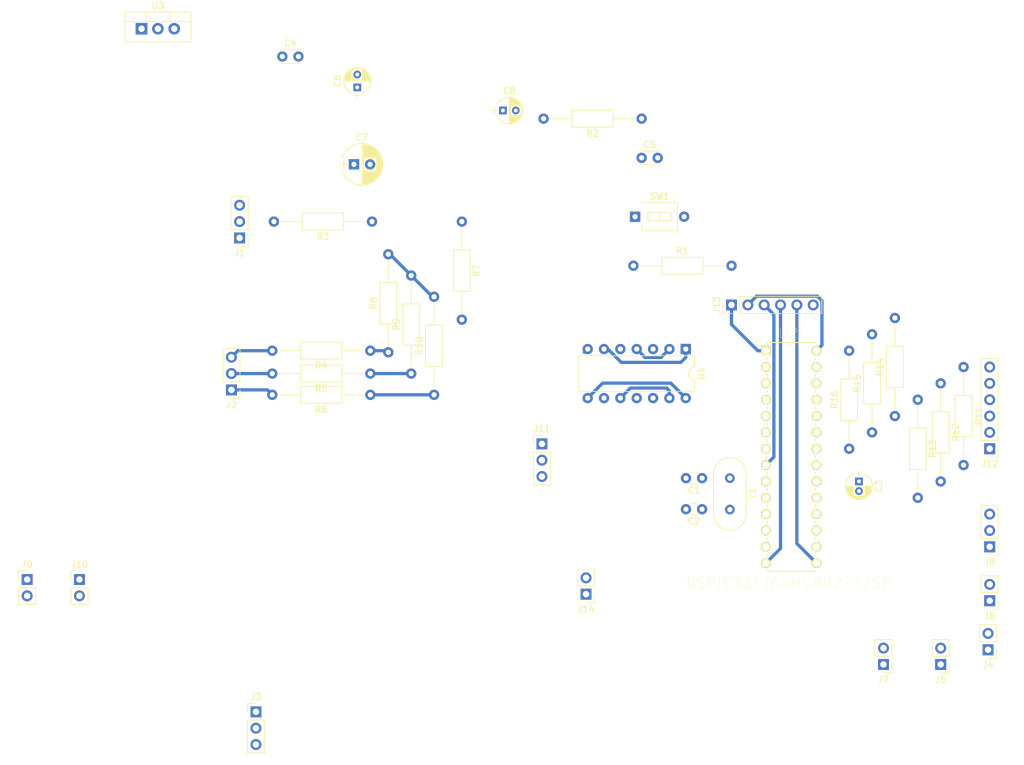
<source format=kicad_pcb>
(kicad_pcb (version 4) (host pcbnew 4.0.6)

  (general
    (links 102)
    (no_connects 85)
    (area 41.820999 18.061 212.478287 160.431)
    (thickness 1.6)
    (drawings 0)
    (tracks 49)
    (zones 0)
    (modules 43)
    (nets 36)
  )

  (page A4)
  (layers
    (0 F.Cu signal)
    (31 B.Cu signal)
    (32 B.Adhes user)
    (33 F.Adhes user)
    (34 B.Paste user)
    (35 F.Paste user)
    (36 B.SilkS user)
    (37 F.SilkS user)
    (38 B.Mask user)
    (39 F.Mask user)
    (40 Dwgs.User user)
    (41 Cmts.User user)
    (42 Eco1.User user)
    (43 Eco2.User user)
    (44 Edge.Cuts user)
    (45 Margin user)
    (46 B.CrtYd user)
    (47 F.CrtYd user)
    (48 B.Fab user)
    (49 F.Fab user)
  )

  (setup
    (last_trace_width 0.25)
    (user_trace_width 0.508)
    (trace_clearance 0.254)
    (zone_clearance 0.508)
    (zone_45_only no)
    (trace_min 0.2)
    (segment_width 0.2)
    (edge_width 0.15)
    (via_size 0.6)
    (via_drill 0.4)
    (via_min_size 0.4)
    (via_min_drill 0.3)
    (uvia_size 0.3)
    (uvia_drill 0.1)
    (uvias_allowed no)
    (uvia_min_size 0.2)
    (uvia_min_drill 0.1)
    (pcb_text_width 0.3)
    (pcb_text_size 1.5 1.5)
    (mod_edge_width 0.15)
    (mod_text_size 1 1)
    (mod_text_width 0.15)
    (pad_size 1.524 1.524)
    (pad_drill 0.762)
    (pad_to_mask_clearance 0.2)
    (aux_axis_origin 0 0)
    (visible_elements 7FFFFFFF)
    (pcbplotparams
      (layerselection 0x00030_80000001)
      (usegerberextensions false)
      (excludeedgelayer true)
      (linewidth 0.100000)
      (plotframeref false)
      (viasonmask false)
      (mode 1)
      (useauxorigin false)
      (hpglpennumber 1)
      (hpglpenspeed 20)
      (hpglpendiameter 15)
      (hpglpenoverlay 2)
      (psnegative false)
      (psa4output false)
      (plotreference true)
      (plotvalue true)
      (plotinvisibletext false)
      (padsonsilk false)
      (subtractmaskfromsilk false)
      (outputformat 1)
      (mirror false)
      (drillshape 1)
      (scaleselection 1)
      (outputdirectory ""))
  )

  (net 0 "")
  (net 1 /MCLR)
  (net 2 /O1)
  (net 3 /O2)
  (net 4 /O3)
  (net 5 /O4)
  (net 6 "Net-(J11-Pad1)")
  (net 7 "Net-(J11-Pad2)")
  (net 8 GND)
  (net 9 "Net-(C1-Pad1)")
  (net 10 "Net-(C2-Pad1)")
  (net 11 /IO1)
  (net 12 /IO2)
  (net 13 +3V3)
  (net 14 "Net-(J13-Pad4)")
  (net 15 "Net-(J13-Pad5)")
  (net 16 "Net-(J8-Pad1)")
  (net 17 "Net-(J8-Pad2)")
  (net 18 "Net-(J8-Pad3)")
  (net 19 "Net-(C3-Pad1)")
  (net 20 "Net-(J12-Pad1)")
  (net 21 "Net-(J12-Pad2)")
  (net 22 "Net-(J12-Pad3)")
  (net 23 "Net-(J12-Pad4)")
  (net 24 "Net-(J12-Pad5)")
  (net 25 "Net-(J12-Pad6)")
  (net 26 +5V)
  (net 27 "Net-(C5-Pad1)")
  (net 28 "Net-(J1-Pad2)")
  (net 29 "Net-(J2-Pad1)")
  (net 30 "Net-(J2-Pad2)")
  (net 31 "Net-(J2-Pad3)")
  (net 32 "Net-(R3-Pad1)")
  (net 33 "Net-(R4-Pad1)")
  (net 34 "Net-(R5-Pad1)")
  (net 35 "Net-(R10-Pad1)")

  (net_class Default "This is the default net class."
    (clearance 0.254)
    (trace_width 0.25)
    (via_dia 0.6)
    (via_drill 0.4)
    (uvia_dia 0.3)
    (uvia_drill 0.1)
    (add_net +3V3)
    (add_net +5V)
    (add_net /IO1)
    (add_net /IO2)
    (add_net /MCLR)
    (add_net /O1)
    (add_net /O2)
    (add_net /O3)
    (add_net /O4)
    (add_net GND)
    (add_net "Net-(C1-Pad1)")
    (add_net "Net-(C2-Pad1)")
    (add_net "Net-(C3-Pad1)")
    (add_net "Net-(C5-Pad1)")
    (add_net "Net-(J1-Pad2)")
    (add_net "Net-(J11-Pad1)")
    (add_net "Net-(J11-Pad2)")
    (add_net "Net-(J12-Pad1)")
    (add_net "Net-(J12-Pad2)")
    (add_net "Net-(J12-Pad3)")
    (add_net "Net-(J12-Pad4)")
    (add_net "Net-(J12-Pad5)")
    (add_net "Net-(J12-Pad6)")
    (add_net "Net-(J13-Pad4)")
    (add_net "Net-(J13-Pad5)")
    (add_net "Net-(J2-Pad1)")
    (add_net "Net-(J2-Pad2)")
    (add_net "Net-(J2-Pad3)")
    (add_net "Net-(J8-Pad1)")
    (add_net "Net-(J8-Pad2)")
    (add_net "Net-(J8-Pad3)")
    (add_net "Net-(R10-Pad1)")
    (add_net "Net-(R3-Pad1)")
    (add_net "Net-(R4-Pad1)")
    (add_net "Net-(R5-Pad1)")
  )

  (module Capacitors_THT:CP_Radial_D4.0mm_P1.50mm (layer F.Cu) (tedit 58765D06) (tstamp 59002E31)
    (at 177.546 116.078 270)
    (descr "CP, Radial series, Radial, pin pitch=1.50mm, , diameter=4mm, Electrolytic Capacitor")
    (tags "CP Radial series Radial pin pitch 1.50mm  diameter 4mm Electrolytic Capacitor")
    (path /58FE8C8D)
    (fp_text reference C3 (at 0.75 -3.06 270) (layer F.SilkS)
      (effects (font (size 1 1) (thickness 0.15)))
    )
    (fp_text value 10uF (at 0.75 3.06 270) (layer F.Fab)
      (effects (font (size 1 1) (thickness 0.15)))
    )
    (fp_arc (start 0.75 0) (end -1.188995 -0.78) (angle 136.2) (layer F.SilkS) (width 0.12))
    (fp_arc (start 0.75 0) (end -1.188995 0.78) (angle -136.2) (layer F.SilkS) (width 0.12))
    (fp_arc (start 0.75 0) (end 2.688995 -0.78) (angle 43.8) (layer F.SilkS) (width 0.12))
    (fp_circle (center 0.75 0) (end 2.75 0) (layer F.Fab) (width 0.1))
    (fp_line (start -1.7 0) (end -0.8 0) (layer F.Fab) (width 0.1))
    (fp_line (start -1.25 -0.45) (end -1.25 0.45) (layer F.Fab) (width 0.1))
    (fp_line (start 0.75 0.78) (end 0.75 2.05) (layer F.SilkS) (width 0.12))
    (fp_line (start 0.75 -2.05) (end 0.75 -0.78) (layer F.SilkS) (width 0.12))
    (fp_line (start 0.79 -2.05) (end 0.79 -0.78) (layer F.SilkS) (width 0.12))
    (fp_line (start 0.79 0.78) (end 0.79 2.05) (layer F.SilkS) (width 0.12))
    (fp_line (start 0.83 -2.049) (end 0.83 -0.78) (layer F.SilkS) (width 0.12))
    (fp_line (start 0.83 0.78) (end 0.83 2.049) (layer F.SilkS) (width 0.12))
    (fp_line (start 0.87 -2.047) (end 0.87 -0.78) (layer F.SilkS) (width 0.12))
    (fp_line (start 0.87 0.78) (end 0.87 2.047) (layer F.SilkS) (width 0.12))
    (fp_line (start 0.91 -2.044) (end 0.91 -0.78) (layer F.SilkS) (width 0.12))
    (fp_line (start 0.91 0.78) (end 0.91 2.044) (layer F.SilkS) (width 0.12))
    (fp_line (start 0.95 -2.041) (end 0.95 -0.78) (layer F.SilkS) (width 0.12))
    (fp_line (start 0.95 0.78) (end 0.95 2.041) (layer F.SilkS) (width 0.12))
    (fp_line (start 0.99 -2.037) (end 0.99 -0.78) (layer F.SilkS) (width 0.12))
    (fp_line (start 0.99 0.78) (end 0.99 2.037) (layer F.SilkS) (width 0.12))
    (fp_line (start 1.03 -2.032) (end 1.03 -0.78) (layer F.SilkS) (width 0.12))
    (fp_line (start 1.03 0.78) (end 1.03 2.032) (layer F.SilkS) (width 0.12))
    (fp_line (start 1.07 -2.026) (end 1.07 -0.78) (layer F.SilkS) (width 0.12))
    (fp_line (start 1.07 0.78) (end 1.07 2.026) (layer F.SilkS) (width 0.12))
    (fp_line (start 1.11 -2.019) (end 1.11 -0.78) (layer F.SilkS) (width 0.12))
    (fp_line (start 1.11 0.78) (end 1.11 2.019) (layer F.SilkS) (width 0.12))
    (fp_line (start 1.15 -2.012) (end 1.15 -0.78) (layer F.SilkS) (width 0.12))
    (fp_line (start 1.15 0.78) (end 1.15 2.012) (layer F.SilkS) (width 0.12))
    (fp_line (start 1.19 -2.004) (end 1.19 -0.78) (layer F.SilkS) (width 0.12))
    (fp_line (start 1.19 0.78) (end 1.19 2.004) (layer F.SilkS) (width 0.12))
    (fp_line (start 1.23 -1.995) (end 1.23 -0.78) (layer F.SilkS) (width 0.12))
    (fp_line (start 1.23 0.78) (end 1.23 1.995) (layer F.SilkS) (width 0.12))
    (fp_line (start 1.27 -1.985) (end 1.27 -0.78) (layer F.SilkS) (width 0.12))
    (fp_line (start 1.27 0.78) (end 1.27 1.985) (layer F.SilkS) (width 0.12))
    (fp_line (start 1.31 -1.974) (end 1.31 -0.78) (layer F.SilkS) (width 0.12))
    (fp_line (start 1.31 0.78) (end 1.31 1.974) (layer F.SilkS) (width 0.12))
    (fp_line (start 1.35 -1.963) (end 1.35 -0.78) (layer F.SilkS) (width 0.12))
    (fp_line (start 1.35 0.78) (end 1.35 1.963) (layer F.SilkS) (width 0.12))
    (fp_line (start 1.39 -1.95) (end 1.39 -0.78) (layer F.SilkS) (width 0.12))
    (fp_line (start 1.39 0.78) (end 1.39 1.95) (layer F.SilkS) (width 0.12))
    (fp_line (start 1.43 -1.937) (end 1.43 -0.78) (layer F.SilkS) (width 0.12))
    (fp_line (start 1.43 0.78) (end 1.43 1.937) (layer F.SilkS) (width 0.12))
    (fp_line (start 1.471 -1.923) (end 1.471 -0.78) (layer F.SilkS) (width 0.12))
    (fp_line (start 1.471 0.78) (end 1.471 1.923) (layer F.SilkS) (width 0.12))
    (fp_line (start 1.511 -1.907) (end 1.511 -0.78) (layer F.SilkS) (width 0.12))
    (fp_line (start 1.511 0.78) (end 1.511 1.907) (layer F.SilkS) (width 0.12))
    (fp_line (start 1.551 -1.891) (end 1.551 -0.78) (layer F.SilkS) (width 0.12))
    (fp_line (start 1.551 0.78) (end 1.551 1.891) (layer F.SilkS) (width 0.12))
    (fp_line (start 1.591 -1.874) (end 1.591 -0.78) (layer F.SilkS) (width 0.12))
    (fp_line (start 1.591 0.78) (end 1.591 1.874) (layer F.SilkS) (width 0.12))
    (fp_line (start 1.631 -1.856) (end 1.631 -0.78) (layer F.SilkS) (width 0.12))
    (fp_line (start 1.631 0.78) (end 1.631 1.856) (layer F.SilkS) (width 0.12))
    (fp_line (start 1.671 -1.837) (end 1.671 -0.78) (layer F.SilkS) (width 0.12))
    (fp_line (start 1.671 0.78) (end 1.671 1.837) (layer F.SilkS) (width 0.12))
    (fp_line (start 1.711 -1.817) (end 1.711 -0.78) (layer F.SilkS) (width 0.12))
    (fp_line (start 1.711 0.78) (end 1.711 1.817) (layer F.SilkS) (width 0.12))
    (fp_line (start 1.751 -1.796) (end 1.751 -0.78) (layer F.SilkS) (width 0.12))
    (fp_line (start 1.751 0.78) (end 1.751 1.796) (layer F.SilkS) (width 0.12))
    (fp_line (start 1.791 -1.773) (end 1.791 -0.78) (layer F.SilkS) (width 0.12))
    (fp_line (start 1.791 0.78) (end 1.791 1.773) (layer F.SilkS) (width 0.12))
    (fp_line (start 1.831 -1.75) (end 1.831 -0.78) (layer F.SilkS) (width 0.12))
    (fp_line (start 1.831 0.78) (end 1.831 1.75) (layer F.SilkS) (width 0.12))
    (fp_line (start 1.871 -1.725) (end 1.871 -0.78) (layer F.SilkS) (width 0.12))
    (fp_line (start 1.871 0.78) (end 1.871 1.725) (layer F.SilkS) (width 0.12))
    (fp_line (start 1.911 -1.699) (end 1.911 -0.78) (layer F.SilkS) (width 0.12))
    (fp_line (start 1.911 0.78) (end 1.911 1.699) (layer F.SilkS) (width 0.12))
    (fp_line (start 1.951 -1.672) (end 1.951 -0.78) (layer F.SilkS) (width 0.12))
    (fp_line (start 1.951 0.78) (end 1.951 1.672) (layer F.SilkS) (width 0.12))
    (fp_line (start 1.991 -1.643) (end 1.991 -0.78) (layer F.SilkS) (width 0.12))
    (fp_line (start 1.991 0.78) (end 1.991 1.643) (layer F.SilkS) (width 0.12))
    (fp_line (start 2.031 -1.613) (end 2.031 -0.78) (layer F.SilkS) (width 0.12))
    (fp_line (start 2.031 0.78) (end 2.031 1.613) (layer F.SilkS) (width 0.12))
    (fp_line (start 2.071 -1.581) (end 2.071 -0.78) (layer F.SilkS) (width 0.12))
    (fp_line (start 2.071 0.78) (end 2.071 1.581) (layer F.SilkS) (width 0.12))
    (fp_line (start 2.111 -1.547) (end 2.111 -0.78) (layer F.SilkS) (width 0.12))
    (fp_line (start 2.111 0.78) (end 2.111 1.547) (layer F.SilkS) (width 0.12))
    (fp_line (start 2.151 -1.512) (end 2.151 -0.78) (layer F.SilkS) (width 0.12))
    (fp_line (start 2.151 0.78) (end 2.151 1.512) (layer F.SilkS) (width 0.12))
    (fp_line (start 2.191 -1.475) (end 2.191 -0.78) (layer F.SilkS) (width 0.12))
    (fp_line (start 2.191 0.78) (end 2.191 1.475) (layer F.SilkS) (width 0.12))
    (fp_line (start 2.231 -1.436) (end 2.231 -0.78) (layer F.SilkS) (width 0.12))
    (fp_line (start 2.231 0.78) (end 2.231 1.436) (layer F.SilkS) (width 0.12))
    (fp_line (start 2.271 -1.395) (end 2.271 -0.78) (layer F.SilkS) (width 0.12))
    (fp_line (start 2.271 0.78) (end 2.271 1.395) (layer F.SilkS) (width 0.12))
    (fp_line (start 2.311 -1.351) (end 2.311 1.351) (layer F.SilkS) (width 0.12))
    (fp_line (start 2.351 -1.305) (end 2.351 1.305) (layer F.SilkS) (width 0.12))
    (fp_line (start 2.391 -1.256) (end 2.391 1.256) (layer F.SilkS) (width 0.12))
    (fp_line (start 2.431 -1.204) (end 2.431 1.204) (layer F.SilkS) (width 0.12))
    (fp_line (start 2.471 -1.148) (end 2.471 1.148) (layer F.SilkS) (width 0.12))
    (fp_line (start 2.511 -1.088) (end 2.511 1.088) (layer F.SilkS) (width 0.12))
    (fp_line (start 2.551 -1.023) (end 2.551 1.023) (layer F.SilkS) (width 0.12))
    (fp_line (start 2.591 -0.952) (end 2.591 0.952) (layer F.SilkS) (width 0.12))
    (fp_line (start 2.631 -0.874) (end 2.631 0.874) (layer F.SilkS) (width 0.12))
    (fp_line (start 2.671 -0.786) (end 2.671 0.786) (layer F.SilkS) (width 0.12))
    (fp_line (start 2.711 -0.686) (end 2.711 0.686) (layer F.SilkS) (width 0.12))
    (fp_line (start 2.751 -0.567) (end 2.751 0.567) (layer F.SilkS) (width 0.12))
    (fp_line (start 2.791 -0.415) (end 2.791 0.415) (layer F.SilkS) (width 0.12))
    (fp_line (start 2.831 -0.165) (end 2.831 0.165) (layer F.SilkS) (width 0.12))
    (fp_line (start -1.7 0) (end -0.8 0) (layer F.SilkS) (width 0.12))
    (fp_line (start -1.25 -0.45) (end -1.25 0.45) (layer F.SilkS) (width 0.12))
    (fp_line (start -1.6 -2.35) (end -1.6 2.35) (layer F.CrtYd) (width 0.05))
    (fp_line (start -1.6 2.35) (end 3.1 2.35) (layer F.CrtYd) (width 0.05))
    (fp_line (start 3.1 2.35) (end 3.1 -2.35) (layer F.CrtYd) (width 0.05))
    (fp_line (start 3.1 -2.35) (end -1.6 -2.35) (layer F.CrtYd) (width 0.05))
    (pad 1 thru_hole rect (at 0 0 270) (size 1.2 1.2) (drill 0.6) (layers *.Cu *.Mask)
      (net 19 "Net-(C3-Pad1)"))
    (pad 2 thru_hole circle (at 1.5 0 270) (size 1.2 1.2) (drill 0.6) (layers *.Cu *.Mask)
      (net 8 GND))
    (model Capacitors_THT.3dshapes/CP_Radial_D4.0mm_P1.50mm.wrl
      (at (xyz 0 0 0))
      (scale (xyz 0.393701 0.393701 0.393701))
      (rotate (xyz 0 0 0))
    )
  )

  (module Housings_DIP:DIP-14_W7.62mm (layer F.Cu) (tedit 58CC8E2C) (tstamp 59002F28)
    (at 150.622 95.504 270)
    (descr "14-lead dip package, row spacing 7.62 mm (300 mils)")
    (tags "DIL DIP PDIP 2.54mm 7.62mm 300mil")
    (path /58FEEC63)
    (fp_text reference U1 (at 3.81 -2.39 270) (layer F.SilkS)
      (effects (font (size 1 1) (thickness 0.15)))
    )
    (fp_text value LM2901NG (at 3.81 17.63 270) (layer F.Fab)
      (effects (font (size 1 1) (thickness 0.15)))
    )
    (fp_text user %R (at 3.81 7.62 270) (layer F.Fab)
      (effects (font (size 1 1) (thickness 0.15)))
    )
    (fp_line (start 1.635 -1.27) (end 6.985 -1.27) (layer F.Fab) (width 0.1))
    (fp_line (start 6.985 -1.27) (end 6.985 16.51) (layer F.Fab) (width 0.1))
    (fp_line (start 6.985 16.51) (end 0.635 16.51) (layer F.Fab) (width 0.1))
    (fp_line (start 0.635 16.51) (end 0.635 -0.27) (layer F.Fab) (width 0.1))
    (fp_line (start 0.635 -0.27) (end 1.635 -1.27) (layer F.Fab) (width 0.1))
    (fp_line (start 2.81 -1.39) (end 1.04 -1.39) (layer F.SilkS) (width 0.12))
    (fp_line (start 1.04 -1.39) (end 1.04 16.63) (layer F.SilkS) (width 0.12))
    (fp_line (start 1.04 16.63) (end 6.58 16.63) (layer F.SilkS) (width 0.12))
    (fp_line (start 6.58 16.63) (end 6.58 -1.39) (layer F.SilkS) (width 0.12))
    (fp_line (start 6.58 -1.39) (end 4.81 -1.39) (layer F.SilkS) (width 0.12))
    (fp_line (start -1.1 -1.6) (end -1.1 16.8) (layer F.CrtYd) (width 0.05))
    (fp_line (start -1.1 16.8) (end 8.7 16.8) (layer F.CrtYd) (width 0.05))
    (fp_line (start 8.7 16.8) (end 8.7 -1.6) (layer F.CrtYd) (width 0.05))
    (fp_line (start 8.7 -1.6) (end -1.1 -1.6) (layer F.CrtYd) (width 0.05))
    (fp_arc (start 3.81 -1.39) (end 2.81 -1.39) (angle -180) (layer F.SilkS) (width 0.12))
    (pad 1 thru_hole rect (at 0 0 270) (size 1.6 1.6) (drill 0.8) (layers *.Cu *.Mask)
      (net 3 /O2))
    (pad 8 thru_hole oval (at 7.62 15.24 270) (size 1.6 1.6) (drill 0.8) (layers *.Cu *.Mask)
      (net 4 /O3))
    (pad 2 thru_hole oval (at 0 2.54 270) (size 1.6 1.6) (drill 0.8) (layers *.Cu *.Mask)
      (net 2 /O1))
    (pad 9 thru_hole oval (at 7.62 12.7 270) (size 1.6 1.6) (drill 0.8) (layers *.Cu *.Mask)
      (net 34 "Net-(R5-Pad1)"))
    (pad 3 thru_hole oval (at 0 5.08 270) (size 1.6 1.6) (drill 0.8) (layers *.Cu *.Mask)
      (net 13 +3V3))
    (pad 10 thru_hole oval (at 7.62 10.16 270) (size 1.6 1.6) (drill 0.8) (layers *.Cu *.Mask)
      (net 5 /O4))
    (pad 4 thru_hole oval (at 0 7.62 270) (size 1.6 1.6) (drill 0.8) (layers *.Cu *.Mask)
      (net 2 /O1))
    (pad 11 thru_hole oval (at 7.62 7.62 270) (size 1.6 1.6) (drill 0.8) (layers *.Cu *.Mask)
      (net 35 "Net-(R10-Pad1)"))
    (pad 5 thru_hole oval (at 0 10.16 270) (size 1.6 1.6) (drill 0.8) (layers *.Cu *.Mask)
      (net 32 "Net-(R3-Pad1)"))
    (pad 12 thru_hole oval (at 7.62 5.08 270) (size 1.6 1.6) (drill 0.8) (layers *.Cu *.Mask)
      (net 8 GND))
    (pad 6 thru_hole oval (at 0 12.7 270) (size 1.6 1.6) (drill 0.8) (layers *.Cu *.Mask)
      (net 3 /O2))
    (pad 13 thru_hole oval (at 7.62 2.54 270) (size 1.6 1.6) (drill 0.8) (layers *.Cu *.Mask)
      (net 5 /O4))
    (pad 7 thru_hole oval (at 0 15.24 270) (size 1.6 1.6) (drill 0.8) (layers *.Cu *.Mask)
      (net 33 "Net-(R4-Pad1)"))
    (pad 14 thru_hole oval (at 7.62 0 270) (size 1.6 1.6) (drill 0.8) (layers *.Cu *.Mask)
      (net 4 /O3))
    (model Housings_DIP.3dshapes/DIP-14_W7.62mm.wrl
      (at (xyz 0 0 0))
      (scale (xyz 1 1 1))
      (rotate (xyz 0 0 0))
    )
  )

  (module DSPIC33FJ64MC802-I_SP:DIP254P762X508-28 (layer F.Cu) (tedit 0) (tstamp 590032A0)
    (at 170.942 128.778)
    (path /58FE67F6)
    (solder_mask_margin 0.1)
    (fp_text reference U2 (at -4.3942 -35.7378) (layer F.SilkS)
      (effects (font (size 1.64 1.64) (thickness 0.05)))
    )
    (fp_text value DSPIC33FJ64MC802-I/SP (at -4.2926 3.0988) (layer F.SilkS)
      (effects (font (size 1.64 1.64) (thickness 0.05)))
    )
    (fp_line (start -0.2032 -34.0868) (end -0.2032 -34.29) (layer F.SilkS) (width 0.1524))
    (fp_line (start -0.2032 -31.5468) (end -0.2032 -31.9532) (layer F.SilkS) (width 0.1524))
    (fp_line (start -0.2032 -29.0068) (end -0.2032 -29.4132) (layer F.SilkS) (width 0.1524))
    (fp_line (start -0.2032 -26.4668) (end -0.2032 -26.8732) (layer F.SilkS) (width 0.1524))
    (fp_line (start -0.2032 -23.9268) (end -0.2032 -24.3332) (layer F.SilkS) (width 0.1524))
    (fp_line (start -7.6708 1.27) (end -0.2032 1.27) (layer F.SilkS) (width 0.1524))
    (fp_line (start -0.2032 1.27) (end -0.2032 1.0668) (layer F.SilkS) (width 0.1524))
    (fp_line (start -0.2032 -34.29) (end -3.6322 -34.29) (layer F.SilkS) (width 0.1524))
    (fp_line (start -3.6322 -34.29) (end -4.2418 -34.29) (layer F.SilkS) (width 0.1524))
    (fp_line (start -4.2418 -34.29) (end -7.6708 -34.29) (layer F.SilkS) (width 0.1524))
    (fp_line (start -7.6708 -34.29) (end -7.6708 -34.1122) (layer F.SilkS) (width 0.1524))
    (fp_line (start -7.6708 -31.9278) (end -7.6708 -31.5468) (layer F.SilkS) (width 0.1524))
    (fp_line (start -7.6708 -29.4132) (end -7.6708 -29.0068) (layer F.SilkS) (width 0.1524))
    (fp_line (start -7.6708 -26.8732) (end -7.6708 -26.4668) (layer F.SilkS) (width 0.1524))
    (fp_line (start -7.6708 -24.3332) (end -7.6708 -23.9268) (layer F.SilkS) (width 0.1524))
    (fp_line (start -7.6708 -21.7932) (end -7.6708 -21.3868) (layer F.SilkS) (width 0.1524))
    (fp_line (start -7.6708 -19.2532) (end -7.6708 -18.8468) (layer F.SilkS) (width 0.1524))
    (fp_line (start -7.6708 -16.7132) (end -7.6708 -16.3068) (layer F.SilkS) (width 0.1524))
    (fp_line (start -7.6708 -14.1732) (end -7.6708 -13.7668) (layer F.SilkS) (width 0.1524))
    (fp_line (start -7.6708 -11.6332) (end -7.6708 -11.2268) (layer F.SilkS) (width 0.1524))
    (fp_line (start -7.6708 -9.0932) (end -7.6708 -8.6868) (layer F.SilkS) (width 0.1524))
    (fp_line (start -7.6708 -6.5532) (end -7.6708 -6.1468) (layer F.SilkS) (width 0.1524))
    (fp_line (start -7.6708 -4.0132) (end -7.6708 -3.6068) (layer F.SilkS) (width 0.1524))
    (fp_line (start -7.6708 -1.4732) (end -7.6708 -1.0668) (layer F.SilkS) (width 0.1524))
    (fp_line (start -7.6708 1.0668) (end -7.6708 1.27) (layer F.SilkS) (width 0.1524))
    (fp_line (start -0.2032 -1.0668) (end -0.2032 -1.4732) (layer F.SilkS) (width 0.1524))
    (fp_line (start -0.2032 -3.6068) (end -0.2032 -4.0132) (layer F.SilkS) (width 0.1524))
    (fp_line (start -0.2032 -6.1468) (end -0.2032 -6.5532) (layer F.SilkS) (width 0.1524))
    (fp_line (start -0.2032 -8.6868) (end -0.2032 -9.0932) (layer F.SilkS) (width 0.1524))
    (fp_line (start -0.2032 -11.2268) (end -0.2032 -11.6332) (layer F.SilkS) (width 0.1524))
    (fp_line (start -0.2032 -13.7668) (end -0.2032 -14.1732) (layer F.SilkS) (width 0.1524))
    (fp_line (start -0.2032 -16.3068) (end -0.2032 -16.7132) (layer F.SilkS) (width 0.1524))
    (fp_line (start -0.2032 -18.8468) (end -0.2032 -19.2532) (layer F.SilkS) (width 0.1524))
    (fp_line (start -0.2032 -21.3868) (end -0.2032 -21.7932) (layer F.SilkS) (width 0.1524))
    (fp_arc (start -3.937 -34.29) (end -4.2418 -34.29) (angle -180) (layer F.SilkS) (width 0))
    (fp_line (start -7.6708 -32.512) (end -7.6708 -33.528) (layer Dwgs.User) (width 0.1524))
    (fp_line (start -7.6708 -33.528) (end -8.382 -33.528) (layer Dwgs.User) (width 0.1524))
    (fp_line (start -8.382 -33.528) (end -8.382 -32.512) (layer Dwgs.User) (width 0.1524))
    (fp_line (start -8.382 -32.512) (end -7.6708 -32.512) (layer Dwgs.User) (width 0.1524))
    (fp_line (start -7.6708 -29.972) (end -7.6708 -30.988) (layer Dwgs.User) (width 0.1524))
    (fp_line (start -7.6708 -30.988) (end -8.382 -30.988) (layer Dwgs.User) (width 0.1524))
    (fp_line (start -8.382 -30.988) (end -8.382 -29.972) (layer Dwgs.User) (width 0.1524))
    (fp_line (start -8.382 -29.972) (end -7.6708 -29.972) (layer Dwgs.User) (width 0.1524))
    (fp_line (start -7.6708 -27.432) (end -7.6708 -28.448) (layer Dwgs.User) (width 0.1524))
    (fp_line (start -7.6708 -28.448) (end -8.382 -28.448) (layer Dwgs.User) (width 0.1524))
    (fp_line (start -8.382 -28.448) (end -8.382 -27.432) (layer Dwgs.User) (width 0.1524))
    (fp_line (start -8.382 -27.432) (end -7.6708 -27.432) (layer Dwgs.User) (width 0.1524))
    (fp_line (start -7.6708 -24.892) (end -7.6708 -25.908) (layer Dwgs.User) (width 0.1524))
    (fp_line (start -7.6708 -25.908) (end -8.382 -25.908) (layer Dwgs.User) (width 0.1524))
    (fp_line (start -8.382 -25.908) (end -8.382 -24.892) (layer Dwgs.User) (width 0.1524))
    (fp_line (start -8.382 -24.892) (end -7.6708 -24.892) (layer Dwgs.User) (width 0.1524))
    (fp_line (start -7.6708 -22.352) (end -7.6708 -23.368) (layer Dwgs.User) (width 0.1524))
    (fp_line (start -7.6708 -23.368) (end -8.382 -23.368) (layer Dwgs.User) (width 0.1524))
    (fp_line (start -8.382 -23.368) (end -8.382 -22.352) (layer Dwgs.User) (width 0.1524))
    (fp_line (start -8.382 -22.352) (end -7.6708 -22.352) (layer Dwgs.User) (width 0.1524))
    (fp_line (start -7.6708 -19.812) (end -7.6708 -20.828) (layer Dwgs.User) (width 0.1524))
    (fp_line (start -7.6708 -20.828) (end -8.382 -20.828) (layer Dwgs.User) (width 0.1524))
    (fp_line (start -8.382 -20.828) (end -8.382 -19.812) (layer Dwgs.User) (width 0.1524))
    (fp_line (start -8.382 -19.812) (end -7.6708 -19.812) (layer Dwgs.User) (width 0.1524))
    (fp_line (start -7.6708 -17.272) (end -7.6708 -18.288) (layer Dwgs.User) (width 0.1524))
    (fp_line (start -7.6708 -18.288) (end -8.382 -18.288) (layer Dwgs.User) (width 0.1524))
    (fp_line (start -8.382 -18.288) (end -8.382 -17.272) (layer Dwgs.User) (width 0.1524))
    (fp_line (start -8.382 -17.272) (end -7.6708 -17.272) (layer Dwgs.User) (width 0.1524))
    (fp_line (start -7.6708 -14.732) (end -7.6708 -15.748) (layer Dwgs.User) (width 0.1524))
    (fp_line (start -7.6708 -15.748) (end -8.382 -15.748) (layer Dwgs.User) (width 0.1524))
    (fp_line (start -8.382 -15.748) (end -8.3566 -14.732) (layer Dwgs.User) (width 0.1524))
    (fp_line (start -8.3566 -14.732) (end -7.6708 -14.732) (layer Dwgs.User) (width 0.1524))
    (fp_line (start -7.6708 -12.192) (end -7.6708 -13.208) (layer Dwgs.User) (width 0.1524))
    (fp_line (start -7.6708 -13.208) (end -8.382 -13.208) (layer Dwgs.User) (width 0.1524))
    (fp_line (start -8.382 -13.208) (end -8.3566 -12.192) (layer Dwgs.User) (width 0.1524))
    (fp_line (start -8.3566 -12.192) (end -7.6708 -12.192) (layer Dwgs.User) (width 0.1524))
    (fp_line (start -7.6708 -9.652) (end -7.6708 -10.668) (layer Dwgs.User) (width 0.1524))
    (fp_line (start -7.6708 -10.668) (end -8.3566 -10.668) (layer Dwgs.User) (width 0.1524))
    (fp_line (start -8.3566 -10.668) (end -8.3566 -9.652) (layer Dwgs.User) (width 0.1524))
    (fp_line (start -8.3566 -9.652) (end -7.6708 -9.652) (layer Dwgs.User) (width 0.1524))
    (fp_line (start -7.6708 -7.112) (end -7.6708 -8.128) (layer Dwgs.User) (width 0.1524))
    (fp_line (start -7.6708 -8.128) (end -8.3566 -8.128) (layer Dwgs.User) (width 0.1524))
    (fp_line (start -8.3566 -8.128) (end -8.3566 -7.112) (layer Dwgs.User) (width 0.1524))
    (fp_line (start -8.3566 -7.112) (end -7.6708 -7.112) (layer Dwgs.User) (width 0.1524))
    (fp_line (start -7.6708 -4.572) (end -7.6708 -5.588) (layer Dwgs.User) (width 0.1524))
    (fp_line (start -7.6708 -5.588) (end -8.3566 -5.588) (layer Dwgs.User) (width 0.1524))
    (fp_line (start -8.3566 -5.588) (end -8.3566 -4.572) (layer Dwgs.User) (width 0.1524))
    (fp_line (start -8.3566 -4.572) (end -7.6708 -4.572) (layer Dwgs.User) (width 0.1524))
    (fp_line (start -7.6708 -2.032) (end -7.6708 -3.048) (layer Dwgs.User) (width 0.1524))
    (fp_line (start -7.6708 -3.048) (end -8.3566 -3.048) (layer Dwgs.User) (width 0.1524))
    (fp_line (start -8.3566 -3.048) (end -8.3566 -2.032) (layer Dwgs.User) (width 0.1524))
    (fp_line (start -8.3566 -2.032) (end -7.6708 -2.032) (layer Dwgs.User) (width 0.1524))
    (fp_line (start -7.6708 0.508) (end -7.6708 -0.508) (layer Dwgs.User) (width 0.1524))
    (fp_line (start -7.6708 -0.508) (end -8.3566 -0.4826) (layer Dwgs.User) (width 0.1524))
    (fp_line (start -8.3566 -0.4826) (end -8.3566 0.508) (layer Dwgs.User) (width 0.1524))
    (fp_line (start -8.3566 0.508) (end -7.6708 0.508) (layer Dwgs.User) (width 0.1524))
    (fp_line (start -0.2032 -0.508) (end -0.1778 0.508) (layer Dwgs.User) (width 0.1524))
    (fp_line (start -0.1778 0.508) (end 0.508 0.4826) (layer Dwgs.User) (width 0.1524))
    (fp_line (start 0.508 0.4826) (end 0.4826 -0.508) (layer Dwgs.User) (width 0.1524))
    (fp_line (start 0.4826 -0.508) (end -0.2032 -0.508) (layer Dwgs.User) (width 0.1524))
    (fp_line (start -0.2032 -3.048) (end -0.2032 -2.032) (layer Dwgs.User) (width 0.1524))
    (fp_line (start -0.2032 -2.032) (end 0.508 -2.0574) (layer Dwgs.User) (width 0.1524))
    (fp_line (start 0.508 -2.0574) (end 0.4826 -3.048) (layer Dwgs.User) (width 0.1524))
    (fp_line (start 0.4826 -3.048) (end -0.2032 -3.048) (layer Dwgs.User) (width 0.1524))
    (fp_line (start -0.2032 -5.588) (end -0.2032 -4.572) (layer Dwgs.User) (width 0.1524))
    (fp_line (start -0.2032 -4.572) (end 0.508 -4.572) (layer Dwgs.User) (width 0.1524))
    (fp_line (start 0.508 -4.572) (end 0.4826 -5.588) (layer Dwgs.User) (width 0.1524))
    (fp_line (start 0.4826 -5.588) (end -0.2032 -5.588) (layer Dwgs.User) (width 0.1524))
    (fp_line (start -0.2032 -8.128) (end -0.2032 -7.112) (layer Dwgs.User) (width 0.1524))
    (fp_line (start -0.2032 -7.112) (end 0.4826 -7.112) (layer Dwgs.User) (width 0.1524))
    (fp_line (start 0.4826 -7.112) (end 0.4826 -8.128) (layer Dwgs.User) (width 0.1524))
    (fp_line (start 0.4826 -8.128) (end -0.2032 -8.128) (layer Dwgs.User) (width 0.1524))
    (fp_line (start -0.2032 -10.668) (end -0.2032 -9.652) (layer Dwgs.User) (width 0.1524))
    (fp_line (start -0.2032 -9.652) (end 0.4826 -9.652) (layer Dwgs.User) (width 0.1524))
    (fp_line (start 0.4826 -9.652) (end 0.4826 -10.668) (layer Dwgs.User) (width 0.1524))
    (fp_line (start 0.4826 -10.668) (end -0.2032 -10.668) (layer Dwgs.User) (width 0.1524))
    (fp_line (start -0.2032 -13.208) (end -0.2032 -12.192) (layer Dwgs.User) (width 0.1524))
    (fp_line (start -0.2032 -12.192) (end 0.4826 -12.192) (layer Dwgs.User) (width 0.1524))
    (fp_line (start 0.4826 -12.192) (end 0.4826 -13.208) (layer Dwgs.User) (width 0.1524))
    (fp_line (start 0.4826 -13.208) (end -0.2032 -13.208) (layer Dwgs.User) (width 0.1524))
    (fp_line (start -0.2032 -15.748) (end -0.2032 -14.732) (layer Dwgs.User) (width 0.1524))
    (fp_line (start -0.2032 -14.732) (end 0.4826 -14.732) (layer Dwgs.User) (width 0.1524))
    (fp_line (start 0.4826 -14.732) (end 0.4826 -15.748) (layer Dwgs.User) (width 0.1524))
    (fp_line (start 0.4826 -15.748) (end -0.2032 -15.748) (layer Dwgs.User) (width 0.1524))
    (fp_line (start -0.2032 -18.288) (end -0.2032 -17.272) (layer Dwgs.User) (width 0.1524))
    (fp_line (start -0.2032 -17.272) (end 0.4826 -17.272) (layer Dwgs.User) (width 0.1524))
    (fp_line (start 0.4826 -17.272) (end 0.4826 -18.288) (layer Dwgs.User) (width 0.1524))
    (fp_line (start 0.4826 -18.288) (end -0.2032 -18.288) (layer Dwgs.User) (width 0.1524))
    (fp_line (start -0.2032 -20.828) (end -0.2032 -19.812) (layer Dwgs.User) (width 0.1524))
    (fp_line (start -0.2032 -19.812) (end 0.4826 -19.812) (layer Dwgs.User) (width 0.1524))
    (fp_line (start 0.4826 -19.812) (end 0.4826 -20.828) (layer Dwgs.User) (width 0.1524))
    (fp_line (start 0.4826 -20.828) (end -0.2032 -20.828) (layer Dwgs.User) (width 0.1524))
    (fp_line (start -0.2032 -23.368) (end -0.2032 -22.352) (layer Dwgs.User) (width 0.1524))
    (fp_line (start -0.2032 -22.352) (end 0.4826 -22.352) (layer Dwgs.User) (width 0.1524))
    (fp_line (start 0.4826 -22.352) (end 0.4826 -23.368) (layer Dwgs.User) (width 0.1524))
    (fp_line (start 0.4826 -23.368) (end -0.2032 -23.368) (layer Dwgs.User) (width 0.1524))
    (fp_line (start -0.2032 -25.908) (end -0.2032 -24.892) (layer Dwgs.User) (width 0.1524))
    (fp_line (start -0.2032 -24.892) (end 0.4826 -24.892) (layer Dwgs.User) (width 0.1524))
    (fp_line (start 0.4826 -24.892) (end 0.4826 -25.908) (layer Dwgs.User) (width 0.1524))
    (fp_line (start 0.4826 -25.908) (end -0.2032 -25.908) (layer Dwgs.User) (width 0.1524))
    (fp_line (start -0.2032 -28.448) (end -0.2032 -27.432) (layer Dwgs.User) (width 0.1524))
    (fp_line (start -0.2032 -27.432) (end 0.4826 -27.432) (layer Dwgs.User) (width 0.1524))
    (fp_line (start 0.4826 -27.432) (end 0.4826 -28.448) (layer Dwgs.User) (width 0.1524))
    (fp_line (start 0.4826 -28.448) (end -0.2032 -28.448) (layer Dwgs.User) (width 0.1524))
    (fp_line (start -0.2032 -30.988) (end -0.2032 -29.972) (layer Dwgs.User) (width 0.1524))
    (fp_line (start -0.2032 -29.972) (end 0.4826 -29.972) (layer Dwgs.User) (width 0.1524))
    (fp_line (start 0.4826 -29.972) (end 0.4826 -30.988) (layer Dwgs.User) (width 0.1524))
    (fp_line (start 0.4826 -30.988) (end -0.2032 -30.988) (layer Dwgs.User) (width 0.1524))
    (fp_line (start -0.2032 -33.528) (end -0.2032 -32.512) (layer Dwgs.User) (width 0.1524))
    (fp_line (start -0.2032 -32.512) (end 0.4826 -32.512) (layer Dwgs.User) (width 0.1524))
    (fp_line (start 0.4826 -32.512) (end 0.4826 -33.528) (layer Dwgs.User) (width 0.1524))
    (fp_line (start 0.4826 -33.528) (end -0.2032 -33.528) (layer Dwgs.User) (width 0.1524))
    (fp_line (start -7.6708 1.27) (end -0.2032 1.27) (layer Dwgs.User) (width 0.1524))
    (fp_line (start -0.2032 1.27) (end -0.2032 -34.29) (layer Dwgs.User) (width 0.1524))
    (fp_line (start -0.2032 -34.29) (end -3.6322 -34.29) (layer Dwgs.User) (width 0.1524))
    (fp_line (start -3.6322 -34.29) (end -4.2418 -34.29) (layer Dwgs.User) (width 0.1524))
    (fp_line (start -4.2418 -34.29) (end -7.6708 -34.29) (layer Dwgs.User) (width 0.1524))
    (fp_line (start -7.6708 -34.29) (end -7.6708 1.27) (layer Dwgs.User) (width 0.1524))
    (fp_arc (start -3.937 -34.29) (end -4.2418 -34.29) (angle -180) (layer Dwgs.User) (width 0))
    (pad 1 thru_hole rect (at -7.874 -33.02) (size 1.4986 1.4986) (drill 0.9906) (layers *.Cu *.Mask F.SilkS)
      (net 1 /MCLR) (solder_mask_margin 0.2))
    (pad 2 thru_hole circle (at -7.874 -30.48) (size 1.4986 1.4986) (drill 0.9906) (layers *.Cu *.Mask F.SilkS)
      (net 2 /O1) (solder_mask_margin 0.2))
    (pad 3 thru_hole circle (at -7.874 -27.94) (size 1.4986 1.4986) (drill 0.9906) (layers *.Cu *.Mask F.SilkS)
      (net 3 /O2) (solder_mask_margin 0.2))
    (pad 4 thru_hole circle (at -7.874 -25.4) (size 1.4986 1.4986) (drill 0.9906) (layers *.Cu *.Mask F.SilkS)
      (net 4 /O3) (solder_mask_margin 0.2))
    (pad 5 thru_hole circle (at -7.874 -22.86) (size 1.4986 1.4986) (drill 0.9906) (layers *.Cu *.Mask F.SilkS)
      (net 5 /O4) (solder_mask_margin 0.2))
    (pad 6 thru_hole circle (at -7.874 -20.32) (size 1.4986 1.4986) (drill 0.9906) (layers *.Cu *.Mask F.SilkS)
      (net 6 "Net-(J11-Pad1)") (solder_mask_margin 0.2))
    (pad 7 thru_hole circle (at -7.874 -17.78) (size 1.4986 1.4986) (drill 0.9906) (layers *.Cu *.Mask F.SilkS)
      (net 7 "Net-(J11-Pad2)") (solder_mask_margin 0.2))
    (pad 8 thru_hole circle (at -7.874 -15.24) (size 1.4986 1.4986) (drill 0.9906) (layers *.Cu *.Mask F.SilkS)
      (net 8 GND) (solder_mask_margin 0.2))
    (pad 9 thru_hole circle (at -7.874 -12.7) (size 1.4986 1.4986) (drill 0.9906) (layers *.Cu *.Mask F.SilkS)
      (net 9 "Net-(C1-Pad1)") (solder_mask_margin 0.2))
    (pad 10 thru_hole circle (at -7.874 -10.16) (size 1.4986 1.4986) (drill 0.9906) (layers *.Cu *.Mask F.SilkS)
      (net 10 "Net-(C2-Pad1)") (solder_mask_margin 0.2))
    (pad 11 thru_hole circle (at -7.874 -7.62) (size 1.4986 1.4986) (drill 0.9906) (layers *.Cu *.Mask F.SilkS)
      (net 11 /IO1) (solder_mask_margin 0.2))
    (pad 12 thru_hole circle (at -7.874 -5.08) (size 1.4986 1.4986) (drill 0.9906) (layers *.Cu *.Mask F.SilkS)
      (net 12 /IO2) (solder_mask_margin 0.2))
    (pad 13 thru_hole circle (at -7.874 -2.54) (size 1.4986 1.4986) (drill 0.9906) (layers *.Cu *.Mask F.SilkS)
      (net 13 +3V3) (solder_mask_margin 0.2))
    (pad 14 thru_hole circle (at -7.874 0) (size 1.4986 1.4986) (drill 0.9906) (layers *.Cu *.Mask F.SilkS)
      (net 14 "Net-(J13-Pad4)") (solder_mask_margin 0.2))
    (pad 15 thru_hole circle (at 0 0) (size 1.4986 1.4986) (drill 0.9906) (layers *.Cu *.Mask F.SilkS)
      (net 15 "Net-(J13-Pad5)") (solder_mask_margin 0.2))
    (pad 16 thru_hole circle (at 0 -2.54) (size 1.4986 1.4986) (drill 0.9906) (layers *.Cu *.Mask F.SilkS)
      (net 16 "Net-(J8-Pad1)") (solder_mask_margin 0.2))
    (pad 17 thru_hole circle (at 0 -5.08) (size 1.4986 1.4986) (drill 0.9906) (layers *.Cu *.Mask F.SilkS)
      (net 17 "Net-(J8-Pad2)") (solder_mask_margin 0.2))
    (pad 18 thru_hole circle (at 0 -7.62) (size 1.4986 1.4986) (drill 0.9906) (layers *.Cu *.Mask F.SilkS)
      (net 18 "Net-(J8-Pad3)") (solder_mask_margin 0.2))
    (pad 19 thru_hole circle (at 0 -10.16) (size 1.4986 1.4986) (drill 0.9906) (layers *.Cu *.Mask F.SilkS)
      (net 8 GND) (solder_mask_margin 0.2))
    (pad 20 thru_hole circle (at 0 -12.7) (size 1.4986 1.4986) (drill 0.9906) (layers *.Cu *.Mask F.SilkS)
      (net 19 "Net-(C3-Pad1)") (solder_mask_margin 0.2))
    (pad 21 thru_hole circle (at 0 -15.24) (size 1.4986 1.4986) (drill 0.9906) (layers *.Cu *.Mask F.SilkS)
      (net 20 "Net-(J12-Pad1)") (solder_mask_margin 0.2))
    (pad 22 thru_hole circle (at 0 -17.78) (size 1.4986 1.4986) (drill 0.9906) (layers *.Cu *.Mask F.SilkS)
      (net 21 "Net-(J12-Pad2)") (solder_mask_margin 0.2))
    (pad 23 thru_hole circle (at 0 -20.32) (size 1.4986 1.4986) (drill 0.9906) (layers *.Cu *.Mask F.SilkS)
      (net 22 "Net-(J12-Pad3)") (solder_mask_margin 0.2))
    (pad 24 thru_hole circle (at 0 -22.86) (size 1.4986 1.4986) (drill 0.9906) (layers *.Cu *.Mask F.SilkS)
      (net 23 "Net-(J12-Pad4)") (solder_mask_margin 0.2))
    (pad 25 thru_hole circle (at 0 -25.4) (size 1.4986 1.4986) (drill 0.9906) (layers *.Cu *.Mask F.SilkS)
      (net 24 "Net-(J12-Pad5)") (solder_mask_margin 0.2))
    (pad 26 thru_hole circle (at 0 -27.94) (size 1.4986 1.4986) (drill 0.9906) (layers *.Cu *.Mask F.SilkS)
      (net 25 "Net-(J12-Pad6)") (solder_mask_margin 0.2))
    (pad 27 thru_hole circle (at 0 -30.48) (size 1.4986 1.4986) (drill 0.9906) (layers *.Cu *.Mask F.SilkS)
      (net 8 GND) (solder_mask_margin 0.2))
    (pad 28 thru_hole circle (at 0 -33.02) (size 1.4986 1.4986) (drill 0.9906) (layers *.Cu *.Mask F.SilkS)
      (net 13 +3V3) (solder_mask_margin 0.2))
  )

  (module Capacitors_THT:C_Disc_D3.0mm_W1.6mm_P2.50mm (layer F.Cu) (tedit 58765D06) (tstamp 59002E25)
    (at 153.162 115.57 180)
    (descr "C, Disc series, Radial, pin pitch=2.50mm, , diameter*width=3.0*1.6mm^2, Capacitor, http://www.vishay.com/docs/45233/krseries.pdf")
    (tags "C Disc series Radial pin pitch 2.50mm  diameter 3.0mm width 1.6mm Capacitor")
    (path /58FEAF08)
    (fp_text reference C1 (at 1.25 -1.86 180) (layer F.SilkS)
      (effects (font (size 1 1) (thickness 0.15)))
    )
    (fp_text value 22pF (at 1.25 1.86 180) (layer F.Fab)
      (effects (font (size 1 1) (thickness 0.15)))
    )
    (fp_line (start -0.25 -0.8) (end -0.25 0.8) (layer F.Fab) (width 0.1))
    (fp_line (start -0.25 0.8) (end 2.75 0.8) (layer F.Fab) (width 0.1))
    (fp_line (start 2.75 0.8) (end 2.75 -0.8) (layer F.Fab) (width 0.1))
    (fp_line (start 2.75 -0.8) (end -0.25 -0.8) (layer F.Fab) (width 0.1))
    (fp_line (start 0.663 -0.861) (end 1.837 -0.861) (layer F.SilkS) (width 0.12))
    (fp_line (start 0.663 0.861) (end 1.837 0.861) (layer F.SilkS) (width 0.12))
    (fp_line (start -1.05 -1.15) (end -1.05 1.15) (layer F.CrtYd) (width 0.05))
    (fp_line (start -1.05 1.15) (end 3.55 1.15) (layer F.CrtYd) (width 0.05))
    (fp_line (start 3.55 1.15) (end 3.55 -1.15) (layer F.CrtYd) (width 0.05))
    (fp_line (start 3.55 -1.15) (end -1.05 -1.15) (layer F.CrtYd) (width 0.05))
    (pad 1 thru_hole circle (at 0 0 180) (size 1.6 1.6) (drill 0.8) (layers *.Cu *.Mask)
      (net 9 "Net-(C1-Pad1)"))
    (pad 2 thru_hole circle (at 2.5 0 180) (size 1.6 1.6) (drill 0.8) (layers *.Cu *.Mask)
      (net 8 GND))
    (model Capacitors_THT.3dshapes/C_Disc_D3.0mm_W1.6mm_P2.50mm.wrl
      (at (xyz 0 0 0))
      (scale (xyz 0.393701 0.393701 0.393701))
      (rotate (xyz 0 0 0))
    )
  )

  (module Capacitors_THT:C_Disc_D3.0mm_W1.6mm_P2.50mm (layer F.Cu) (tedit 58765D06) (tstamp 59002E2B)
    (at 153.162 120.396 180)
    (descr "C, Disc series, Radial, pin pitch=2.50mm, , diameter*width=3.0*1.6mm^2, Capacitor, http://www.vishay.com/docs/45233/krseries.pdf")
    (tags "C Disc series Radial pin pitch 2.50mm  diameter 3.0mm width 1.6mm Capacitor")
    (path /58FEAE5D)
    (fp_text reference C2 (at 1.25 -1.86 180) (layer F.SilkS)
      (effects (font (size 1 1) (thickness 0.15)))
    )
    (fp_text value 22pF (at 1.25 1.86 180) (layer F.Fab)
      (effects (font (size 1 1) (thickness 0.15)))
    )
    (fp_line (start -0.25 -0.8) (end -0.25 0.8) (layer F.Fab) (width 0.1))
    (fp_line (start -0.25 0.8) (end 2.75 0.8) (layer F.Fab) (width 0.1))
    (fp_line (start 2.75 0.8) (end 2.75 -0.8) (layer F.Fab) (width 0.1))
    (fp_line (start 2.75 -0.8) (end -0.25 -0.8) (layer F.Fab) (width 0.1))
    (fp_line (start 0.663 -0.861) (end 1.837 -0.861) (layer F.SilkS) (width 0.12))
    (fp_line (start 0.663 0.861) (end 1.837 0.861) (layer F.SilkS) (width 0.12))
    (fp_line (start -1.05 -1.15) (end -1.05 1.15) (layer F.CrtYd) (width 0.05))
    (fp_line (start -1.05 1.15) (end 3.55 1.15) (layer F.CrtYd) (width 0.05))
    (fp_line (start 3.55 1.15) (end 3.55 -1.15) (layer F.CrtYd) (width 0.05))
    (fp_line (start 3.55 -1.15) (end -1.05 -1.15) (layer F.CrtYd) (width 0.05))
    (pad 1 thru_hole circle (at 0 0 180) (size 1.6 1.6) (drill 0.8) (layers *.Cu *.Mask)
      (net 10 "Net-(C2-Pad1)"))
    (pad 2 thru_hole circle (at 2.5 0 180) (size 1.6 1.6) (drill 0.8) (layers *.Cu *.Mask)
      (net 8 GND))
    (model Capacitors_THT.3dshapes/C_Disc_D3.0mm_W1.6mm_P2.50mm.wrl
      (at (xyz 0 0 0))
      (scale (xyz 0.393701 0.393701 0.393701))
      (rotate (xyz 0 0 0))
    )
  )

  (module Capacitors_THT:C_Disc_D3.0mm_W2.0mm_P2.50mm (layer F.Cu) (tedit 58765D06) (tstamp 59002E37)
    (at 87.924 50.038)
    (descr "C, Disc series, Radial, pin pitch=2.50mm, , diameter*width=3*2mm^2, Capacitor")
    (tags "C Disc series Radial pin pitch 2.50mm  diameter 3mm width 2mm Capacitor")
    (path /58FF9A3F)
    (fp_text reference C4 (at 1.25 -2.06) (layer F.SilkS)
      (effects (font (size 1 1) (thickness 0.15)))
    )
    (fp_text value 0.1uF (at 1.25 2.06) (layer F.Fab)
      (effects (font (size 1 1) (thickness 0.15)))
    )
    (fp_line (start -0.25 -1) (end -0.25 1) (layer F.Fab) (width 0.1))
    (fp_line (start -0.25 1) (end 2.75 1) (layer F.Fab) (width 0.1))
    (fp_line (start 2.75 1) (end 2.75 -1) (layer F.Fab) (width 0.1))
    (fp_line (start 2.75 -1) (end -0.25 -1) (layer F.Fab) (width 0.1))
    (fp_line (start -0.31 -1.06) (end 2.81 -1.06) (layer F.SilkS) (width 0.12))
    (fp_line (start -0.31 1.06) (end 2.81 1.06) (layer F.SilkS) (width 0.12))
    (fp_line (start -0.31 -1.06) (end -0.31 -0.996) (layer F.SilkS) (width 0.12))
    (fp_line (start -0.31 0.996) (end -0.31 1.06) (layer F.SilkS) (width 0.12))
    (fp_line (start 2.81 -1.06) (end 2.81 -0.996) (layer F.SilkS) (width 0.12))
    (fp_line (start 2.81 0.996) (end 2.81 1.06) (layer F.SilkS) (width 0.12))
    (fp_line (start -1.05 -1.35) (end -1.05 1.35) (layer F.CrtYd) (width 0.05))
    (fp_line (start -1.05 1.35) (end 3.55 1.35) (layer F.CrtYd) (width 0.05))
    (fp_line (start 3.55 1.35) (end 3.55 -1.35) (layer F.CrtYd) (width 0.05))
    (fp_line (start 3.55 -1.35) (end -1.05 -1.35) (layer F.CrtYd) (width 0.05))
    (pad 1 thru_hole circle (at 0 0) (size 1.6 1.6) (drill 0.8) (layers *.Cu *.Mask)
      (net 13 +3V3))
    (pad 2 thru_hole circle (at 2.5 0) (size 1.6 1.6) (drill 0.8) (layers *.Cu *.Mask)
      (net 8 GND))
    (model Capacitors_THT.3dshapes/C_Disc_D3.0mm_W2.0mm_P2.50mm.wrl
      (at (xyz 0 0 0))
      (scale (xyz 0.393701 0.393701 0.393701))
      (rotate (xyz 0 0 0))
    )
  )

  (module Capacitors_THT:C_Disc_D3.0mm_W2.0mm_P2.50mm (layer F.Cu) (tedit 58765D06) (tstamp 59002E3D)
    (at 143.764 65.786)
    (descr "C, Disc series, Radial, pin pitch=2.50mm, , diameter*width=3*2mm^2, Capacitor")
    (tags "C Disc series Radial pin pitch 2.50mm  diameter 3mm width 2mm Capacitor")
    (path /58FFA83B)
    (fp_text reference C5 (at 1.25 -2.06) (layer F.SilkS)
      (effects (font (size 1 1) (thickness 0.15)))
    )
    (fp_text value 0.1uF (at 1.25 2.06) (layer F.Fab)
      (effects (font (size 1 1) (thickness 0.15)))
    )
    (fp_line (start -0.25 -1) (end -0.25 1) (layer F.Fab) (width 0.1))
    (fp_line (start -0.25 1) (end 2.75 1) (layer F.Fab) (width 0.1))
    (fp_line (start 2.75 1) (end 2.75 -1) (layer F.Fab) (width 0.1))
    (fp_line (start 2.75 -1) (end -0.25 -1) (layer F.Fab) (width 0.1))
    (fp_line (start -0.31 -1.06) (end 2.81 -1.06) (layer F.SilkS) (width 0.12))
    (fp_line (start -0.31 1.06) (end 2.81 1.06) (layer F.SilkS) (width 0.12))
    (fp_line (start -0.31 -1.06) (end -0.31 -0.996) (layer F.SilkS) (width 0.12))
    (fp_line (start -0.31 0.996) (end -0.31 1.06) (layer F.SilkS) (width 0.12))
    (fp_line (start 2.81 -1.06) (end 2.81 -0.996) (layer F.SilkS) (width 0.12))
    (fp_line (start 2.81 0.996) (end 2.81 1.06) (layer F.SilkS) (width 0.12))
    (fp_line (start -1.05 -1.35) (end -1.05 1.35) (layer F.CrtYd) (width 0.05))
    (fp_line (start -1.05 1.35) (end 3.55 1.35) (layer F.CrtYd) (width 0.05))
    (fp_line (start 3.55 1.35) (end 3.55 -1.35) (layer F.CrtYd) (width 0.05))
    (fp_line (start 3.55 -1.35) (end -1.05 -1.35) (layer F.CrtYd) (width 0.05))
    (pad 1 thru_hole circle (at 0 0) (size 1.6 1.6) (drill 0.8) (layers *.Cu *.Mask)
      (net 27 "Net-(C5-Pad1)"))
    (pad 2 thru_hole circle (at 2.5 0) (size 1.6 1.6) (drill 0.8) (layers *.Cu *.Mask)
      (net 8 GND))
    (model Capacitors_THT.3dshapes/C_Disc_D3.0mm_W2.0mm_P2.50mm.wrl
      (at (xyz 0 0 0))
      (scale (xyz 0.393701 0.393701 0.393701))
      (rotate (xyz 0 0 0))
    )
  )

  (module Capacitors_THT:CP_Radial_D4.0mm_P2.00mm (layer F.Cu) (tedit 58765D06) (tstamp 59002E43)
    (at 99.568 54.832 90)
    (descr "CP, Radial series, Radial, pin pitch=2.00mm, , diameter=4mm, Electrolytic Capacitor")
    (tags "CP Radial series Radial pin pitch 2.00mm  diameter 4mm Electrolytic Capacitor")
    (path /58FF98B1)
    (fp_text reference C6 (at 1 -3.06 90) (layer F.SilkS)
      (effects (font (size 1 1) (thickness 0.15)))
    )
    (fp_text value 1uF (at 1 3.06 90) (layer F.Fab)
      (effects (font (size 1 1) (thickness 0.15)))
    )
    (fp_arc (start 1 0) (end -0.938995 -0.78) (angle 136.2) (layer F.SilkS) (width 0.12))
    (fp_arc (start 1 0) (end -0.938995 0.78) (angle -136.2) (layer F.SilkS) (width 0.12))
    (fp_arc (start 1 0) (end 2.938995 -0.78) (angle 43.8) (layer F.SilkS) (width 0.12))
    (fp_circle (center 1 0) (end 3 0) (layer F.Fab) (width 0.1))
    (fp_line (start -1.7 0) (end -0.8 0) (layer F.Fab) (width 0.1))
    (fp_line (start -1.25 -0.45) (end -1.25 0.45) (layer F.Fab) (width 0.1))
    (fp_line (start 1 -2.05) (end 1 2.05) (layer F.SilkS) (width 0.12))
    (fp_line (start 1.04 -2.05) (end 1.04 2.05) (layer F.SilkS) (width 0.12))
    (fp_line (start 1.08 -2.049) (end 1.08 2.049) (layer F.SilkS) (width 0.12))
    (fp_line (start 1.12 -2.047) (end 1.12 2.047) (layer F.SilkS) (width 0.12))
    (fp_line (start 1.16 -2.044) (end 1.16 2.044) (layer F.SilkS) (width 0.12))
    (fp_line (start 1.2 -2.041) (end 1.2 2.041) (layer F.SilkS) (width 0.12))
    (fp_line (start 1.24 -2.037) (end 1.24 -0.78) (layer F.SilkS) (width 0.12))
    (fp_line (start 1.24 0.78) (end 1.24 2.037) (layer F.SilkS) (width 0.12))
    (fp_line (start 1.28 -2.032) (end 1.28 -0.78) (layer F.SilkS) (width 0.12))
    (fp_line (start 1.28 0.78) (end 1.28 2.032) (layer F.SilkS) (width 0.12))
    (fp_line (start 1.32 -2.026) (end 1.32 -0.78) (layer F.SilkS) (width 0.12))
    (fp_line (start 1.32 0.78) (end 1.32 2.026) (layer F.SilkS) (width 0.12))
    (fp_line (start 1.36 -2.019) (end 1.36 -0.78) (layer F.SilkS) (width 0.12))
    (fp_line (start 1.36 0.78) (end 1.36 2.019) (layer F.SilkS) (width 0.12))
    (fp_line (start 1.4 -2.012) (end 1.4 -0.78) (layer F.SilkS) (width 0.12))
    (fp_line (start 1.4 0.78) (end 1.4 2.012) (layer F.SilkS) (width 0.12))
    (fp_line (start 1.44 -2.004) (end 1.44 -0.78) (layer F.SilkS) (width 0.12))
    (fp_line (start 1.44 0.78) (end 1.44 2.004) (layer F.SilkS) (width 0.12))
    (fp_line (start 1.48 -1.995) (end 1.48 -0.78) (layer F.SilkS) (width 0.12))
    (fp_line (start 1.48 0.78) (end 1.48 1.995) (layer F.SilkS) (width 0.12))
    (fp_line (start 1.52 -1.985) (end 1.52 -0.78) (layer F.SilkS) (width 0.12))
    (fp_line (start 1.52 0.78) (end 1.52 1.985) (layer F.SilkS) (width 0.12))
    (fp_line (start 1.56 -1.974) (end 1.56 -0.78) (layer F.SilkS) (width 0.12))
    (fp_line (start 1.56 0.78) (end 1.56 1.974) (layer F.SilkS) (width 0.12))
    (fp_line (start 1.6 -1.963) (end 1.6 -0.78) (layer F.SilkS) (width 0.12))
    (fp_line (start 1.6 0.78) (end 1.6 1.963) (layer F.SilkS) (width 0.12))
    (fp_line (start 1.64 -1.95) (end 1.64 -0.78) (layer F.SilkS) (width 0.12))
    (fp_line (start 1.64 0.78) (end 1.64 1.95) (layer F.SilkS) (width 0.12))
    (fp_line (start 1.68 -1.937) (end 1.68 -0.78) (layer F.SilkS) (width 0.12))
    (fp_line (start 1.68 0.78) (end 1.68 1.937) (layer F.SilkS) (width 0.12))
    (fp_line (start 1.721 -1.923) (end 1.721 -0.78) (layer F.SilkS) (width 0.12))
    (fp_line (start 1.721 0.78) (end 1.721 1.923) (layer F.SilkS) (width 0.12))
    (fp_line (start 1.761 -1.907) (end 1.761 -0.78) (layer F.SilkS) (width 0.12))
    (fp_line (start 1.761 0.78) (end 1.761 1.907) (layer F.SilkS) (width 0.12))
    (fp_line (start 1.801 -1.891) (end 1.801 -0.78) (layer F.SilkS) (width 0.12))
    (fp_line (start 1.801 0.78) (end 1.801 1.891) (layer F.SilkS) (width 0.12))
    (fp_line (start 1.841 -1.874) (end 1.841 -0.78) (layer F.SilkS) (width 0.12))
    (fp_line (start 1.841 0.78) (end 1.841 1.874) (layer F.SilkS) (width 0.12))
    (fp_line (start 1.881 -1.856) (end 1.881 -0.78) (layer F.SilkS) (width 0.12))
    (fp_line (start 1.881 0.78) (end 1.881 1.856) (layer F.SilkS) (width 0.12))
    (fp_line (start 1.921 -1.837) (end 1.921 -0.78) (layer F.SilkS) (width 0.12))
    (fp_line (start 1.921 0.78) (end 1.921 1.837) (layer F.SilkS) (width 0.12))
    (fp_line (start 1.961 -1.817) (end 1.961 -0.78) (layer F.SilkS) (width 0.12))
    (fp_line (start 1.961 0.78) (end 1.961 1.817) (layer F.SilkS) (width 0.12))
    (fp_line (start 2.001 -1.796) (end 2.001 -0.78) (layer F.SilkS) (width 0.12))
    (fp_line (start 2.001 0.78) (end 2.001 1.796) (layer F.SilkS) (width 0.12))
    (fp_line (start 2.041 -1.773) (end 2.041 -0.78) (layer F.SilkS) (width 0.12))
    (fp_line (start 2.041 0.78) (end 2.041 1.773) (layer F.SilkS) (width 0.12))
    (fp_line (start 2.081 -1.75) (end 2.081 -0.78) (layer F.SilkS) (width 0.12))
    (fp_line (start 2.081 0.78) (end 2.081 1.75) (layer F.SilkS) (width 0.12))
    (fp_line (start 2.121 -1.725) (end 2.121 -0.78) (layer F.SilkS) (width 0.12))
    (fp_line (start 2.121 0.78) (end 2.121 1.725) (layer F.SilkS) (width 0.12))
    (fp_line (start 2.161 -1.699) (end 2.161 -0.78) (layer F.SilkS) (width 0.12))
    (fp_line (start 2.161 0.78) (end 2.161 1.699) (layer F.SilkS) (width 0.12))
    (fp_line (start 2.201 -1.672) (end 2.201 -0.78) (layer F.SilkS) (width 0.12))
    (fp_line (start 2.201 0.78) (end 2.201 1.672) (layer F.SilkS) (width 0.12))
    (fp_line (start 2.241 -1.643) (end 2.241 -0.78) (layer F.SilkS) (width 0.12))
    (fp_line (start 2.241 0.78) (end 2.241 1.643) (layer F.SilkS) (width 0.12))
    (fp_line (start 2.281 -1.613) (end 2.281 -0.78) (layer F.SilkS) (width 0.12))
    (fp_line (start 2.281 0.78) (end 2.281 1.613) (layer F.SilkS) (width 0.12))
    (fp_line (start 2.321 -1.581) (end 2.321 -0.78) (layer F.SilkS) (width 0.12))
    (fp_line (start 2.321 0.78) (end 2.321 1.581) (layer F.SilkS) (width 0.12))
    (fp_line (start 2.361 -1.547) (end 2.361 -0.78) (layer F.SilkS) (width 0.12))
    (fp_line (start 2.361 0.78) (end 2.361 1.547) (layer F.SilkS) (width 0.12))
    (fp_line (start 2.401 -1.512) (end 2.401 -0.78) (layer F.SilkS) (width 0.12))
    (fp_line (start 2.401 0.78) (end 2.401 1.512) (layer F.SilkS) (width 0.12))
    (fp_line (start 2.441 -1.475) (end 2.441 -0.78) (layer F.SilkS) (width 0.12))
    (fp_line (start 2.441 0.78) (end 2.441 1.475) (layer F.SilkS) (width 0.12))
    (fp_line (start 2.481 -1.436) (end 2.481 -0.78) (layer F.SilkS) (width 0.12))
    (fp_line (start 2.481 0.78) (end 2.481 1.436) (layer F.SilkS) (width 0.12))
    (fp_line (start 2.521 -1.395) (end 2.521 -0.78) (layer F.SilkS) (width 0.12))
    (fp_line (start 2.521 0.78) (end 2.521 1.395) (layer F.SilkS) (width 0.12))
    (fp_line (start 2.561 -1.351) (end 2.561 -0.78) (layer F.SilkS) (width 0.12))
    (fp_line (start 2.561 0.78) (end 2.561 1.351) (layer F.SilkS) (width 0.12))
    (fp_line (start 2.601 -1.305) (end 2.601 -0.78) (layer F.SilkS) (width 0.12))
    (fp_line (start 2.601 0.78) (end 2.601 1.305) (layer F.SilkS) (width 0.12))
    (fp_line (start 2.641 -1.256) (end 2.641 -0.78) (layer F.SilkS) (width 0.12))
    (fp_line (start 2.641 0.78) (end 2.641 1.256) (layer F.SilkS) (width 0.12))
    (fp_line (start 2.681 -1.204) (end 2.681 -0.78) (layer F.SilkS) (width 0.12))
    (fp_line (start 2.681 0.78) (end 2.681 1.204) (layer F.SilkS) (width 0.12))
    (fp_line (start 2.721 -1.148) (end 2.721 -0.78) (layer F.SilkS) (width 0.12))
    (fp_line (start 2.721 0.78) (end 2.721 1.148) (layer F.SilkS) (width 0.12))
    (fp_line (start 2.761 -1.088) (end 2.761 -0.78) (layer F.SilkS) (width 0.12))
    (fp_line (start 2.761 0.78) (end 2.761 1.088) (layer F.SilkS) (width 0.12))
    (fp_line (start 2.801 -1.023) (end 2.801 1.023) (layer F.SilkS) (width 0.12))
    (fp_line (start 2.841 -0.952) (end 2.841 0.952) (layer F.SilkS) (width 0.12))
    (fp_line (start 2.881 -0.874) (end 2.881 0.874) (layer F.SilkS) (width 0.12))
    (fp_line (start 2.921 -0.786) (end 2.921 0.786) (layer F.SilkS) (width 0.12))
    (fp_line (start 2.961 -0.686) (end 2.961 0.686) (layer F.SilkS) (width 0.12))
    (fp_line (start 3.001 -0.567) (end 3.001 0.567) (layer F.SilkS) (width 0.12))
    (fp_line (start 3.041 -0.415) (end 3.041 0.415) (layer F.SilkS) (width 0.12))
    (fp_line (start 3.081 -0.165) (end 3.081 0.165) (layer F.SilkS) (width 0.12))
    (fp_line (start -1.7 0) (end -0.8 0) (layer F.SilkS) (width 0.12))
    (fp_line (start -1.25 -0.45) (end -1.25 0.45) (layer F.SilkS) (width 0.12))
    (fp_line (start -1.35 -2.35) (end -1.35 2.35) (layer F.CrtYd) (width 0.05))
    (fp_line (start -1.35 2.35) (end 3.35 2.35) (layer F.CrtYd) (width 0.05))
    (fp_line (start 3.35 2.35) (end 3.35 -2.35) (layer F.CrtYd) (width 0.05))
    (fp_line (start 3.35 -2.35) (end -1.35 -2.35) (layer F.CrtYd) (width 0.05))
    (pad 1 thru_hole rect (at 0 0 90) (size 1.2 1.2) (drill 0.6) (layers *.Cu *.Mask)
      (net 13 +3V3))
    (pad 2 thru_hole circle (at 2 0 90) (size 1.2 1.2) (drill 0.6) (layers *.Cu *.Mask)
      (net 8 GND))
    (model Capacitors_THT.3dshapes/CP_Radial_D4.0mm_P2.00mm.wrl
      (at (xyz 0 0 0))
      (scale (xyz 0.393701 0.393701 0.393701))
      (rotate (xyz 0 0 0))
    )
  )

  (module Capacitors_THT:CP_Radial_D6.3mm_P2.50mm (layer F.Cu) (tedit 58765D06) (tstamp 59002E49)
    (at 99.06 66.802)
    (descr "CP, Radial series, Radial, pin pitch=2.50mm, , diameter=6.3mm, Electrolytic Capacitor")
    (tags "CP Radial series Radial pin pitch 2.50mm  diameter 6.3mm Electrolytic Capacitor")
    (path /58FF7B72)
    (fp_text reference C7 (at 1.25 -4.21) (layer F.SilkS)
      (effects (font (size 1 1) (thickness 0.15)))
    )
    (fp_text value 100uF (at 1.25 4.21) (layer F.Fab)
      (effects (font (size 1 1) (thickness 0.15)))
    )
    (fp_arc (start 1.25 0) (end -1.838236 -0.98) (angle 144.8) (layer F.SilkS) (width 0.12))
    (fp_arc (start 1.25 0) (end -1.838236 0.98) (angle -144.8) (layer F.SilkS) (width 0.12))
    (fp_arc (start 1.25 0) (end 4.338236 -0.98) (angle 35.2) (layer F.SilkS) (width 0.12))
    (fp_circle (center 1.25 0) (end 4.4 0) (layer F.Fab) (width 0.1))
    (fp_line (start -2.2 0) (end -1 0) (layer F.Fab) (width 0.1))
    (fp_line (start -1.6 -0.65) (end -1.6 0.65) (layer F.Fab) (width 0.1))
    (fp_line (start 1.25 -3.2) (end 1.25 3.2) (layer F.SilkS) (width 0.12))
    (fp_line (start 1.29 -3.2) (end 1.29 3.2) (layer F.SilkS) (width 0.12))
    (fp_line (start 1.33 -3.2) (end 1.33 3.2) (layer F.SilkS) (width 0.12))
    (fp_line (start 1.37 -3.198) (end 1.37 3.198) (layer F.SilkS) (width 0.12))
    (fp_line (start 1.41 -3.197) (end 1.41 3.197) (layer F.SilkS) (width 0.12))
    (fp_line (start 1.45 -3.194) (end 1.45 3.194) (layer F.SilkS) (width 0.12))
    (fp_line (start 1.49 -3.192) (end 1.49 3.192) (layer F.SilkS) (width 0.12))
    (fp_line (start 1.53 -3.188) (end 1.53 -0.98) (layer F.SilkS) (width 0.12))
    (fp_line (start 1.53 0.98) (end 1.53 3.188) (layer F.SilkS) (width 0.12))
    (fp_line (start 1.57 -3.185) (end 1.57 -0.98) (layer F.SilkS) (width 0.12))
    (fp_line (start 1.57 0.98) (end 1.57 3.185) (layer F.SilkS) (width 0.12))
    (fp_line (start 1.61 -3.18) (end 1.61 -0.98) (layer F.SilkS) (width 0.12))
    (fp_line (start 1.61 0.98) (end 1.61 3.18) (layer F.SilkS) (width 0.12))
    (fp_line (start 1.65 -3.176) (end 1.65 -0.98) (layer F.SilkS) (width 0.12))
    (fp_line (start 1.65 0.98) (end 1.65 3.176) (layer F.SilkS) (width 0.12))
    (fp_line (start 1.69 -3.17) (end 1.69 -0.98) (layer F.SilkS) (width 0.12))
    (fp_line (start 1.69 0.98) (end 1.69 3.17) (layer F.SilkS) (width 0.12))
    (fp_line (start 1.73 -3.165) (end 1.73 -0.98) (layer F.SilkS) (width 0.12))
    (fp_line (start 1.73 0.98) (end 1.73 3.165) (layer F.SilkS) (width 0.12))
    (fp_line (start 1.77 -3.158) (end 1.77 -0.98) (layer F.SilkS) (width 0.12))
    (fp_line (start 1.77 0.98) (end 1.77 3.158) (layer F.SilkS) (width 0.12))
    (fp_line (start 1.81 -3.152) (end 1.81 -0.98) (layer F.SilkS) (width 0.12))
    (fp_line (start 1.81 0.98) (end 1.81 3.152) (layer F.SilkS) (width 0.12))
    (fp_line (start 1.85 -3.144) (end 1.85 -0.98) (layer F.SilkS) (width 0.12))
    (fp_line (start 1.85 0.98) (end 1.85 3.144) (layer F.SilkS) (width 0.12))
    (fp_line (start 1.89 -3.137) (end 1.89 -0.98) (layer F.SilkS) (width 0.12))
    (fp_line (start 1.89 0.98) (end 1.89 3.137) (layer F.SilkS) (width 0.12))
    (fp_line (start 1.93 -3.128) (end 1.93 -0.98) (layer F.SilkS) (width 0.12))
    (fp_line (start 1.93 0.98) (end 1.93 3.128) (layer F.SilkS) (width 0.12))
    (fp_line (start 1.971 -3.119) (end 1.971 -0.98) (layer F.SilkS) (width 0.12))
    (fp_line (start 1.971 0.98) (end 1.971 3.119) (layer F.SilkS) (width 0.12))
    (fp_line (start 2.011 -3.11) (end 2.011 -0.98) (layer F.SilkS) (width 0.12))
    (fp_line (start 2.011 0.98) (end 2.011 3.11) (layer F.SilkS) (width 0.12))
    (fp_line (start 2.051 -3.1) (end 2.051 -0.98) (layer F.SilkS) (width 0.12))
    (fp_line (start 2.051 0.98) (end 2.051 3.1) (layer F.SilkS) (width 0.12))
    (fp_line (start 2.091 -3.09) (end 2.091 -0.98) (layer F.SilkS) (width 0.12))
    (fp_line (start 2.091 0.98) (end 2.091 3.09) (layer F.SilkS) (width 0.12))
    (fp_line (start 2.131 -3.079) (end 2.131 -0.98) (layer F.SilkS) (width 0.12))
    (fp_line (start 2.131 0.98) (end 2.131 3.079) (layer F.SilkS) (width 0.12))
    (fp_line (start 2.171 -3.067) (end 2.171 -0.98) (layer F.SilkS) (width 0.12))
    (fp_line (start 2.171 0.98) (end 2.171 3.067) (layer F.SilkS) (width 0.12))
    (fp_line (start 2.211 -3.055) (end 2.211 -0.98) (layer F.SilkS) (width 0.12))
    (fp_line (start 2.211 0.98) (end 2.211 3.055) (layer F.SilkS) (width 0.12))
    (fp_line (start 2.251 -3.042) (end 2.251 -0.98) (layer F.SilkS) (width 0.12))
    (fp_line (start 2.251 0.98) (end 2.251 3.042) (layer F.SilkS) (width 0.12))
    (fp_line (start 2.291 -3.029) (end 2.291 -0.98) (layer F.SilkS) (width 0.12))
    (fp_line (start 2.291 0.98) (end 2.291 3.029) (layer F.SilkS) (width 0.12))
    (fp_line (start 2.331 -3.015) (end 2.331 -0.98) (layer F.SilkS) (width 0.12))
    (fp_line (start 2.331 0.98) (end 2.331 3.015) (layer F.SilkS) (width 0.12))
    (fp_line (start 2.371 -3.001) (end 2.371 -0.98) (layer F.SilkS) (width 0.12))
    (fp_line (start 2.371 0.98) (end 2.371 3.001) (layer F.SilkS) (width 0.12))
    (fp_line (start 2.411 -2.986) (end 2.411 -0.98) (layer F.SilkS) (width 0.12))
    (fp_line (start 2.411 0.98) (end 2.411 2.986) (layer F.SilkS) (width 0.12))
    (fp_line (start 2.451 -2.97) (end 2.451 -0.98) (layer F.SilkS) (width 0.12))
    (fp_line (start 2.451 0.98) (end 2.451 2.97) (layer F.SilkS) (width 0.12))
    (fp_line (start 2.491 -2.954) (end 2.491 -0.98) (layer F.SilkS) (width 0.12))
    (fp_line (start 2.491 0.98) (end 2.491 2.954) (layer F.SilkS) (width 0.12))
    (fp_line (start 2.531 -2.937) (end 2.531 -0.98) (layer F.SilkS) (width 0.12))
    (fp_line (start 2.531 0.98) (end 2.531 2.937) (layer F.SilkS) (width 0.12))
    (fp_line (start 2.571 -2.919) (end 2.571 -0.98) (layer F.SilkS) (width 0.12))
    (fp_line (start 2.571 0.98) (end 2.571 2.919) (layer F.SilkS) (width 0.12))
    (fp_line (start 2.611 -2.901) (end 2.611 -0.98) (layer F.SilkS) (width 0.12))
    (fp_line (start 2.611 0.98) (end 2.611 2.901) (layer F.SilkS) (width 0.12))
    (fp_line (start 2.651 -2.882) (end 2.651 -0.98) (layer F.SilkS) (width 0.12))
    (fp_line (start 2.651 0.98) (end 2.651 2.882) (layer F.SilkS) (width 0.12))
    (fp_line (start 2.691 -2.863) (end 2.691 -0.98) (layer F.SilkS) (width 0.12))
    (fp_line (start 2.691 0.98) (end 2.691 2.863) (layer F.SilkS) (width 0.12))
    (fp_line (start 2.731 -2.843) (end 2.731 -0.98) (layer F.SilkS) (width 0.12))
    (fp_line (start 2.731 0.98) (end 2.731 2.843) (layer F.SilkS) (width 0.12))
    (fp_line (start 2.771 -2.822) (end 2.771 -0.98) (layer F.SilkS) (width 0.12))
    (fp_line (start 2.771 0.98) (end 2.771 2.822) (layer F.SilkS) (width 0.12))
    (fp_line (start 2.811 -2.8) (end 2.811 -0.98) (layer F.SilkS) (width 0.12))
    (fp_line (start 2.811 0.98) (end 2.811 2.8) (layer F.SilkS) (width 0.12))
    (fp_line (start 2.851 -2.778) (end 2.851 -0.98) (layer F.SilkS) (width 0.12))
    (fp_line (start 2.851 0.98) (end 2.851 2.778) (layer F.SilkS) (width 0.12))
    (fp_line (start 2.891 -2.755) (end 2.891 -0.98) (layer F.SilkS) (width 0.12))
    (fp_line (start 2.891 0.98) (end 2.891 2.755) (layer F.SilkS) (width 0.12))
    (fp_line (start 2.931 -2.731) (end 2.931 -0.98) (layer F.SilkS) (width 0.12))
    (fp_line (start 2.931 0.98) (end 2.931 2.731) (layer F.SilkS) (width 0.12))
    (fp_line (start 2.971 -2.706) (end 2.971 -0.98) (layer F.SilkS) (width 0.12))
    (fp_line (start 2.971 0.98) (end 2.971 2.706) (layer F.SilkS) (width 0.12))
    (fp_line (start 3.011 -2.681) (end 3.011 -0.98) (layer F.SilkS) (width 0.12))
    (fp_line (start 3.011 0.98) (end 3.011 2.681) (layer F.SilkS) (width 0.12))
    (fp_line (start 3.051 -2.654) (end 3.051 -0.98) (layer F.SilkS) (width 0.12))
    (fp_line (start 3.051 0.98) (end 3.051 2.654) (layer F.SilkS) (width 0.12))
    (fp_line (start 3.091 -2.627) (end 3.091 -0.98) (layer F.SilkS) (width 0.12))
    (fp_line (start 3.091 0.98) (end 3.091 2.627) (layer F.SilkS) (width 0.12))
    (fp_line (start 3.131 -2.599) (end 3.131 -0.98) (layer F.SilkS) (width 0.12))
    (fp_line (start 3.131 0.98) (end 3.131 2.599) (layer F.SilkS) (width 0.12))
    (fp_line (start 3.171 -2.57) (end 3.171 -0.98) (layer F.SilkS) (width 0.12))
    (fp_line (start 3.171 0.98) (end 3.171 2.57) (layer F.SilkS) (width 0.12))
    (fp_line (start 3.211 -2.54) (end 3.211 -0.98) (layer F.SilkS) (width 0.12))
    (fp_line (start 3.211 0.98) (end 3.211 2.54) (layer F.SilkS) (width 0.12))
    (fp_line (start 3.251 -2.51) (end 3.251 -0.98) (layer F.SilkS) (width 0.12))
    (fp_line (start 3.251 0.98) (end 3.251 2.51) (layer F.SilkS) (width 0.12))
    (fp_line (start 3.291 -2.478) (end 3.291 -0.98) (layer F.SilkS) (width 0.12))
    (fp_line (start 3.291 0.98) (end 3.291 2.478) (layer F.SilkS) (width 0.12))
    (fp_line (start 3.331 -2.445) (end 3.331 -0.98) (layer F.SilkS) (width 0.12))
    (fp_line (start 3.331 0.98) (end 3.331 2.445) (layer F.SilkS) (width 0.12))
    (fp_line (start 3.371 -2.411) (end 3.371 -0.98) (layer F.SilkS) (width 0.12))
    (fp_line (start 3.371 0.98) (end 3.371 2.411) (layer F.SilkS) (width 0.12))
    (fp_line (start 3.411 -2.375) (end 3.411 -0.98) (layer F.SilkS) (width 0.12))
    (fp_line (start 3.411 0.98) (end 3.411 2.375) (layer F.SilkS) (width 0.12))
    (fp_line (start 3.451 -2.339) (end 3.451 -0.98) (layer F.SilkS) (width 0.12))
    (fp_line (start 3.451 0.98) (end 3.451 2.339) (layer F.SilkS) (width 0.12))
    (fp_line (start 3.491 -2.301) (end 3.491 2.301) (layer F.SilkS) (width 0.12))
    (fp_line (start 3.531 -2.262) (end 3.531 2.262) (layer F.SilkS) (width 0.12))
    (fp_line (start 3.571 -2.222) (end 3.571 2.222) (layer F.SilkS) (width 0.12))
    (fp_line (start 3.611 -2.18) (end 3.611 2.18) (layer F.SilkS) (width 0.12))
    (fp_line (start 3.651 -2.137) (end 3.651 2.137) (layer F.SilkS) (width 0.12))
    (fp_line (start 3.691 -2.092) (end 3.691 2.092) (layer F.SilkS) (width 0.12))
    (fp_line (start 3.731 -2.045) (end 3.731 2.045) (layer F.SilkS) (width 0.12))
    (fp_line (start 3.771 -1.997) (end 3.771 1.997) (layer F.SilkS) (width 0.12))
    (fp_line (start 3.811 -1.946) (end 3.811 1.946) (layer F.SilkS) (width 0.12))
    (fp_line (start 3.851 -1.894) (end 3.851 1.894) (layer F.SilkS) (width 0.12))
    (fp_line (start 3.891 -1.839) (end 3.891 1.839) (layer F.SilkS) (width 0.12))
    (fp_line (start 3.931 -1.781) (end 3.931 1.781) (layer F.SilkS) (width 0.12))
    (fp_line (start 3.971 -1.721) (end 3.971 1.721) (layer F.SilkS) (width 0.12))
    (fp_line (start 4.011 -1.658) (end 4.011 1.658) (layer F.SilkS) (width 0.12))
    (fp_line (start 4.051 -1.591) (end 4.051 1.591) (layer F.SilkS) (width 0.12))
    (fp_line (start 4.091 -1.52) (end 4.091 1.52) (layer F.SilkS) (width 0.12))
    (fp_line (start 4.131 -1.445) (end 4.131 1.445) (layer F.SilkS) (width 0.12))
    (fp_line (start 4.171 -1.364) (end 4.171 1.364) (layer F.SilkS) (width 0.12))
    (fp_line (start 4.211 -1.278) (end 4.211 1.278) (layer F.SilkS) (width 0.12))
    (fp_line (start 4.251 -1.184) (end 4.251 1.184) (layer F.SilkS) (width 0.12))
    (fp_line (start 4.291 -1.081) (end 4.291 1.081) (layer F.SilkS) (width 0.12))
    (fp_line (start 4.331 -0.966) (end 4.331 0.966) (layer F.SilkS) (width 0.12))
    (fp_line (start 4.371 -0.834) (end 4.371 0.834) (layer F.SilkS) (width 0.12))
    (fp_line (start 4.411 -0.676) (end 4.411 0.676) (layer F.SilkS) (width 0.12))
    (fp_line (start 4.451 -0.468) (end 4.451 0.468) (layer F.SilkS) (width 0.12))
    (fp_line (start -2.2 0) (end -1 0) (layer F.SilkS) (width 0.12))
    (fp_line (start -1.6 -0.65) (end -1.6 0.65) (layer F.SilkS) (width 0.12))
    (fp_line (start -2.25 -3.5) (end -2.25 3.5) (layer F.CrtYd) (width 0.05))
    (fp_line (start -2.25 3.5) (end 4.75 3.5) (layer F.CrtYd) (width 0.05))
    (fp_line (start 4.75 3.5) (end 4.75 -3.5) (layer F.CrtYd) (width 0.05))
    (fp_line (start 4.75 -3.5) (end -2.25 -3.5) (layer F.CrtYd) (width 0.05))
    (pad 1 thru_hole rect (at 0 0) (size 1.6 1.6) (drill 0.8) (layers *.Cu *.Mask)
      (net 26 +5V))
    (pad 2 thru_hole circle (at 2.5 0) (size 1.6 1.6) (drill 0.8) (layers *.Cu *.Mask)
      (net 8 GND))
    (model Capacitors_THT.3dshapes/CP_Radial_D6.3mm_P2.50mm.wrl
      (at (xyz 0 0 0))
      (scale (xyz 0.393701 0.393701 0.393701))
      (rotate (xyz 0 0 0))
    )
  )

  (module Capacitors_THT:CP_Radial_D4.0mm_P2.00mm (layer F.Cu) (tedit 58765D06) (tstamp 59002E4F)
    (at 122.206 58.42)
    (descr "CP, Radial series, Radial, pin pitch=2.00mm, , diameter=4mm, Electrolytic Capacitor")
    (tags "CP Radial series Radial pin pitch 2.00mm  diameter 4mm Electrolytic Capacitor")
    (path /58FF7E48)
    (fp_text reference C8 (at 1 -3.06) (layer F.SilkS)
      (effects (font (size 1 1) (thickness 0.15)))
    )
    (fp_text value 10uF (at 1 3.06) (layer F.Fab)
      (effects (font (size 1 1) (thickness 0.15)))
    )
    (fp_arc (start 1 0) (end -0.938995 -0.78) (angle 136.2) (layer F.SilkS) (width 0.12))
    (fp_arc (start 1 0) (end -0.938995 0.78) (angle -136.2) (layer F.SilkS) (width 0.12))
    (fp_arc (start 1 0) (end 2.938995 -0.78) (angle 43.8) (layer F.SilkS) (width 0.12))
    (fp_circle (center 1 0) (end 3 0) (layer F.Fab) (width 0.1))
    (fp_line (start -1.7 0) (end -0.8 0) (layer F.Fab) (width 0.1))
    (fp_line (start -1.25 -0.45) (end -1.25 0.45) (layer F.Fab) (width 0.1))
    (fp_line (start 1 -2.05) (end 1 2.05) (layer F.SilkS) (width 0.12))
    (fp_line (start 1.04 -2.05) (end 1.04 2.05) (layer F.SilkS) (width 0.12))
    (fp_line (start 1.08 -2.049) (end 1.08 2.049) (layer F.SilkS) (width 0.12))
    (fp_line (start 1.12 -2.047) (end 1.12 2.047) (layer F.SilkS) (width 0.12))
    (fp_line (start 1.16 -2.044) (end 1.16 2.044) (layer F.SilkS) (width 0.12))
    (fp_line (start 1.2 -2.041) (end 1.2 2.041) (layer F.SilkS) (width 0.12))
    (fp_line (start 1.24 -2.037) (end 1.24 -0.78) (layer F.SilkS) (width 0.12))
    (fp_line (start 1.24 0.78) (end 1.24 2.037) (layer F.SilkS) (width 0.12))
    (fp_line (start 1.28 -2.032) (end 1.28 -0.78) (layer F.SilkS) (width 0.12))
    (fp_line (start 1.28 0.78) (end 1.28 2.032) (layer F.SilkS) (width 0.12))
    (fp_line (start 1.32 -2.026) (end 1.32 -0.78) (layer F.SilkS) (width 0.12))
    (fp_line (start 1.32 0.78) (end 1.32 2.026) (layer F.SilkS) (width 0.12))
    (fp_line (start 1.36 -2.019) (end 1.36 -0.78) (layer F.SilkS) (width 0.12))
    (fp_line (start 1.36 0.78) (end 1.36 2.019) (layer F.SilkS) (width 0.12))
    (fp_line (start 1.4 -2.012) (end 1.4 -0.78) (layer F.SilkS) (width 0.12))
    (fp_line (start 1.4 0.78) (end 1.4 2.012) (layer F.SilkS) (width 0.12))
    (fp_line (start 1.44 -2.004) (end 1.44 -0.78) (layer F.SilkS) (width 0.12))
    (fp_line (start 1.44 0.78) (end 1.44 2.004) (layer F.SilkS) (width 0.12))
    (fp_line (start 1.48 -1.995) (end 1.48 -0.78) (layer F.SilkS) (width 0.12))
    (fp_line (start 1.48 0.78) (end 1.48 1.995) (layer F.SilkS) (width 0.12))
    (fp_line (start 1.52 -1.985) (end 1.52 -0.78) (layer F.SilkS) (width 0.12))
    (fp_line (start 1.52 0.78) (end 1.52 1.985) (layer F.SilkS) (width 0.12))
    (fp_line (start 1.56 -1.974) (end 1.56 -0.78) (layer F.SilkS) (width 0.12))
    (fp_line (start 1.56 0.78) (end 1.56 1.974) (layer F.SilkS) (width 0.12))
    (fp_line (start 1.6 -1.963) (end 1.6 -0.78) (layer F.SilkS) (width 0.12))
    (fp_line (start 1.6 0.78) (end 1.6 1.963) (layer F.SilkS) (width 0.12))
    (fp_line (start 1.64 -1.95) (end 1.64 -0.78) (layer F.SilkS) (width 0.12))
    (fp_line (start 1.64 0.78) (end 1.64 1.95) (layer F.SilkS) (width 0.12))
    (fp_line (start 1.68 -1.937) (end 1.68 -0.78) (layer F.SilkS) (width 0.12))
    (fp_line (start 1.68 0.78) (end 1.68 1.937) (layer F.SilkS) (width 0.12))
    (fp_line (start 1.721 -1.923) (end 1.721 -0.78) (layer F.SilkS) (width 0.12))
    (fp_line (start 1.721 0.78) (end 1.721 1.923) (layer F.SilkS) (width 0.12))
    (fp_line (start 1.761 -1.907) (end 1.761 -0.78) (layer F.SilkS) (width 0.12))
    (fp_line (start 1.761 0.78) (end 1.761 1.907) (layer F.SilkS) (width 0.12))
    (fp_line (start 1.801 -1.891) (end 1.801 -0.78) (layer F.SilkS) (width 0.12))
    (fp_line (start 1.801 0.78) (end 1.801 1.891) (layer F.SilkS) (width 0.12))
    (fp_line (start 1.841 -1.874) (end 1.841 -0.78) (layer F.SilkS) (width 0.12))
    (fp_line (start 1.841 0.78) (end 1.841 1.874) (layer F.SilkS) (width 0.12))
    (fp_line (start 1.881 -1.856) (end 1.881 -0.78) (layer F.SilkS) (width 0.12))
    (fp_line (start 1.881 0.78) (end 1.881 1.856) (layer F.SilkS) (width 0.12))
    (fp_line (start 1.921 -1.837) (end 1.921 -0.78) (layer F.SilkS) (width 0.12))
    (fp_line (start 1.921 0.78) (end 1.921 1.837) (layer F.SilkS) (width 0.12))
    (fp_line (start 1.961 -1.817) (end 1.961 -0.78) (layer F.SilkS) (width 0.12))
    (fp_line (start 1.961 0.78) (end 1.961 1.817) (layer F.SilkS) (width 0.12))
    (fp_line (start 2.001 -1.796) (end 2.001 -0.78) (layer F.SilkS) (width 0.12))
    (fp_line (start 2.001 0.78) (end 2.001 1.796) (layer F.SilkS) (width 0.12))
    (fp_line (start 2.041 -1.773) (end 2.041 -0.78) (layer F.SilkS) (width 0.12))
    (fp_line (start 2.041 0.78) (end 2.041 1.773) (layer F.SilkS) (width 0.12))
    (fp_line (start 2.081 -1.75) (end 2.081 -0.78) (layer F.SilkS) (width 0.12))
    (fp_line (start 2.081 0.78) (end 2.081 1.75) (layer F.SilkS) (width 0.12))
    (fp_line (start 2.121 -1.725) (end 2.121 -0.78) (layer F.SilkS) (width 0.12))
    (fp_line (start 2.121 0.78) (end 2.121 1.725) (layer F.SilkS) (width 0.12))
    (fp_line (start 2.161 -1.699) (end 2.161 -0.78) (layer F.SilkS) (width 0.12))
    (fp_line (start 2.161 0.78) (end 2.161 1.699) (layer F.SilkS) (width 0.12))
    (fp_line (start 2.201 -1.672) (end 2.201 -0.78) (layer F.SilkS) (width 0.12))
    (fp_line (start 2.201 0.78) (end 2.201 1.672) (layer F.SilkS) (width 0.12))
    (fp_line (start 2.241 -1.643) (end 2.241 -0.78) (layer F.SilkS) (width 0.12))
    (fp_line (start 2.241 0.78) (end 2.241 1.643) (layer F.SilkS) (width 0.12))
    (fp_line (start 2.281 -1.613) (end 2.281 -0.78) (layer F.SilkS) (width 0.12))
    (fp_line (start 2.281 0.78) (end 2.281 1.613) (layer F.SilkS) (width 0.12))
    (fp_line (start 2.321 -1.581) (end 2.321 -0.78) (layer F.SilkS) (width 0.12))
    (fp_line (start 2.321 0.78) (end 2.321 1.581) (layer F.SilkS) (width 0.12))
    (fp_line (start 2.361 -1.547) (end 2.361 -0.78) (layer F.SilkS) (width 0.12))
    (fp_line (start 2.361 0.78) (end 2.361 1.547) (layer F.SilkS) (width 0.12))
    (fp_line (start 2.401 -1.512) (end 2.401 -0.78) (layer F.SilkS) (width 0.12))
    (fp_line (start 2.401 0.78) (end 2.401 1.512) (layer F.SilkS) (width 0.12))
    (fp_line (start 2.441 -1.475) (end 2.441 -0.78) (layer F.SilkS) (width 0.12))
    (fp_line (start 2.441 0.78) (end 2.441 1.475) (layer F.SilkS) (width 0.12))
    (fp_line (start 2.481 -1.436) (end 2.481 -0.78) (layer F.SilkS) (width 0.12))
    (fp_line (start 2.481 0.78) (end 2.481 1.436) (layer F.SilkS) (width 0.12))
    (fp_line (start 2.521 -1.395) (end 2.521 -0.78) (layer F.SilkS) (width 0.12))
    (fp_line (start 2.521 0.78) (end 2.521 1.395) (layer F.SilkS) (width 0.12))
    (fp_line (start 2.561 -1.351) (end 2.561 -0.78) (layer F.SilkS) (width 0.12))
    (fp_line (start 2.561 0.78) (end 2.561 1.351) (layer F.SilkS) (width 0.12))
    (fp_line (start 2.601 -1.305) (end 2.601 -0.78) (layer F.SilkS) (width 0.12))
    (fp_line (start 2.601 0.78) (end 2.601 1.305) (layer F.SilkS) (width 0.12))
    (fp_line (start 2.641 -1.256) (end 2.641 -0.78) (layer F.SilkS) (width 0.12))
    (fp_line (start 2.641 0.78) (end 2.641 1.256) (layer F.SilkS) (width 0.12))
    (fp_line (start 2.681 -1.204) (end 2.681 -0.78) (layer F.SilkS) (width 0.12))
    (fp_line (start 2.681 0.78) (end 2.681 1.204) (layer F.SilkS) (width 0.12))
    (fp_line (start 2.721 -1.148) (end 2.721 -0.78) (layer F.SilkS) (width 0.12))
    (fp_line (start 2.721 0.78) (end 2.721 1.148) (layer F.SilkS) (width 0.12))
    (fp_line (start 2.761 -1.088) (end 2.761 -0.78) (layer F.SilkS) (width 0.12))
    (fp_line (start 2.761 0.78) (end 2.761 1.088) (layer F.SilkS) (width 0.12))
    (fp_line (start 2.801 -1.023) (end 2.801 1.023) (layer F.SilkS) (width 0.12))
    (fp_line (start 2.841 -0.952) (end 2.841 0.952) (layer F.SilkS) (width 0.12))
    (fp_line (start 2.881 -0.874) (end 2.881 0.874) (layer F.SilkS) (width 0.12))
    (fp_line (start 2.921 -0.786) (end 2.921 0.786) (layer F.SilkS) (width 0.12))
    (fp_line (start 2.961 -0.686) (end 2.961 0.686) (layer F.SilkS) (width 0.12))
    (fp_line (start 3.001 -0.567) (end 3.001 0.567) (layer F.SilkS) (width 0.12))
    (fp_line (start 3.041 -0.415) (end 3.041 0.415) (layer F.SilkS) (width 0.12))
    (fp_line (start 3.081 -0.165) (end 3.081 0.165) (layer F.SilkS) (width 0.12))
    (fp_line (start -1.7 0) (end -0.8 0) (layer F.SilkS) (width 0.12))
    (fp_line (start -1.25 -0.45) (end -1.25 0.45) (layer F.SilkS) (width 0.12))
    (fp_line (start -1.35 -2.35) (end -1.35 2.35) (layer F.CrtYd) (width 0.05))
    (fp_line (start -1.35 2.35) (end 3.35 2.35) (layer F.CrtYd) (width 0.05))
    (fp_line (start 3.35 2.35) (end 3.35 -2.35) (layer F.CrtYd) (width 0.05))
    (fp_line (start 3.35 -2.35) (end -1.35 -2.35) (layer F.CrtYd) (width 0.05))
    (pad 1 thru_hole rect (at 0 0) (size 1.2 1.2) (drill 0.6) (layers *.Cu *.Mask)
      (net 13 +3V3))
    (pad 2 thru_hole circle (at 2 0) (size 1.2 1.2) (drill 0.6) (layers *.Cu *.Mask)
      (net 8 GND))
    (model Capacitors_THT.3dshapes/CP_Radial_D4.0mm_P2.00mm.wrl
      (at (xyz 0 0 0))
      (scale (xyz 0.393701 0.393701 0.393701))
      (rotate (xyz 0 0 0))
    )
  )

  (module Pin_Headers:Pin_Header_Straight_1x03_Pitch2.54mm (layer F.Cu) (tedit 58CD4EC1) (tstamp 59002E56)
    (at 81.28 78.232 180)
    (descr "Through hole straight pin header, 1x03, 2.54mm pitch, single row")
    (tags "Through hole pin header THT 1x03 2.54mm single row")
    (path /58FFFB01)
    (fp_text reference J1 (at 0 -2.33 180) (layer F.SilkS)
      (effects (font (size 1 1) (thickness 0.15)))
    )
    (fp_text value CONN_01X03 (at 0 7.41 180) (layer F.Fab)
      (effects (font (size 1 1) (thickness 0.15)))
    )
    (fp_line (start -1.27 -1.27) (end -1.27 6.35) (layer F.Fab) (width 0.1))
    (fp_line (start -1.27 6.35) (end 1.27 6.35) (layer F.Fab) (width 0.1))
    (fp_line (start 1.27 6.35) (end 1.27 -1.27) (layer F.Fab) (width 0.1))
    (fp_line (start 1.27 -1.27) (end -1.27 -1.27) (layer F.Fab) (width 0.1))
    (fp_line (start -1.33 1.27) (end -1.33 6.41) (layer F.SilkS) (width 0.12))
    (fp_line (start -1.33 6.41) (end 1.33 6.41) (layer F.SilkS) (width 0.12))
    (fp_line (start 1.33 6.41) (end 1.33 1.27) (layer F.SilkS) (width 0.12))
    (fp_line (start 1.33 1.27) (end -1.33 1.27) (layer F.SilkS) (width 0.12))
    (fp_line (start -1.33 0) (end -1.33 -1.33) (layer F.SilkS) (width 0.12))
    (fp_line (start -1.33 -1.33) (end 0 -1.33) (layer F.SilkS) (width 0.12))
    (fp_line (start -1.8 -1.8) (end -1.8 6.85) (layer F.CrtYd) (width 0.05))
    (fp_line (start -1.8 6.85) (end 1.8 6.85) (layer F.CrtYd) (width 0.05))
    (fp_line (start 1.8 6.85) (end 1.8 -1.8) (layer F.CrtYd) (width 0.05))
    (fp_line (start 1.8 -1.8) (end -1.8 -1.8) (layer F.CrtYd) (width 0.05))
    (fp_text user %R (at 0 -2.33 180) (layer F.Fab)
      (effects (font (size 1 1) (thickness 0.15)))
    )
    (pad 1 thru_hole rect (at 0 0 180) (size 1.7 1.7) (drill 1) (layers *.Cu *.Mask)
      (net 8 GND))
    (pad 2 thru_hole oval (at 0 2.54 180) (size 1.7 1.7) (drill 1) (layers *.Cu *.Mask)
      (net 28 "Net-(J1-Pad2)"))
    (pad 3 thru_hole oval (at 0 5.08 180) (size 1.7 1.7) (drill 1) (layers *.Cu *.Mask)
      (net 26 +5V))
    (model ${KISYS3DMOD}/Pin_Headers.3dshapes/Pin_Header_Straight_1x03_Pitch2.54mm.wrl
      (at (xyz 0 -0.1 0))
      (scale (xyz 1 1 1))
      (rotate (xyz 0 0 90))
    )
  )

  (module Pin_Headers:Pin_Header_Straight_1x03_Pitch2.54mm (layer F.Cu) (tedit 58CD4EC1) (tstamp 59002E5D)
    (at 80.01 101.854 180)
    (descr "Through hole straight pin header, 1x03, 2.54mm pitch, single row")
    (tags "Through hole pin header THT 1x03 2.54mm single row")
    (path /58FF1CA0)
    (fp_text reference J2 (at 0 -2.33 180) (layer F.SilkS)
      (effects (font (size 1 1) (thickness 0.15)))
    )
    (fp_text value "CMD inputs" (at 0 7.41 180) (layer F.Fab)
      (effects (font (size 1 1) (thickness 0.15)))
    )
    (fp_line (start -1.27 -1.27) (end -1.27 6.35) (layer F.Fab) (width 0.1))
    (fp_line (start -1.27 6.35) (end 1.27 6.35) (layer F.Fab) (width 0.1))
    (fp_line (start 1.27 6.35) (end 1.27 -1.27) (layer F.Fab) (width 0.1))
    (fp_line (start 1.27 -1.27) (end -1.27 -1.27) (layer F.Fab) (width 0.1))
    (fp_line (start -1.33 1.27) (end -1.33 6.41) (layer F.SilkS) (width 0.12))
    (fp_line (start -1.33 6.41) (end 1.33 6.41) (layer F.SilkS) (width 0.12))
    (fp_line (start 1.33 6.41) (end 1.33 1.27) (layer F.SilkS) (width 0.12))
    (fp_line (start 1.33 1.27) (end -1.33 1.27) (layer F.SilkS) (width 0.12))
    (fp_line (start -1.33 0) (end -1.33 -1.33) (layer F.SilkS) (width 0.12))
    (fp_line (start -1.33 -1.33) (end 0 -1.33) (layer F.SilkS) (width 0.12))
    (fp_line (start -1.8 -1.8) (end -1.8 6.85) (layer F.CrtYd) (width 0.05))
    (fp_line (start -1.8 6.85) (end 1.8 6.85) (layer F.CrtYd) (width 0.05))
    (fp_line (start 1.8 6.85) (end 1.8 -1.8) (layer F.CrtYd) (width 0.05))
    (fp_line (start 1.8 -1.8) (end -1.8 -1.8) (layer F.CrtYd) (width 0.05))
    (fp_text user %R (at 0 -2.33 180) (layer F.Fab)
      (effects (font (size 1 1) (thickness 0.15)))
    )
    (pad 1 thru_hole rect (at 0 0 180) (size 1.7 1.7) (drill 1) (layers *.Cu *.Mask)
      (net 29 "Net-(J2-Pad1)"))
    (pad 2 thru_hole oval (at 0 2.54 180) (size 1.7 1.7) (drill 1) (layers *.Cu *.Mask)
      (net 30 "Net-(J2-Pad2)"))
    (pad 3 thru_hole oval (at 0 5.08 180) (size 1.7 1.7) (drill 1) (layers *.Cu *.Mask)
      (net 31 "Net-(J2-Pad3)"))
    (model ${KISYS3DMOD}/Pin_Headers.3dshapes/Pin_Header_Straight_1x03_Pitch2.54mm.wrl
      (at (xyz 0 -0.1 0))
      (scale (xyz 1 1 1))
      (rotate (xyz 0 0 90))
    )
  )

  (module Pin_Headers:Pin_Header_Straight_1x03_Pitch2.54mm (layer F.Cu) (tedit 58CD4EC1) (tstamp 59002E64)
    (at 83.82 151.892)
    (descr "Through hole straight pin header, 1x03, 2.54mm pitch, single row")
    (tags "Through hole pin header THT 1x03 2.54mm single row")
    (path /58FFAAF7)
    (fp_text reference J3 (at 0 -2.33) (layer F.SilkS)
      (effects (font (size 1 1) (thickness 0.15)))
    )
    (fp_text value CONN_01X03 (at 0 7.41) (layer F.Fab)
      (effects (font (size 1 1) (thickness 0.15)))
    )
    (fp_line (start -1.27 -1.27) (end -1.27 6.35) (layer F.Fab) (width 0.1))
    (fp_line (start -1.27 6.35) (end 1.27 6.35) (layer F.Fab) (width 0.1))
    (fp_line (start 1.27 6.35) (end 1.27 -1.27) (layer F.Fab) (width 0.1))
    (fp_line (start 1.27 -1.27) (end -1.27 -1.27) (layer F.Fab) (width 0.1))
    (fp_line (start -1.33 1.27) (end -1.33 6.41) (layer F.SilkS) (width 0.12))
    (fp_line (start -1.33 6.41) (end 1.33 6.41) (layer F.SilkS) (width 0.12))
    (fp_line (start 1.33 6.41) (end 1.33 1.27) (layer F.SilkS) (width 0.12))
    (fp_line (start 1.33 1.27) (end -1.33 1.27) (layer F.SilkS) (width 0.12))
    (fp_line (start -1.33 0) (end -1.33 -1.33) (layer F.SilkS) (width 0.12))
    (fp_line (start -1.33 -1.33) (end 0 -1.33) (layer F.SilkS) (width 0.12))
    (fp_line (start -1.8 -1.8) (end -1.8 6.85) (layer F.CrtYd) (width 0.05))
    (fp_line (start -1.8 6.85) (end 1.8 6.85) (layer F.CrtYd) (width 0.05))
    (fp_line (start 1.8 6.85) (end 1.8 -1.8) (layer F.CrtYd) (width 0.05))
    (fp_line (start 1.8 -1.8) (end -1.8 -1.8) (layer F.CrtYd) (width 0.05))
    (fp_text user %R (at 0 -2.33) (layer F.Fab)
      (effects (font (size 1 1) (thickness 0.15)))
    )
    (pad 1 thru_hole rect (at 0 0) (size 1.7 1.7) (drill 1) (layers *.Cu *.Mask)
      (net 8 GND))
    (pad 2 thru_hole oval (at 0 2.54) (size 1.7 1.7) (drill 1) (layers *.Cu *.Mask)
      (net 8 GND))
    (pad 3 thru_hole oval (at 0 5.08) (size 1.7 1.7) (drill 1) (layers *.Cu *.Mask)
      (net 8 GND))
    (model ${KISYS3DMOD}/Pin_Headers.3dshapes/Pin_Header_Straight_1x03_Pitch2.54mm.wrl
      (at (xyz 0 -0.1 0))
      (scale (xyz 1 1 1))
      (rotate (xyz 0 0 90))
    )
  )

  (module Pin_Headers:Pin_Header_Straight_1x02_Pitch2.54mm (layer F.Cu) (tedit 58CD4EC1) (tstamp 59002E6A)
    (at 197.612 142.24 180)
    (descr "Through hole straight pin header, 1x02, 2.54mm pitch, single row")
    (tags "Through hole pin header THT 1x02 2.54mm single row")
    (path /58FFE16C)
    (fp_text reference J4 (at 0 -2.33 180) (layer F.SilkS)
      (effects (font (size 1 1) (thickness 0.15)))
    )
    (fp_text value "Pwr Input 5V" (at 0 4.87 180) (layer F.Fab)
      (effects (font (size 1 1) (thickness 0.15)))
    )
    (fp_line (start -1.27 -1.27) (end -1.27 3.81) (layer F.Fab) (width 0.1))
    (fp_line (start -1.27 3.81) (end 1.27 3.81) (layer F.Fab) (width 0.1))
    (fp_line (start 1.27 3.81) (end 1.27 -1.27) (layer F.Fab) (width 0.1))
    (fp_line (start 1.27 -1.27) (end -1.27 -1.27) (layer F.Fab) (width 0.1))
    (fp_line (start -1.33 1.27) (end -1.33 3.87) (layer F.SilkS) (width 0.12))
    (fp_line (start -1.33 3.87) (end 1.33 3.87) (layer F.SilkS) (width 0.12))
    (fp_line (start 1.33 3.87) (end 1.33 1.27) (layer F.SilkS) (width 0.12))
    (fp_line (start 1.33 1.27) (end -1.33 1.27) (layer F.SilkS) (width 0.12))
    (fp_line (start -1.33 0) (end -1.33 -1.33) (layer F.SilkS) (width 0.12))
    (fp_line (start -1.33 -1.33) (end 0 -1.33) (layer F.SilkS) (width 0.12))
    (fp_line (start -1.8 -1.8) (end -1.8 4.35) (layer F.CrtYd) (width 0.05))
    (fp_line (start -1.8 4.35) (end 1.8 4.35) (layer F.CrtYd) (width 0.05))
    (fp_line (start 1.8 4.35) (end 1.8 -1.8) (layer F.CrtYd) (width 0.05))
    (fp_line (start 1.8 -1.8) (end -1.8 -1.8) (layer F.CrtYd) (width 0.05))
    (fp_text user %R (at 0 -2.33 180) (layer F.Fab)
      (effects (font (size 1 1) (thickness 0.15)))
    )
    (pad 1 thru_hole rect (at 0 0 180) (size 1.7 1.7) (drill 1) (layers *.Cu *.Mask)
      (net 26 +5V))
    (pad 2 thru_hole oval (at 0 2.54 180) (size 1.7 1.7) (drill 1) (layers *.Cu *.Mask)
      (net 8 GND))
    (model ${KISYS3DMOD}/Pin_Headers.3dshapes/Pin_Header_Straight_1x02_Pitch2.54mm.wrl
      (at (xyz 0 -0.05 0))
      (scale (xyz 1 1 1))
      (rotate (xyz 0 0 90))
    )
  )

  (module Pin_Headers:Pin_Header_Straight_1x02_Pitch2.54mm (layer F.Cu) (tedit 58CD4EC1) (tstamp 59002E70)
    (at 190.246 144.526 180)
    (descr "Through hole straight pin header, 1x02, 2.54mm pitch, single row")
    (tags "Through hole pin header THT 1x02 2.54mm single row")
    (path /58FF927E)
    (fp_text reference J5 (at 0 -2.33 180) (layer F.SilkS)
      (effects (font (size 1 1) (thickness 0.15)))
    )
    (fp_text value "5V output" (at 0 4.87 180) (layer F.Fab)
      (effects (font (size 1 1) (thickness 0.15)))
    )
    (fp_line (start -1.27 -1.27) (end -1.27 3.81) (layer F.Fab) (width 0.1))
    (fp_line (start -1.27 3.81) (end 1.27 3.81) (layer F.Fab) (width 0.1))
    (fp_line (start 1.27 3.81) (end 1.27 -1.27) (layer F.Fab) (width 0.1))
    (fp_line (start 1.27 -1.27) (end -1.27 -1.27) (layer F.Fab) (width 0.1))
    (fp_line (start -1.33 1.27) (end -1.33 3.87) (layer F.SilkS) (width 0.12))
    (fp_line (start -1.33 3.87) (end 1.33 3.87) (layer F.SilkS) (width 0.12))
    (fp_line (start 1.33 3.87) (end 1.33 1.27) (layer F.SilkS) (width 0.12))
    (fp_line (start 1.33 1.27) (end -1.33 1.27) (layer F.SilkS) (width 0.12))
    (fp_line (start -1.33 0) (end -1.33 -1.33) (layer F.SilkS) (width 0.12))
    (fp_line (start -1.33 -1.33) (end 0 -1.33) (layer F.SilkS) (width 0.12))
    (fp_line (start -1.8 -1.8) (end -1.8 4.35) (layer F.CrtYd) (width 0.05))
    (fp_line (start -1.8 4.35) (end 1.8 4.35) (layer F.CrtYd) (width 0.05))
    (fp_line (start 1.8 4.35) (end 1.8 -1.8) (layer F.CrtYd) (width 0.05))
    (fp_line (start 1.8 -1.8) (end -1.8 -1.8) (layer F.CrtYd) (width 0.05))
    (fp_text user %R (at 0 -2.33 180) (layer F.Fab)
      (effects (font (size 1 1) (thickness 0.15)))
    )
    (pad 1 thru_hole rect (at 0 0 180) (size 1.7 1.7) (drill 1) (layers *.Cu *.Mask)
      (net 26 +5V))
    (pad 2 thru_hole oval (at 0 2.54 180) (size 1.7 1.7) (drill 1) (layers *.Cu *.Mask)
      (net 8 GND))
    (model ${KISYS3DMOD}/Pin_Headers.3dshapes/Pin_Header_Straight_1x02_Pitch2.54mm.wrl
      (at (xyz 0 -0.05 0))
      (scale (xyz 1 1 1))
      (rotate (xyz 0 0 90))
    )
  )

  (module Pin_Headers:Pin_Header_Straight_1x02_Pitch2.54mm (layer F.Cu) (tedit 58CD4EC1) (tstamp 59002E76)
    (at 197.866 134.62 180)
    (descr "Through hole straight pin header, 1x02, 2.54mm pitch, single row")
    (tags "Through hole pin header THT 1x02 2.54mm single row")
    (path /58FFECEA)
    (fp_text reference J6 (at 0 -2.33 180) (layer F.SilkS)
      (effects (font (size 1 1) (thickness 0.15)))
    )
    (fp_text value "5V output" (at 0 4.87 180) (layer F.Fab)
      (effects (font (size 1 1) (thickness 0.15)))
    )
    (fp_line (start -1.27 -1.27) (end -1.27 3.81) (layer F.Fab) (width 0.1))
    (fp_line (start -1.27 3.81) (end 1.27 3.81) (layer F.Fab) (width 0.1))
    (fp_line (start 1.27 3.81) (end 1.27 -1.27) (layer F.Fab) (width 0.1))
    (fp_line (start 1.27 -1.27) (end -1.27 -1.27) (layer F.Fab) (width 0.1))
    (fp_line (start -1.33 1.27) (end -1.33 3.87) (layer F.SilkS) (width 0.12))
    (fp_line (start -1.33 3.87) (end 1.33 3.87) (layer F.SilkS) (width 0.12))
    (fp_line (start 1.33 3.87) (end 1.33 1.27) (layer F.SilkS) (width 0.12))
    (fp_line (start 1.33 1.27) (end -1.33 1.27) (layer F.SilkS) (width 0.12))
    (fp_line (start -1.33 0) (end -1.33 -1.33) (layer F.SilkS) (width 0.12))
    (fp_line (start -1.33 -1.33) (end 0 -1.33) (layer F.SilkS) (width 0.12))
    (fp_line (start -1.8 -1.8) (end -1.8 4.35) (layer F.CrtYd) (width 0.05))
    (fp_line (start -1.8 4.35) (end 1.8 4.35) (layer F.CrtYd) (width 0.05))
    (fp_line (start 1.8 4.35) (end 1.8 -1.8) (layer F.CrtYd) (width 0.05))
    (fp_line (start 1.8 -1.8) (end -1.8 -1.8) (layer F.CrtYd) (width 0.05))
    (fp_text user %R (at 0 -2.33 180) (layer F.Fab)
      (effects (font (size 1 1) (thickness 0.15)))
    )
    (pad 1 thru_hole rect (at 0 0 180) (size 1.7 1.7) (drill 1) (layers *.Cu *.Mask)
      (net 26 +5V))
    (pad 2 thru_hole oval (at 0 2.54 180) (size 1.7 1.7) (drill 1) (layers *.Cu *.Mask)
      (net 8 GND))
    (model ${KISYS3DMOD}/Pin_Headers.3dshapes/Pin_Header_Straight_1x02_Pitch2.54mm.wrl
      (at (xyz 0 -0.05 0))
      (scale (xyz 1 1 1))
      (rotate (xyz 0 0 90))
    )
  )

  (module Pin_Headers:Pin_Header_Straight_1x02_Pitch2.54mm (layer F.Cu) (tedit 58CD4EC1) (tstamp 59002E7C)
    (at 181.356 144.526 180)
    (descr "Through hole straight pin header, 1x02, 2.54mm pitch, single row")
    (tags "Through hole pin header THT 1x02 2.54mm single row")
    (path /58FFED8E)
    (fp_text reference J7 (at 0 -2.33 180) (layer F.SilkS)
      (effects (font (size 1 1) (thickness 0.15)))
    )
    (fp_text value "5V output" (at 0 4.87 180) (layer F.Fab)
      (effects (font (size 1 1) (thickness 0.15)))
    )
    (fp_line (start -1.27 -1.27) (end -1.27 3.81) (layer F.Fab) (width 0.1))
    (fp_line (start -1.27 3.81) (end 1.27 3.81) (layer F.Fab) (width 0.1))
    (fp_line (start 1.27 3.81) (end 1.27 -1.27) (layer F.Fab) (width 0.1))
    (fp_line (start 1.27 -1.27) (end -1.27 -1.27) (layer F.Fab) (width 0.1))
    (fp_line (start -1.33 1.27) (end -1.33 3.87) (layer F.SilkS) (width 0.12))
    (fp_line (start -1.33 3.87) (end 1.33 3.87) (layer F.SilkS) (width 0.12))
    (fp_line (start 1.33 3.87) (end 1.33 1.27) (layer F.SilkS) (width 0.12))
    (fp_line (start 1.33 1.27) (end -1.33 1.27) (layer F.SilkS) (width 0.12))
    (fp_line (start -1.33 0) (end -1.33 -1.33) (layer F.SilkS) (width 0.12))
    (fp_line (start -1.33 -1.33) (end 0 -1.33) (layer F.SilkS) (width 0.12))
    (fp_line (start -1.8 -1.8) (end -1.8 4.35) (layer F.CrtYd) (width 0.05))
    (fp_line (start -1.8 4.35) (end 1.8 4.35) (layer F.CrtYd) (width 0.05))
    (fp_line (start 1.8 4.35) (end 1.8 -1.8) (layer F.CrtYd) (width 0.05))
    (fp_line (start 1.8 -1.8) (end -1.8 -1.8) (layer F.CrtYd) (width 0.05))
    (fp_text user %R (at 0 -2.33 180) (layer F.Fab)
      (effects (font (size 1 1) (thickness 0.15)))
    )
    (pad 1 thru_hole rect (at 0 0 180) (size 1.7 1.7) (drill 1) (layers *.Cu *.Mask)
      (net 26 +5V))
    (pad 2 thru_hole oval (at 0 2.54 180) (size 1.7 1.7) (drill 1) (layers *.Cu *.Mask)
      (net 8 GND))
    (model ${KISYS3DMOD}/Pin_Headers.3dshapes/Pin_Header_Straight_1x02_Pitch2.54mm.wrl
      (at (xyz 0 -0.05 0))
      (scale (xyz 1 1 1))
      (rotate (xyz 0 0 90))
    )
  )

  (module Pin_Headers:Pin_Header_Straight_1x03_Pitch2.54mm (layer F.Cu) (tedit 58CD4EC1) (tstamp 59002E83)
    (at 197.866 126.238 180)
    (descr "Through hole straight pin header, 1x03, 2.54mm pitch, single row")
    (tags "Through hole pin header THT 1x03 2.54mm single row")
    (path /58FE6C54)
    (fp_text reference J8 (at 0 -2.33 180) (layer F.SilkS)
      (effects (font (size 1 1) (thickness 0.15)))
    )
    (fp_text value Input (at 0 7.41 180) (layer F.Fab)
      (effects (font (size 1 1) (thickness 0.15)))
    )
    (fp_line (start -1.27 -1.27) (end -1.27 6.35) (layer F.Fab) (width 0.1))
    (fp_line (start -1.27 6.35) (end 1.27 6.35) (layer F.Fab) (width 0.1))
    (fp_line (start 1.27 6.35) (end 1.27 -1.27) (layer F.Fab) (width 0.1))
    (fp_line (start 1.27 -1.27) (end -1.27 -1.27) (layer F.Fab) (width 0.1))
    (fp_line (start -1.33 1.27) (end -1.33 6.41) (layer F.SilkS) (width 0.12))
    (fp_line (start -1.33 6.41) (end 1.33 6.41) (layer F.SilkS) (width 0.12))
    (fp_line (start 1.33 6.41) (end 1.33 1.27) (layer F.SilkS) (width 0.12))
    (fp_line (start 1.33 1.27) (end -1.33 1.27) (layer F.SilkS) (width 0.12))
    (fp_line (start -1.33 0) (end -1.33 -1.33) (layer F.SilkS) (width 0.12))
    (fp_line (start -1.33 -1.33) (end 0 -1.33) (layer F.SilkS) (width 0.12))
    (fp_line (start -1.8 -1.8) (end -1.8 6.85) (layer F.CrtYd) (width 0.05))
    (fp_line (start -1.8 6.85) (end 1.8 6.85) (layer F.CrtYd) (width 0.05))
    (fp_line (start 1.8 6.85) (end 1.8 -1.8) (layer F.CrtYd) (width 0.05))
    (fp_line (start 1.8 -1.8) (end -1.8 -1.8) (layer F.CrtYd) (width 0.05))
    (fp_text user %R (at 0 -2.33 180) (layer F.Fab)
      (effects (font (size 1 1) (thickness 0.15)))
    )
    (pad 1 thru_hole rect (at 0 0 180) (size 1.7 1.7) (drill 1) (layers *.Cu *.Mask)
      (net 16 "Net-(J8-Pad1)"))
    (pad 2 thru_hole oval (at 0 2.54 180) (size 1.7 1.7) (drill 1) (layers *.Cu *.Mask)
      (net 17 "Net-(J8-Pad2)"))
    (pad 3 thru_hole oval (at 0 5.08 180) (size 1.7 1.7) (drill 1) (layers *.Cu *.Mask)
      (net 18 "Net-(J8-Pad3)"))
    (model ${KISYS3DMOD}/Pin_Headers.3dshapes/Pin_Header_Straight_1x03_Pitch2.54mm.wrl
      (at (xyz 0 -0.1 0))
      (scale (xyz 1 1 1))
      (rotate (xyz 0 0 90))
    )
  )

  (module Pin_Headers:Pin_Header_Straight_1x02_Pitch2.54mm (layer F.Cu) (tedit 58CD4EC1) (tstamp 59002E89)
    (at 48.26 131.318)
    (descr "Through hole straight pin header, 1x02, 2.54mm pitch, single row")
    (tags "Through hole pin header THT 1x02 2.54mm single row")
    (path /58FFC2EC)
    (fp_text reference J9 (at 0 -2.33) (layer F.SilkS)
      (effects (font (size 1 1) (thickness 0.15)))
    )
    (fp_text value "3v3 output" (at 0 4.87) (layer F.Fab)
      (effects (font (size 1 1) (thickness 0.15)))
    )
    (fp_line (start -1.27 -1.27) (end -1.27 3.81) (layer F.Fab) (width 0.1))
    (fp_line (start -1.27 3.81) (end 1.27 3.81) (layer F.Fab) (width 0.1))
    (fp_line (start 1.27 3.81) (end 1.27 -1.27) (layer F.Fab) (width 0.1))
    (fp_line (start 1.27 -1.27) (end -1.27 -1.27) (layer F.Fab) (width 0.1))
    (fp_line (start -1.33 1.27) (end -1.33 3.87) (layer F.SilkS) (width 0.12))
    (fp_line (start -1.33 3.87) (end 1.33 3.87) (layer F.SilkS) (width 0.12))
    (fp_line (start 1.33 3.87) (end 1.33 1.27) (layer F.SilkS) (width 0.12))
    (fp_line (start 1.33 1.27) (end -1.33 1.27) (layer F.SilkS) (width 0.12))
    (fp_line (start -1.33 0) (end -1.33 -1.33) (layer F.SilkS) (width 0.12))
    (fp_line (start -1.33 -1.33) (end 0 -1.33) (layer F.SilkS) (width 0.12))
    (fp_line (start -1.8 -1.8) (end -1.8 4.35) (layer F.CrtYd) (width 0.05))
    (fp_line (start -1.8 4.35) (end 1.8 4.35) (layer F.CrtYd) (width 0.05))
    (fp_line (start 1.8 4.35) (end 1.8 -1.8) (layer F.CrtYd) (width 0.05))
    (fp_line (start 1.8 -1.8) (end -1.8 -1.8) (layer F.CrtYd) (width 0.05))
    (fp_text user %R (at 0 -2.33) (layer F.Fab)
      (effects (font (size 1 1) (thickness 0.15)))
    )
    (pad 1 thru_hole rect (at 0 0) (size 1.7 1.7) (drill 1) (layers *.Cu *.Mask)
      (net 13 +3V3))
    (pad 2 thru_hole oval (at 0 2.54) (size 1.7 1.7) (drill 1) (layers *.Cu *.Mask)
      (net 8 GND))
    (model ${KISYS3DMOD}/Pin_Headers.3dshapes/Pin_Header_Straight_1x02_Pitch2.54mm.wrl
      (at (xyz 0 -0.05 0))
      (scale (xyz 1 1 1))
      (rotate (xyz 0 0 90))
    )
  )

  (module Pin_Headers:Pin_Header_Straight_1x02_Pitch2.54mm (layer F.Cu) (tedit 58CD4EC1) (tstamp 59002E8F)
    (at 56.388 131.318)
    (descr "Through hole straight pin header, 1x02, 2.54mm pitch, single row")
    (tags "Through hole pin header THT 1x02 2.54mm single row")
    (path /58FFECFE)
    (fp_text reference J10 (at 0 -2.33) (layer F.SilkS)
      (effects (font (size 1 1) (thickness 0.15)))
    )
    (fp_text value "3v3 output" (at 0 4.87) (layer F.Fab)
      (effects (font (size 1 1) (thickness 0.15)))
    )
    (fp_line (start -1.27 -1.27) (end -1.27 3.81) (layer F.Fab) (width 0.1))
    (fp_line (start -1.27 3.81) (end 1.27 3.81) (layer F.Fab) (width 0.1))
    (fp_line (start 1.27 3.81) (end 1.27 -1.27) (layer F.Fab) (width 0.1))
    (fp_line (start 1.27 -1.27) (end -1.27 -1.27) (layer F.Fab) (width 0.1))
    (fp_line (start -1.33 1.27) (end -1.33 3.87) (layer F.SilkS) (width 0.12))
    (fp_line (start -1.33 3.87) (end 1.33 3.87) (layer F.SilkS) (width 0.12))
    (fp_line (start 1.33 3.87) (end 1.33 1.27) (layer F.SilkS) (width 0.12))
    (fp_line (start 1.33 1.27) (end -1.33 1.27) (layer F.SilkS) (width 0.12))
    (fp_line (start -1.33 0) (end -1.33 -1.33) (layer F.SilkS) (width 0.12))
    (fp_line (start -1.33 -1.33) (end 0 -1.33) (layer F.SilkS) (width 0.12))
    (fp_line (start -1.8 -1.8) (end -1.8 4.35) (layer F.CrtYd) (width 0.05))
    (fp_line (start -1.8 4.35) (end 1.8 4.35) (layer F.CrtYd) (width 0.05))
    (fp_line (start 1.8 4.35) (end 1.8 -1.8) (layer F.CrtYd) (width 0.05))
    (fp_line (start 1.8 -1.8) (end -1.8 -1.8) (layer F.CrtYd) (width 0.05))
    (fp_text user %R (at 0 -2.33) (layer F.Fab)
      (effects (font (size 1 1) (thickness 0.15)))
    )
    (pad 1 thru_hole rect (at 0 0) (size 1.7 1.7) (drill 1) (layers *.Cu *.Mask)
      (net 13 +3V3))
    (pad 2 thru_hole oval (at 0 2.54) (size 1.7 1.7) (drill 1) (layers *.Cu *.Mask)
      (net 8 GND))
    (model ${KISYS3DMOD}/Pin_Headers.3dshapes/Pin_Header_Straight_1x02_Pitch2.54mm.wrl
      (at (xyz 0 -0.05 0))
      (scale (xyz 1 1 1))
      (rotate (xyz 0 0 90))
    )
  )

  (module Pin_Headers:Pin_Header_Straight_1x03_Pitch2.54mm (layer F.Cu) (tedit 58CD4EC1) (tstamp 59002E96)
    (at 128.27 110.236)
    (descr "Through hole straight pin header, 1x03, 2.54mm pitch, single row")
    (tags "Through hole pin header THT 1x03 2.54mm single row")
    (path /58FF4111)
    (fp_text reference J11 (at 0 -2.33) (layer F.SilkS)
      (effects (font (size 1 1) (thickness 0.15)))
    )
    (fp_text value SERIAL (at 0 7.41) (layer F.Fab)
      (effects (font (size 1 1) (thickness 0.15)))
    )
    (fp_line (start -1.27 -1.27) (end -1.27 6.35) (layer F.Fab) (width 0.1))
    (fp_line (start -1.27 6.35) (end 1.27 6.35) (layer F.Fab) (width 0.1))
    (fp_line (start 1.27 6.35) (end 1.27 -1.27) (layer F.Fab) (width 0.1))
    (fp_line (start 1.27 -1.27) (end -1.27 -1.27) (layer F.Fab) (width 0.1))
    (fp_line (start -1.33 1.27) (end -1.33 6.41) (layer F.SilkS) (width 0.12))
    (fp_line (start -1.33 6.41) (end 1.33 6.41) (layer F.SilkS) (width 0.12))
    (fp_line (start 1.33 6.41) (end 1.33 1.27) (layer F.SilkS) (width 0.12))
    (fp_line (start 1.33 1.27) (end -1.33 1.27) (layer F.SilkS) (width 0.12))
    (fp_line (start -1.33 0) (end -1.33 -1.33) (layer F.SilkS) (width 0.12))
    (fp_line (start -1.33 -1.33) (end 0 -1.33) (layer F.SilkS) (width 0.12))
    (fp_line (start -1.8 -1.8) (end -1.8 6.85) (layer F.CrtYd) (width 0.05))
    (fp_line (start -1.8 6.85) (end 1.8 6.85) (layer F.CrtYd) (width 0.05))
    (fp_line (start 1.8 6.85) (end 1.8 -1.8) (layer F.CrtYd) (width 0.05))
    (fp_line (start 1.8 -1.8) (end -1.8 -1.8) (layer F.CrtYd) (width 0.05))
    (fp_text user %R (at 0 -2.33) (layer F.Fab)
      (effects (font (size 1 1) (thickness 0.15)))
    )
    (pad 1 thru_hole rect (at 0 0) (size 1.7 1.7) (drill 1) (layers *.Cu *.Mask)
      (net 6 "Net-(J11-Pad1)"))
    (pad 2 thru_hole oval (at 0 2.54) (size 1.7 1.7) (drill 1) (layers *.Cu *.Mask)
      (net 7 "Net-(J11-Pad2)"))
    (pad 3 thru_hole oval (at 0 5.08) (size 1.7 1.7) (drill 1) (layers *.Cu *.Mask)
      (net 8 GND))
    (model ${KISYS3DMOD}/Pin_Headers.3dshapes/Pin_Header_Straight_1x03_Pitch2.54mm.wrl
      (at (xyz 0 -0.1 0))
      (scale (xyz 1 1 1))
      (rotate (xyz 0 0 90))
    )
  )

  (module Pin_Headers:Pin_Header_Straight_1x06_Pitch2.54mm (layer F.Cu) (tedit 58CD4EC1) (tstamp 59002EA0)
    (at 197.866 110.998 180)
    (descr "Through hole straight pin header, 1x06, 2.54mm pitch, single row")
    (tags "Through hole pin header THT 1x06 2.54mm single row")
    (path /58FE68AA)
    (fp_text reference J12 (at 0 -2.33 180) (layer F.SilkS)
      (effects (font (size 1 1) (thickness 0.15)))
    )
    (fp_text value "3 phase CTRL" (at 0 15.03 180) (layer F.Fab)
      (effects (font (size 1 1) (thickness 0.15)))
    )
    (fp_line (start -1.27 -1.27) (end -1.27 13.97) (layer F.Fab) (width 0.1))
    (fp_line (start -1.27 13.97) (end 1.27 13.97) (layer F.Fab) (width 0.1))
    (fp_line (start 1.27 13.97) (end 1.27 -1.27) (layer F.Fab) (width 0.1))
    (fp_line (start 1.27 -1.27) (end -1.27 -1.27) (layer F.Fab) (width 0.1))
    (fp_line (start -1.33 1.27) (end -1.33 14.03) (layer F.SilkS) (width 0.12))
    (fp_line (start -1.33 14.03) (end 1.33 14.03) (layer F.SilkS) (width 0.12))
    (fp_line (start 1.33 14.03) (end 1.33 1.27) (layer F.SilkS) (width 0.12))
    (fp_line (start 1.33 1.27) (end -1.33 1.27) (layer F.SilkS) (width 0.12))
    (fp_line (start -1.33 0) (end -1.33 -1.33) (layer F.SilkS) (width 0.12))
    (fp_line (start -1.33 -1.33) (end 0 -1.33) (layer F.SilkS) (width 0.12))
    (fp_line (start -1.8 -1.8) (end -1.8 14.5) (layer F.CrtYd) (width 0.05))
    (fp_line (start -1.8 14.5) (end 1.8 14.5) (layer F.CrtYd) (width 0.05))
    (fp_line (start 1.8 14.5) (end 1.8 -1.8) (layer F.CrtYd) (width 0.05))
    (fp_line (start 1.8 -1.8) (end -1.8 -1.8) (layer F.CrtYd) (width 0.05))
    (fp_text user %R (at 0 -2.33 180) (layer F.Fab)
      (effects (font (size 1 1) (thickness 0.15)))
    )
    (pad 1 thru_hole rect (at 0 0 180) (size 1.7 1.7) (drill 1) (layers *.Cu *.Mask)
      (net 20 "Net-(J12-Pad1)"))
    (pad 2 thru_hole oval (at 0 2.54 180) (size 1.7 1.7) (drill 1) (layers *.Cu *.Mask)
      (net 21 "Net-(J12-Pad2)"))
    (pad 3 thru_hole oval (at 0 5.08 180) (size 1.7 1.7) (drill 1) (layers *.Cu *.Mask)
      (net 22 "Net-(J12-Pad3)"))
    (pad 4 thru_hole oval (at 0 7.62 180) (size 1.7 1.7) (drill 1) (layers *.Cu *.Mask)
      (net 23 "Net-(J12-Pad4)"))
    (pad 5 thru_hole oval (at 0 10.16 180) (size 1.7 1.7) (drill 1) (layers *.Cu *.Mask)
      (net 24 "Net-(J12-Pad5)"))
    (pad 6 thru_hole oval (at 0 12.7 180) (size 1.7 1.7) (drill 1) (layers *.Cu *.Mask)
      (net 25 "Net-(J12-Pad6)"))
    (model ${KISYS3DMOD}/Pin_Headers.3dshapes/Pin_Header_Straight_1x06_Pitch2.54mm.wrl
      (at (xyz 0 -0.25 0))
      (scale (xyz 1 1 1))
      (rotate (xyz 0 0 90))
    )
  )

  (module Pin_Headers:Pin_Header_Straight_1x06_Pitch2.54mm (layer F.Cu) (tedit 58CD4EC1) (tstamp 59002EAA)
    (at 157.734 88.646 90)
    (descr "Through hole straight pin header, 1x06, 2.54mm pitch, single row")
    (tags "Through hole pin header THT 1x06 2.54mm single row")
    (path /58FE6F80)
    (fp_text reference J13 (at 0 -2.33 90) (layer F.SilkS)
      (effects (font (size 1 1) (thickness 0.15)))
    )
    (fp_text value Programer (at 0 15.03 90) (layer F.Fab)
      (effects (font (size 1 1) (thickness 0.15)))
    )
    (fp_line (start -1.27 -1.27) (end -1.27 13.97) (layer F.Fab) (width 0.1))
    (fp_line (start -1.27 13.97) (end 1.27 13.97) (layer F.Fab) (width 0.1))
    (fp_line (start 1.27 13.97) (end 1.27 -1.27) (layer F.Fab) (width 0.1))
    (fp_line (start 1.27 -1.27) (end -1.27 -1.27) (layer F.Fab) (width 0.1))
    (fp_line (start -1.33 1.27) (end -1.33 14.03) (layer F.SilkS) (width 0.12))
    (fp_line (start -1.33 14.03) (end 1.33 14.03) (layer F.SilkS) (width 0.12))
    (fp_line (start 1.33 14.03) (end 1.33 1.27) (layer F.SilkS) (width 0.12))
    (fp_line (start 1.33 1.27) (end -1.33 1.27) (layer F.SilkS) (width 0.12))
    (fp_line (start -1.33 0) (end -1.33 -1.33) (layer F.SilkS) (width 0.12))
    (fp_line (start -1.33 -1.33) (end 0 -1.33) (layer F.SilkS) (width 0.12))
    (fp_line (start -1.8 -1.8) (end -1.8 14.5) (layer F.CrtYd) (width 0.05))
    (fp_line (start -1.8 14.5) (end 1.8 14.5) (layer F.CrtYd) (width 0.05))
    (fp_line (start 1.8 14.5) (end 1.8 -1.8) (layer F.CrtYd) (width 0.05))
    (fp_line (start 1.8 -1.8) (end -1.8 -1.8) (layer F.CrtYd) (width 0.05))
    (fp_text user %R (at 0 -2.33 90) (layer F.Fab)
      (effects (font (size 1 1) (thickness 0.15)))
    )
    (pad 1 thru_hole rect (at 0 0 90) (size 1.7 1.7) (drill 1) (layers *.Cu *.Mask)
      (net 1 /MCLR))
    (pad 2 thru_hole oval (at 0 2.54 90) (size 1.7 1.7) (drill 1) (layers *.Cu *.Mask)
      (net 13 +3V3))
    (pad 3 thru_hole oval (at 0 5.08 90) (size 1.7 1.7) (drill 1) (layers *.Cu *.Mask)
      (net 8 GND))
    (pad 4 thru_hole oval (at 0 7.62 90) (size 1.7 1.7) (drill 1) (layers *.Cu *.Mask)
      (net 14 "Net-(J13-Pad4)"))
    (pad 5 thru_hole oval (at 0 10.16 90) (size 1.7 1.7) (drill 1) (layers *.Cu *.Mask)
      (net 15 "Net-(J13-Pad5)"))
    (pad 6 thru_hole oval (at 0 12.7 90) (size 1.7 1.7) (drill 1) (layers *.Cu *.Mask))
    (model ${KISYS3DMOD}/Pin_Headers.3dshapes/Pin_Header_Straight_1x06_Pitch2.54mm.wrl
      (at (xyz 0 -0.25 0))
      (scale (xyz 1 1 1))
      (rotate (xyz 0 0 90))
    )
  )

  (module Pin_Headers:Pin_Header_Straight_1x02_Pitch2.54mm (layer F.Cu) (tedit 58CD4EC1) (tstamp 59002EB0)
    (at 135.128 133.604 180)
    (descr "Through hole straight pin header, 1x02, 2.54mm pitch, single row")
    (tags "Through hole pin header THT 1x02 2.54mm single row")
    (path /59008BE5)
    (fp_text reference J14 (at 0 -2.33 180) (layer F.SilkS)
      (effects (font (size 1 1) (thickness 0.15)))
    )
    (fp_text value IO (at 0 4.87 180) (layer F.Fab)
      (effects (font (size 1 1) (thickness 0.15)))
    )
    (fp_line (start -1.27 -1.27) (end -1.27 3.81) (layer F.Fab) (width 0.1))
    (fp_line (start -1.27 3.81) (end 1.27 3.81) (layer F.Fab) (width 0.1))
    (fp_line (start 1.27 3.81) (end 1.27 -1.27) (layer F.Fab) (width 0.1))
    (fp_line (start 1.27 -1.27) (end -1.27 -1.27) (layer F.Fab) (width 0.1))
    (fp_line (start -1.33 1.27) (end -1.33 3.87) (layer F.SilkS) (width 0.12))
    (fp_line (start -1.33 3.87) (end 1.33 3.87) (layer F.SilkS) (width 0.12))
    (fp_line (start 1.33 3.87) (end 1.33 1.27) (layer F.SilkS) (width 0.12))
    (fp_line (start 1.33 1.27) (end -1.33 1.27) (layer F.SilkS) (width 0.12))
    (fp_line (start -1.33 0) (end -1.33 -1.33) (layer F.SilkS) (width 0.12))
    (fp_line (start -1.33 -1.33) (end 0 -1.33) (layer F.SilkS) (width 0.12))
    (fp_line (start -1.8 -1.8) (end -1.8 4.35) (layer F.CrtYd) (width 0.05))
    (fp_line (start -1.8 4.35) (end 1.8 4.35) (layer F.CrtYd) (width 0.05))
    (fp_line (start 1.8 4.35) (end 1.8 -1.8) (layer F.CrtYd) (width 0.05))
    (fp_line (start 1.8 -1.8) (end -1.8 -1.8) (layer F.CrtYd) (width 0.05))
    (fp_text user %R (at 0 -2.33 180) (layer F.Fab)
      (effects (font (size 1 1) (thickness 0.15)))
    )
    (pad 1 thru_hole rect (at 0 0 180) (size 1.7 1.7) (drill 1) (layers *.Cu *.Mask)
      (net 12 /IO2))
    (pad 2 thru_hole oval (at 0 2.54 180) (size 1.7 1.7) (drill 1) (layers *.Cu *.Mask)
      (net 11 /IO1))
    (model ${KISYS3DMOD}/Pin_Headers.3dshapes/Pin_Header_Straight_1x02_Pitch2.54mm.wrl
      (at (xyz 0 -0.05 0))
      (scale (xyz 1 1 1))
      (rotate (xyz 0 0 90))
    )
  )

  (module Resistors_THT:R_Axial_DIN0207_L6.3mm_D2.5mm_P15.24mm_Horizontal (layer F.Cu) (tedit 5874F706) (tstamp 59002EB6)
    (at 142.494 82.55)
    (descr "Resistor, Axial_DIN0207 series, Axial, Horizontal, pin pitch=15.24mm, 0.25W = 1/4W, length*diameter=6.3*2.5mm^2, http://cdn-reichelt.de/documents/datenblatt/B400/1_4W%23YAG.pdf")
    (tags "Resistor Axial_DIN0207 series Axial Horizontal pin pitch 15.24mm 0.25W = 1/4W length 6.3mm diameter 2.5mm")
    (path /58FFD7A9)
    (fp_text reference R1 (at 7.62 -2.31) (layer F.SilkS)
      (effects (font (size 1 1) (thickness 0.15)))
    )
    (fp_text value 10 (at 7.62 2.31) (layer F.Fab)
      (effects (font (size 1 1) (thickness 0.15)))
    )
    (fp_line (start 4.47 -1.25) (end 4.47 1.25) (layer F.Fab) (width 0.1))
    (fp_line (start 4.47 1.25) (end 10.77 1.25) (layer F.Fab) (width 0.1))
    (fp_line (start 10.77 1.25) (end 10.77 -1.25) (layer F.Fab) (width 0.1))
    (fp_line (start 10.77 -1.25) (end 4.47 -1.25) (layer F.Fab) (width 0.1))
    (fp_line (start 0 0) (end 4.47 0) (layer F.Fab) (width 0.1))
    (fp_line (start 15.24 0) (end 10.77 0) (layer F.Fab) (width 0.1))
    (fp_line (start 4.41 -1.31) (end 4.41 1.31) (layer F.SilkS) (width 0.12))
    (fp_line (start 4.41 1.31) (end 10.83 1.31) (layer F.SilkS) (width 0.12))
    (fp_line (start 10.83 1.31) (end 10.83 -1.31) (layer F.SilkS) (width 0.12))
    (fp_line (start 10.83 -1.31) (end 4.41 -1.31) (layer F.SilkS) (width 0.12))
    (fp_line (start 0.98 0) (end 4.41 0) (layer F.SilkS) (width 0.12))
    (fp_line (start 14.26 0) (end 10.83 0) (layer F.SilkS) (width 0.12))
    (fp_line (start -1.05 -1.6) (end -1.05 1.6) (layer F.CrtYd) (width 0.05))
    (fp_line (start -1.05 1.6) (end 16.3 1.6) (layer F.CrtYd) (width 0.05))
    (fp_line (start 16.3 1.6) (end 16.3 -1.6) (layer F.CrtYd) (width 0.05))
    (fp_line (start 16.3 -1.6) (end -1.05 -1.6) (layer F.CrtYd) (width 0.05))
    (pad 1 thru_hole circle (at 0 0) (size 1.6 1.6) (drill 0.8) (layers *.Cu *.Mask)
      (net 27 "Net-(C5-Pad1)"))
    (pad 2 thru_hole oval (at 15.24 0) (size 1.6 1.6) (drill 0.8) (layers *.Cu *.Mask)
      (net 1 /MCLR))
    (model Resistors_THT.3dshapes/R_Axial_DIN0207_L6.3mm_D2.5mm_P15.24mm_Horizontal.wrl
      (at (xyz 0 0 0))
      (scale (xyz 0.393701 0.393701 0.393701))
      (rotate (xyz 0 0 0))
    )
  )

  (module Resistors_THT:R_Axial_DIN0207_L6.3mm_D2.5mm_P15.24mm_Horizontal (layer F.Cu) (tedit 5874F706) (tstamp 59002EBC)
    (at 143.764 59.69 180)
    (descr "Resistor, Axial_DIN0207 series, Axial, Horizontal, pin pitch=15.24mm, 0.25W = 1/4W, length*diameter=6.3*2.5mm^2, http://cdn-reichelt.de/documents/datenblatt/B400/1_4W%23YAG.pdf")
    (tags "Resistor Axial_DIN0207 series Axial Horizontal pin pitch 15.24mm 0.25W = 1/4W length 6.3mm diameter 2.5mm")
    (path /58FE7553)
    (fp_text reference R2 (at 7.62 -2.31 180) (layer F.SilkS)
      (effects (font (size 1 1) (thickness 0.15)))
    )
    (fp_text value 10K (at 7.62 2.31 180) (layer F.Fab)
      (effects (font (size 1 1) (thickness 0.15)))
    )
    (fp_line (start 4.47 -1.25) (end 4.47 1.25) (layer F.Fab) (width 0.1))
    (fp_line (start 4.47 1.25) (end 10.77 1.25) (layer F.Fab) (width 0.1))
    (fp_line (start 10.77 1.25) (end 10.77 -1.25) (layer F.Fab) (width 0.1))
    (fp_line (start 10.77 -1.25) (end 4.47 -1.25) (layer F.Fab) (width 0.1))
    (fp_line (start 0 0) (end 4.47 0) (layer F.Fab) (width 0.1))
    (fp_line (start 15.24 0) (end 10.77 0) (layer F.Fab) (width 0.1))
    (fp_line (start 4.41 -1.31) (end 4.41 1.31) (layer F.SilkS) (width 0.12))
    (fp_line (start 4.41 1.31) (end 10.83 1.31) (layer F.SilkS) (width 0.12))
    (fp_line (start 10.83 1.31) (end 10.83 -1.31) (layer F.SilkS) (width 0.12))
    (fp_line (start 10.83 -1.31) (end 4.41 -1.31) (layer F.SilkS) (width 0.12))
    (fp_line (start 0.98 0) (end 4.41 0) (layer F.SilkS) (width 0.12))
    (fp_line (start 14.26 0) (end 10.83 0) (layer F.SilkS) (width 0.12))
    (fp_line (start -1.05 -1.6) (end -1.05 1.6) (layer F.CrtYd) (width 0.05))
    (fp_line (start -1.05 1.6) (end 16.3 1.6) (layer F.CrtYd) (width 0.05))
    (fp_line (start 16.3 1.6) (end 16.3 -1.6) (layer F.CrtYd) (width 0.05))
    (fp_line (start 16.3 -1.6) (end -1.05 -1.6) (layer F.CrtYd) (width 0.05))
    (pad 1 thru_hole circle (at 0 0 180) (size 1.6 1.6) (drill 0.8) (layers *.Cu *.Mask)
      (net 27 "Net-(C5-Pad1)"))
    (pad 2 thru_hole oval (at 15.24 0 180) (size 1.6 1.6) (drill 0.8) (layers *.Cu *.Mask)
      (net 13 +3V3))
    (model Resistors_THT.3dshapes/R_Axial_DIN0207_L6.3mm_D2.5mm_P15.24mm_Horizontal.wrl
      (at (xyz 0 0 0))
      (scale (xyz 0.393701 0.393701 0.393701))
      (rotate (xyz 0 0 0))
    )
  )

  (module Resistors_THT:R_Axial_DIN0207_L6.3mm_D2.5mm_P15.24mm_Horizontal (layer F.Cu) (tedit 5874F706) (tstamp 59002EC2)
    (at 101.854 75.692 180)
    (descr "Resistor, Axial_DIN0207 series, Axial, Horizontal, pin pitch=15.24mm, 0.25W = 1/4W, length*diameter=6.3*2.5mm^2, http://cdn-reichelt.de/documents/datenblatt/B400/1_4W%23YAG.pdf")
    (tags "Resistor Axial_DIN0207 series Axial Horizontal pin pitch 15.24mm 0.25W = 1/4W length 6.3mm diameter 2.5mm")
    (path /58FECF78)
    (fp_text reference R3 (at 7.62 -2.31 180) (layer F.SilkS)
      (effects (font (size 1 1) (thickness 0.15)))
    )
    (fp_text value 3.3k (at 7.62 2.31 180) (layer F.Fab)
      (effects (font (size 1 1) (thickness 0.15)))
    )
    (fp_line (start 4.47 -1.25) (end 4.47 1.25) (layer F.Fab) (width 0.1))
    (fp_line (start 4.47 1.25) (end 10.77 1.25) (layer F.Fab) (width 0.1))
    (fp_line (start 10.77 1.25) (end 10.77 -1.25) (layer F.Fab) (width 0.1))
    (fp_line (start 10.77 -1.25) (end 4.47 -1.25) (layer F.Fab) (width 0.1))
    (fp_line (start 0 0) (end 4.47 0) (layer F.Fab) (width 0.1))
    (fp_line (start 15.24 0) (end 10.77 0) (layer F.Fab) (width 0.1))
    (fp_line (start 4.41 -1.31) (end 4.41 1.31) (layer F.SilkS) (width 0.12))
    (fp_line (start 4.41 1.31) (end 10.83 1.31) (layer F.SilkS) (width 0.12))
    (fp_line (start 10.83 1.31) (end 10.83 -1.31) (layer F.SilkS) (width 0.12))
    (fp_line (start 10.83 -1.31) (end 4.41 -1.31) (layer F.SilkS) (width 0.12))
    (fp_line (start 0.98 0) (end 4.41 0) (layer F.SilkS) (width 0.12))
    (fp_line (start 14.26 0) (end 10.83 0) (layer F.SilkS) (width 0.12))
    (fp_line (start -1.05 -1.6) (end -1.05 1.6) (layer F.CrtYd) (width 0.05))
    (fp_line (start -1.05 1.6) (end 16.3 1.6) (layer F.CrtYd) (width 0.05))
    (fp_line (start 16.3 1.6) (end 16.3 -1.6) (layer F.CrtYd) (width 0.05))
    (fp_line (start 16.3 -1.6) (end -1.05 -1.6) (layer F.CrtYd) (width 0.05))
    (pad 1 thru_hole circle (at 0 0 180) (size 1.6 1.6) (drill 0.8) (layers *.Cu *.Mask)
      (net 32 "Net-(R3-Pad1)"))
    (pad 2 thru_hole oval (at 15.24 0 180) (size 1.6 1.6) (drill 0.8) (layers *.Cu *.Mask)
      (net 28 "Net-(J1-Pad2)"))
    (model Resistors_THT.3dshapes/R_Axial_DIN0207_L6.3mm_D2.5mm_P15.24mm_Horizontal.wrl
      (at (xyz 0 0 0))
      (scale (xyz 0.393701 0.393701 0.393701))
      (rotate (xyz 0 0 0))
    )
  )

  (module Resistors_THT:R_Axial_DIN0207_L6.3mm_D2.5mm_P15.24mm_Horizontal (layer F.Cu) (tedit 5874F706) (tstamp 59002EC8)
    (at 101.6 95.758 180)
    (descr "Resistor, Axial_DIN0207 series, Axial, Horizontal, pin pitch=15.24mm, 0.25W = 1/4W, length*diameter=6.3*2.5mm^2, http://cdn-reichelt.de/documents/datenblatt/B400/1_4W%23YAG.pdf")
    (tags "Resistor Axial_DIN0207 series Axial Horizontal pin pitch 15.24mm 0.25W = 1/4W length 6.3mm diameter 2.5mm")
    (path /58FEDF18)
    (fp_text reference R4 (at 7.62 -2.31 180) (layer F.SilkS)
      (effects (font (size 1 1) (thickness 0.15)))
    )
    (fp_text value 3.3k (at 7.62 2.31 180) (layer F.Fab)
      (effects (font (size 1 1) (thickness 0.15)))
    )
    (fp_line (start 4.47 -1.25) (end 4.47 1.25) (layer F.Fab) (width 0.1))
    (fp_line (start 4.47 1.25) (end 10.77 1.25) (layer F.Fab) (width 0.1))
    (fp_line (start 10.77 1.25) (end 10.77 -1.25) (layer F.Fab) (width 0.1))
    (fp_line (start 10.77 -1.25) (end 4.47 -1.25) (layer F.Fab) (width 0.1))
    (fp_line (start 0 0) (end 4.47 0) (layer F.Fab) (width 0.1))
    (fp_line (start 15.24 0) (end 10.77 0) (layer F.Fab) (width 0.1))
    (fp_line (start 4.41 -1.31) (end 4.41 1.31) (layer F.SilkS) (width 0.12))
    (fp_line (start 4.41 1.31) (end 10.83 1.31) (layer F.SilkS) (width 0.12))
    (fp_line (start 10.83 1.31) (end 10.83 -1.31) (layer F.SilkS) (width 0.12))
    (fp_line (start 10.83 -1.31) (end 4.41 -1.31) (layer F.SilkS) (width 0.12))
    (fp_line (start 0.98 0) (end 4.41 0) (layer F.SilkS) (width 0.12))
    (fp_line (start 14.26 0) (end 10.83 0) (layer F.SilkS) (width 0.12))
    (fp_line (start -1.05 -1.6) (end -1.05 1.6) (layer F.CrtYd) (width 0.05))
    (fp_line (start -1.05 1.6) (end 16.3 1.6) (layer F.CrtYd) (width 0.05))
    (fp_line (start 16.3 1.6) (end 16.3 -1.6) (layer F.CrtYd) (width 0.05))
    (fp_line (start 16.3 -1.6) (end -1.05 -1.6) (layer F.CrtYd) (width 0.05))
    (pad 1 thru_hole circle (at 0 0 180) (size 1.6 1.6) (drill 0.8) (layers *.Cu *.Mask)
      (net 33 "Net-(R4-Pad1)"))
    (pad 2 thru_hole oval (at 15.24 0 180) (size 1.6 1.6) (drill 0.8) (layers *.Cu *.Mask)
      (net 31 "Net-(J2-Pad3)"))
    (model Resistors_THT.3dshapes/R_Axial_DIN0207_L6.3mm_D2.5mm_P15.24mm_Horizontal.wrl
      (at (xyz 0 0 0))
      (scale (xyz 0.393701 0.393701 0.393701))
      (rotate (xyz 0 0 0))
    )
  )

  (module Resistors_THT:R_Axial_DIN0207_L6.3mm_D2.5mm_P15.24mm_Horizontal (layer F.Cu) (tedit 5874F706) (tstamp 59002ECE)
    (at 101.6 99.314 180)
    (descr "Resistor, Axial_DIN0207 series, Axial, Horizontal, pin pitch=15.24mm, 0.25W = 1/4W, length*diameter=6.3*2.5mm^2, http://cdn-reichelt.de/documents/datenblatt/B400/1_4W%23YAG.pdf")
    (tags "Resistor Axial_DIN0207 series Axial Horizontal pin pitch 15.24mm 0.25W = 1/4W length 6.3mm diameter 2.5mm")
    (path /58FEE007)
    (fp_text reference R5 (at 7.62 -2.31 180) (layer F.SilkS)
      (effects (font (size 1 1) (thickness 0.15)))
    )
    (fp_text value 3.3k (at 7.62 2.31 180) (layer F.Fab)
      (effects (font (size 1 1) (thickness 0.15)))
    )
    (fp_line (start 4.47 -1.25) (end 4.47 1.25) (layer F.Fab) (width 0.1))
    (fp_line (start 4.47 1.25) (end 10.77 1.25) (layer F.Fab) (width 0.1))
    (fp_line (start 10.77 1.25) (end 10.77 -1.25) (layer F.Fab) (width 0.1))
    (fp_line (start 10.77 -1.25) (end 4.47 -1.25) (layer F.Fab) (width 0.1))
    (fp_line (start 0 0) (end 4.47 0) (layer F.Fab) (width 0.1))
    (fp_line (start 15.24 0) (end 10.77 0) (layer F.Fab) (width 0.1))
    (fp_line (start 4.41 -1.31) (end 4.41 1.31) (layer F.SilkS) (width 0.12))
    (fp_line (start 4.41 1.31) (end 10.83 1.31) (layer F.SilkS) (width 0.12))
    (fp_line (start 10.83 1.31) (end 10.83 -1.31) (layer F.SilkS) (width 0.12))
    (fp_line (start 10.83 -1.31) (end 4.41 -1.31) (layer F.SilkS) (width 0.12))
    (fp_line (start 0.98 0) (end 4.41 0) (layer F.SilkS) (width 0.12))
    (fp_line (start 14.26 0) (end 10.83 0) (layer F.SilkS) (width 0.12))
    (fp_line (start -1.05 -1.6) (end -1.05 1.6) (layer F.CrtYd) (width 0.05))
    (fp_line (start -1.05 1.6) (end 16.3 1.6) (layer F.CrtYd) (width 0.05))
    (fp_line (start 16.3 1.6) (end 16.3 -1.6) (layer F.CrtYd) (width 0.05))
    (fp_line (start 16.3 -1.6) (end -1.05 -1.6) (layer F.CrtYd) (width 0.05))
    (pad 1 thru_hole circle (at 0 0 180) (size 1.6 1.6) (drill 0.8) (layers *.Cu *.Mask)
      (net 34 "Net-(R5-Pad1)"))
    (pad 2 thru_hole oval (at 15.24 0 180) (size 1.6 1.6) (drill 0.8) (layers *.Cu *.Mask)
      (net 30 "Net-(J2-Pad2)"))
    (model Resistors_THT.3dshapes/R_Axial_DIN0207_L6.3mm_D2.5mm_P15.24mm_Horizontal.wrl
      (at (xyz 0 0 0))
      (scale (xyz 0.393701 0.393701 0.393701))
      (rotate (xyz 0 0 0))
    )
  )

  (module Resistors_THT:R_Axial_DIN0207_L6.3mm_D2.5mm_P15.24mm_Horizontal (layer F.Cu) (tedit 5874F706) (tstamp 59002ED4)
    (at 101.6 102.616 180)
    (descr "Resistor, Axial_DIN0207 series, Axial, Horizontal, pin pitch=15.24mm, 0.25W = 1/4W, length*diameter=6.3*2.5mm^2, http://cdn-reichelt.de/documents/datenblatt/B400/1_4W%23YAG.pdf")
    (tags "Resistor Axial_DIN0207 series Axial Horizontal pin pitch 15.24mm 0.25W = 1/4W length 6.3mm diameter 2.5mm")
    (path /58FEE11E)
    (fp_text reference R6 (at 7.62 -2.31 180) (layer F.SilkS)
      (effects (font (size 1 1) (thickness 0.15)))
    )
    (fp_text value 3.3k (at 7.62 2.31 180) (layer F.Fab)
      (effects (font (size 1 1) (thickness 0.15)))
    )
    (fp_line (start 4.47 -1.25) (end 4.47 1.25) (layer F.Fab) (width 0.1))
    (fp_line (start 4.47 1.25) (end 10.77 1.25) (layer F.Fab) (width 0.1))
    (fp_line (start 10.77 1.25) (end 10.77 -1.25) (layer F.Fab) (width 0.1))
    (fp_line (start 10.77 -1.25) (end 4.47 -1.25) (layer F.Fab) (width 0.1))
    (fp_line (start 0 0) (end 4.47 0) (layer F.Fab) (width 0.1))
    (fp_line (start 15.24 0) (end 10.77 0) (layer F.Fab) (width 0.1))
    (fp_line (start 4.41 -1.31) (end 4.41 1.31) (layer F.SilkS) (width 0.12))
    (fp_line (start 4.41 1.31) (end 10.83 1.31) (layer F.SilkS) (width 0.12))
    (fp_line (start 10.83 1.31) (end 10.83 -1.31) (layer F.SilkS) (width 0.12))
    (fp_line (start 10.83 -1.31) (end 4.41 -1.31) (layer F.SilkS) (width 0.12))
    (fp_line (start 0.98 0) (end 4.41 0) (layer F.SilkS) (width 0.12))
    (fp_line (start 14.26 0) (end 10.83 0) (layer F.SilkS) (width 0.12))
    (fp_line (start -1.05 -1.6) (end -1.05 1.6) (layer F.CrtYd) (width 0.05))
    (fp_line (start -1.05 1.6) (end 16.3 1.6) (layer F.CrtYd) (width 0.05))
    (fp_line (start 16.3 1.6) (end 16.3 -1.6) (layer F.CrtYd) (width 0.05))
    (fp_line (start 16.3 -1.6) (end -1.05 -1.6) (layer F.CrtYd) (width 0.05))
    (pad 1 thru_hole circle (at 0 0 180) (size 1.6 1.6) (drill 0.8) (layers *.Cu *.Mask)
      (net 35 "Net-(R10-Pad1)"))
    (pad 2 thru_hole oval (at 15.24 0 180) (size 1.6 1.6) (drill 0.8) (layers *.Cu *.Mask)
      (net 29 "Net-(J2-Pad1)"))
    (model Resistors_THT.3dshapes/R_Axial_DIN0207_L6.3mm_D2.5mm_P15.24mm_Horizontal.wrl
      (at (xyz 0 0 0))
      (scale (xyz 0.393701 0.393701 0.393701))
      (rotate (xyz 0 0 0))
    )
  )

  (module Resistors_THT:R_Axial_DIN0207_L6.3mm_D2.5mm_P15.24mm_Horizontal (layer F.Cu) (tedit 5874F706) (tstamp 59002EDA)
    (at 115.824 75.692 270)
    (descr "Resistor, Axial_DIN0207 series, Axial, Horizontal, pin pitch=15.24mm, 0.25W = 1/4W, length*diameter=6.3*2.5mm^2, http://cdn-reichelt.de/documents/datenblatt/B400/1_4W%23YAG.pdf")
    (tags "Resistor Axial_DIN0207 series Axial Horizontal pin pitch 15.24mm 0.25W = 1/4W length 6.3mm diameter 2.5mm")
    (path /58FECF7E)
    (fp_text reference R7 (at 7.62 -2.31 270) (layer F.SilkS)
      (effects (font (size 1 1) (thickness 0.15)))
    )
    (fp_text value 2.2k (at 7.62 2.31 270) (layer F.Fab)
      (effects (font (size 1 1) (thickness 0.15)))
    )
    (fp_line (start 4.47 -1.25) (end 4.47 1.25) (layer F.Fab) (width 0.1))
    (fp_line (start 4.47 1.25) (end 10.77 1.25) (layer F.Fab) (width 0.1))
    (fp_line (start 10.77 1.25) (end 10.77 -1.25) (layer F.Fab) (width 0.1))
    (fp_line (start 10.77 -1.25) (end 4.47 -1.25) (layer F.Fab) (width 0.1))
    (fp_line (start 0 0) (end 4.47 0) (layer F.Fab) (width 0.1))
    (fp_line (start 15.24 0) (end 10.77 0) (layer F.Fab) (width 0.1))
    (fp_line (start 4.41 -1.31) (end 4.41 1.31) (layer F.SilkS) (width 0.12))
    (fp_line (start 4.41 1.31) (end 10.83 1.31) (layer F.SilkS) (width 0.12))
    (fp_line (start 10.83 1.31) (end 10.83 -1.31) (layer F.SilkS) (width 0.12))
    (fp_line (start 10.83 -1.31) (end 4.41 -1.31) (layer F.SilkS) (width 0.12))
    (fp_line (start 0.98 0) (end 4.41 0) (layer F.SilkS) (width 0.12))
    (fp_line (start 14.26 0) (end 10.83 0) (layer F.SilkS) (width 0.12))
    (fp_line (start -1.05 -1.6) (end -1.05 1.6) (layer F.CrtYd) (width 0.05))
    (fp_line (start -1.05 1.6) (end 16.3 1.6) (layer F.CrtYd) (width 0.05))
    (fp_line (start 16.3 1.6) (end 16.3 -1.6) (layer F.CrtYd) (width 0.05))
    (fp_line (start 16.3 -1.6) (end -1.05 -1.6) (layer F.CrtYd) (width 0.05))
    (pad 1 thru_hole circle (at 0 0 270) (size 1.6 1.6) (drill 0.8) (layers *.Cu *.Mask)
      (net 32 "Net-(R3-Pad1)"))
    (pad 2 thru_hole oval (at 15.24 0 270) (size 1.6 1.6) (drill 0.8) (layers *.Cu *.Mask)
      (net 8 GND))
    (model Resistors_THT.3dshapes/R_Axial_DIN0207_L6.3mm_D2.5mm_P15.24mm_Horizontal.wrl
      (at (xyz 0 0 0))
      (scale (xyz 0.393701 0.393701 0.393701))
      (rotate (xyz 0 0 0))
    )
  )

  (module Resistors_THT:R_Axial_DIN0207_L6.3mm_D2.5mm_P15.24mm_Horizontal (layer F.Cu) (tedit 5874F706) (tstamp 59002EE0)
    (at 104.394 96.012 90)
    (descr "Resistor, Axial_DIN0207 series, Axial, Horizontal, pin pitch=15.24mm, 0.25W = 1/4W, length*diameter=6.3*2.5mm^2, http://cdn-reichelt.de/documents/datenblatt/B400/1_4W%23YAG.pdf")
    (tags "Resistor Axial_DIN0207 series Axial Horizontal pin pitch 15.24mm 0.25W = 1/4W length 6.3mm diameter 2.5mm")
    (path /58FEDF1E)
    (fp_text reference R8 (at 7.62 -2.31 90) (layer F.SilkS)
      (effects (font (size 1 1) (thickness 0.15)))
    )
    (fp_text value 2.2k (at 7.62 2.31 90) (layer F.Fab)
      (effects (font (size 1 1) (thickness 0.15)))
    )
    (fp_line (start 4.47 -1.25) (end 4.47 1.25) (layer F.Fab) (width 0.1))
    (fp_line (start 4.47 1.25) (end 10.77 1.25) (layer F.Fab) (width 0.1))
    (fp_line (start 10.77 1.25) (end 10.77 -1.25) (layer F.Fab) (width 0.1))
    (fp_line (start 10.77 -1.25) (end 4.47 -1.25) (layer F.Fab) (width 0.1))
    (fp_line (start 0 0) (end 4.47 0) (layer F.Fab) (width 0.1))
    (fp_line (start 15.24 0) (end 10.77 0) (layer F.Fab) (width 0.1))
    (fp_line (start 4.41 -1.31) (end 4.41 1.31) (layer F.SilkS) (width 0.12))
    (fp_line (start 4.41 1.31) (end 10.83 1.31) (layer F.SilkS) (width 0.12))
    (fp_line (start 10.83 1.31) (end 10.83 -1.31) (layer F.SilkS) (width 0.12))
    (fp_line (start 10.83 -1.31) (end 4.41 -1.31) (layer F.SilkS) (width 0.12))
    (fp_line (start 0.98 0) (end 4.41 0) (layer F.SilkS) (width 0.12))
    (fp_line (start 14.26 0) (end 10.83 0) (layer F.SilkS) (width 0.12))
    (fp_line (start -1.05 -1.6) (end -1.05 1.6) (layer F.CrtYd) (width 0.05))
    (fp_line (start -1.05 1.6) (end 16.3 1.6) (layer F.CrtYd) (width 0.05))
    (fp_line (start 16.3 1.6) (end 16.3 -1.6) (layer F.CrtYd) (width 0.05))
    (fp_line (start 16.3 -1.6) (end -1.05 -1.6) (layer F.CrtYd) (width 0.05))
    (pad 1 thru_hole circle (at 0 0 90) (size 1.6 1.6) (drill 0.8) (layers *.Cu *.Mask)
      (net 33 "Net-(R4-Pad1)"))
    (pad 2 thru_hole oval (at 15.24 0 90) (size 1.6 1.6) (drill 0.8) (layers *.Cu *.Mask)
      (net 8 GND))
    (model Resistors_THT.3dshapes/R_Axial_DIN0207_L6.3mm_D2.5mm_P15.24mm_Horizontal.wrl
      (at (xyz 0 0 0))
      (scale (xyz 0.393701 0.393701 0.393701))
      (rotate (xyz 0 0 0))
    )
  )

  (module Resistors_THT:R_Axial_DIN0207_L6.3mm_D2.5mm_P15.24mm_Horizontal (layer F.Cu) (tedit 5874F706) (tstamp 59002EE6)
    (at 107.95 99.314 90)
    (descr "Resistor, Axial_DIN0207 series, Axial, Horizontal, pin pitch=15.24mm, 0.25W = 1/4W, length*diameter=6.3*2.5mm^2, http://cdn-reichelt.de/documents/datenblatt/B400/1_4W%23YAG.pdf")
    (tags "Resistor Axial_DIN0207 series Axial Horizontal pin pitch 15.24mm 0.25W = 1/4W length 6.3mm diameter 2.5mm")
    (path /58FEE00D)
    (fp_text reference R9 (at 7.62 -2.31 90) (layer F.SilkS)
      (effects (font (size 1 1) (thickness 0.15)))
    )
    (fp_text value 2.2k (at 7.62 2.31 90) (layer F.Fab)
      (effects (font (size 1 1) (thickness 0.15)))
    )
    (fp_line (start 4.47 -1.25) (end 4.47 1.25) (layer F.Fab) (width 0.1))
    (fp_line (start 4.47 1.25) (end 10.77 1.25) (layer F.Fab) (width 0.1))
    (fp_line (start 10.77 1.25) (end 10.77 -1.25) (layer F.Fab) (width 0.1))
    (fp_line (start 10.77 -1.25) (end 4.47 -1.25) (layer F.Fab) (width 0.1))
    (fp_line (start 0 0) (end 4.47 0) (layer F.Fab) (width 0.1))
    (fp_line (start 15.24 0) (end 10.77 0) (layer F.Fab) (width 0.1))
    (fp_line (start 4.41 -1.31) (end 4.41 1.31) (layer F.SilkS) (width 0.12))
    (fp_line (start 4.41 1.31) (end 10.83 1.31) (layer F.SilkS) (width 0.12))
    (fp_line (start 10.83 1.31) (end 10.83 -1.31) (layer F.SilkS) (width 0.12))
    (fp_line (start 10.83 -1.31) (end 4.41 -1.31) (layer F.SilkS) (width 0.12))
    (fp_line (start 0.98 0) (end 4.41 0) (layer F.SilkS) (width 0.12))
    (fp_line (start 14.26 0) (end 10.83 0) (layer F.SilkS) (width 0.12))
    (fp_line (start -1.05 -1.6) (end -1.05 1.6) (layer F.CrtYd) (width 0.05))
    (fp_line (start -1.05 1.6) (end 16.3 1.6) (layer F.CrtYd) (width 0.05))
    (fp_line (start 16.3 1.6) (end 16.3 -1.6) (layer F.CrtYd) (width 0.05))
    (fp_line (start 16.3 -1.6) (end -1.05 -1.6) (layer F.CrtYd) (width 0.05))
    (pad 1 thru_hole circle (at 0 0 90) (size 1.6 1.6) (drill 0.8) (layers *.Cu *.Mask)
      (net 34 "Net-(R5-Pad1)"))
    (pad 2 thru_hole oval (at 15.24 0 90) (size 1.6 1.6) (drill 0.8) (layers *.Cu *.Mask)
      (net 8 GND))
    (model Resistors_THT.3dshapes/R_Axial_DIN0207_L6.3mm_D2.5mm_P15.24mm_Horizontal.wrl
      (at (xyz 0 0 0))
      (scale (xyz 0.393701 0.393701 0.393701))
      (rotate (xyz 0 0 0))
    )
  )

  (module Resistors_THT:R_Axial_DIN0207_L6.3mm_D2.5mm_P15.24mm_Horizontal (layer F.Cu) (tedit 5874F706) (tstamp 59002EEC)
    (at 111.506 102.616 90)
    (descr "Resistor, Axial_DIN0207 series, Axial, Horizontal, pin pitch=15.24mm, 0.25W = 1/4W, length*diameter=6.3*2.5mm^2, http://cdn-reichelt.de/documents/datenblatt/B400/1_4W%23YAG.pdf")
    (tags "Resistor Axial_DIN0207 series Axial Horizontal pin pitch 15.24mm 0.25W = 1/4W length 6.3mm diameter 2.5mm")
    (path /58FEE124)
    (fp_text reference R10 (at 7.62 -2.31 90) (layer F.SilkS)
      (effects (font (size 1 1) (thickness 0.15)))
    )
    (fp_text value 2.2k (at 7.62 2.31 90) (layer F.Fab)
      (effects (font (size 1 1) (thickness 0.15)))
    )
    (fp_line (start 4.47 -1.25) (end 4.47 1.25) (layer F.Fab) (width 0.1))
    (fp_line (start 4.47 1.25) (end 10.77 1.25) (layer F.Fab) (width 0.1))
    (fp_line (start 10.77 1.25) (end 10.77 -1.25) (layer F.Fab) (width 0.1))
    (fp_line (start 10.77 -1.25) (end 4.47 -1.25) (layer F.Fab) (width 0.1))
    (fp_line (start 0 0) (end 4.47 0) (layer F.Fab) (width 0.1))
    (fp_line (start 15.24 0) (end 10.77 0) (layer F.Fab) (width 0.1))
    (fp_line (start 4.41 -1.31) (end 4.41 1.31) (layer F.SilkS) (width 0.12))
    (fp_line (start 4.41 1.31) (end 10.83 1.31) (layer F.SilkS) (width 0.12))
    (fp_line (start 10.83 1.31) (end 10.83 -1.31) (layer F.SilkS) (width 0.12))
    (fp_line (start 10.83 -1.31) (end 4.41 -1.31) (layer F.SilkS) (width 0.12))
    (fp_line (start 0.98 0) (end 4.41 0) (layer F.SilkS) (width 0.12))
    (fp_line (start 14.26 0) (end 10.83 0) (layer F.SilkS) (width 0.12))
    (fp_line (start -1.05 -1.6) (end -1.05 1.6) (layer F.CrtYd) (width 0.05))
    (fp_line (start -1.05 1.6) (end 16.3 1.6) (layer F.CrtYd) (width 0.05))
    (fp_line (start 16.3 1.6) (end 16.3 -1.6) (layer F.CrtYd) (width 0.05))
    (fp_line (start 16.3 -1.6) (end -1.05 -1.6) (layer F.CrtYd) (width 0.05))
    (pad 1 thru_hole circle (at 0 0 90) (size 1.6 1.6) (drill 0.8) (layers *.Cu *.Mask)
      (net 35 "Net-(R10-Pad1)"))
    (pad 2 thru_hole oval (at 15.24 0 90) (size 1.6 1.6) (drill 0.8) (layers *.Cu *.Mask)
      (net 8 GND))
    (model Resistors_THT.3dshapes/R_Axial_DIN0207_L6.3mm_D2.5mm_P15.24mm_Horizontal.wrl
      (at (xyz 0 0 0))
      (scale (xyz 0.393701 0.393701 0.393701))
      (rotate (xyz 0 0 0))
    )
  )

  (module Resistors_THT:R_Axial_DIN0207_L6.3mm_D2.5mm_P15.24mm_Horizontal (layer F.Cu) (tedit 5874F706) (tstamp 59002EF2)
    (at 193.802 98.298 270)
    (descr "Resistor, Axial_DIN0207 series, Axial, Horizontal, pin pitch=15.24mm, 0.25W = 1/4W, length*diameter=6.3*2.5mm^2, http://cdn-reichelt.de/documents/datenblatt/B400/1_4W%23YAG.pdf")
    (tags "Resistor Axial_DIN0207 series Axial Horizontal pin pitch 15.24mm 0.25W = 1/4W length 6.3mm diameter 2.5mm")
    (path /5900181F)
    (fp_text reference R11 (at 7.62 -2.31 270) (layer F.SilkS)
      (effects (font (size 1 1) (thickness 0.15)))
    )
    (fp_text value 10K (at 7.62 2.31 270) (layer F.Fab)
      (effects (font (size 1 1) (thickness 0.15)))
    )
    (fp_line (start 4.47 -1.25) (end 4.47 1.25) (layer F.Fab) (width 0.1))
    (fp_line (start 4.47 1.25) (end 10.77 1.25) (layer F.Fab) (width 0.1))
    (fp_line (start 10.77 1.25) (end 10.77 -1.25) (layer F.Fab) (width 0.1))
    (fp_line (start 10.77 -1.25) (end 4.47 -1.25) (layer F.Fab) (width 0.1))
    (fp_line (start 0 0) (end 4.47 0) (layer F.Fab) (width 0.1))
    (fp_line (start 15.24 0) (end 10.77 0) (layer F.Fab) (width 0.1))
    (fp_line (start 4.41 -1.31) (end 4.41 1.31) (layer F.SilkS) (width 0.12))
    (fp_line (start 4.41 1.31) (end 10.83 1.31) (layer F.SilkS) (width 0.12))
    (fp_line (start 10.83 1.31) (end 10.83 -1.31) (layer F.SilkS) (width 0.12))
    (fp_line (start 10.83 -1.31) (end 4.41 -1.31) (layer F.SilkS) (width 0.12))
    (fp_line (start 0.98 0) (end 4.41 0) (layer F.SilkS) (width 0.12))
    (fp_line (start 14.26 0) (end 10.83 0) (layer F.SilkS) (width 0.12))
    (fp_line (start -1.05 -1.6) (end -1.05 1.6) (layer F.CrtYd) (width 0.05))
    (fp_line (start -1.05 1.6) (end 16.3 1.6) (layer F.CrtYd) (width 0.05))
    (fp_line (start 16.3 1.6) (end 16.3 -1.6) (layer F.CrtYd) (width 0.05))
    (fp_line (start 16.3 -1.6) (end -1.05 -1.6) (layer F.CrtYd) (width 0.05))
    (pad 1 thru_hole circle (at 0 0 270) (size 1.6 1.6) (drill 0.8) (layers *.Cu *.Mask)
      (net 25 "Net-(J12-Pad6)"))
    (pad 2 thru_hole oval (at 15.24 0 270) (size 1.6 1.6) (drill 0.8) (layers *.Cu *.Mask)
      (net 8 GND))
    (model Resistors_THT.3dshapes/R_Axial_DIN0207_L6.3mm_D2.5mm_P15.24mm_Horizontal.wrl
      (at (xyz 0 0 0))
      (scale (xyz 0.393701 0.393701 0.393701))
      (rotate (xyz 0 0 0))
    )
  )

  (module Resistors_THT:R_Axial_DIN0207_L6.3mm_D2.5mm_P15.24mm_Horizontal (layer F.Cu) (tedit 5874F706) (tstamp 59002EF8)
    (at 190.246 100.838 270)
    (descr "Resistor, Axial_DIN0207 series, Axial, Horizontal, pin pitch=15.24mm, 0.25W = 1/4W, length*diameter=6.3*2.5mm^2, http://cdn-reichelt.de/documents/datenblatt/B400/1_4W%23YAG.pdf")
    (tags "Resistor Axial_DIN0207 series Axial Horizontal pin pitch 15.24mm 0.25W = 1/4W length 6.3mm diameter 2.5mm")
    (path /5900193C)
    (fp_text reference R12 (at 7.62 -2.31 270) (layer F.SilkS)
      (effects (font (size 1 1) (thickness 0.15)))
    )
    (fp_text value 10K (at 7.62 2.31 270) (layer F.Fab)
      (effects (font (size 1 1) (thickness 0.15)))
    )
    (fp_line (start 4.47 -1.25) (end 4.47 1.25) (layer F.Fab) (width 0.1))
    (fp_line (start 4.47 1.25) (end 10.77 1.25) (layer F.Fab) (width 0.1))
    (fp_line (start 10.77 1.25) (end 10.77 -1.25) (layer F.Fab) (width 0.1))
    (fp_line (start 10.77 -1.25) (end 4.47 -1.25) (layer F.Fab) (width 0.1))
    (fp_line (start 0 0) (end 4.47 0) (layer F.Fab) (width 0.1))
    (fp_line (start 15.24 0) (end 10.77 0) (layer F.Fab) (width 0.1))
    (fp_line (start 4.41 -1.31) (end 4.41 1.31) (layer F.SilkS) (width 0.12))
    (fp_line (start 4.41 1.31) (end 10.83 1.31) (layer F.SilkS) (width 0.12))
    (fp_line (start 10.83 1.31) (end 10.83 -1.31) (layer F.SilkS) (width 0.12))
    (fp_line (start 10.83 -1.31) (end 4.41 -1.31) (layer F.SilkS) (width 0.12))
    (fp_line (start 0.98 0) (end 4.41 0) (layer F.SilkS) (width 0.12))
    (fp_line (start 14.26 0) (end 10.83 0) (layer F.SilkS) (width 0.12))
    (fp_line (start -1.05 -1.6) (end -1.05 1.6) (layer F.CrtYd) (width 0.05))
    (fp_line (start -1.05 1.6) (end 16.3 1.6) (layer F.CrtYd) (width 0.05))
    (fp_line (start 16.3 1.6) (end 16.3 -1.6) (layer F.CrtYd) (width 0.05))
    (fp_line (start 16.3 -1.6) (end -1.05 -1.6) (layer F.CrtYd) (width 0.05))
    (pad 1 thru_hole circle (at 0 0 270) (size 1.6 1.6) (drill 0.8) (layers *.Cu *.Mask)
      (net 24 "Net-(J12-Pad5)"))
    (pad 2 thru_hole oval (at 15.24 0 270) (size 1.6 1.6) (drill 0.8) (layers *.Cu *.Mask)
      (net 8 GND))
    (model Resistors_THT.3dshapes/R_Axial_DIN0207_L6.3mm_D2.5mm_P15.24mm_Horizontal.wrl
      (at (xyz 0 0 0))
      (scale (xyz 0.393701 0.393701 0.393701))
      (rotate (xyz 0 0 0))
    )
  )

  (module Resistors_THT:R_Axial_DIN0207_L6.3mm_D2.5mm_P15.24mm_Horizontal (layer F.Cu) (tedit 5874F706) (tstamp 59002EFE)
    (at 186.69 103.378 270)
    (descr "Resistor, Axial_DIN0207 series, Axial, Horizontal, pin pitch=15.24mm, 0.25W = 1/4W, length*diameter=6.3*2.5mm^2, http://cdn-reichelt.de/documents/datenblatt/B400/1_4W%23YAG.pdf")
    (tags "Resistor Axial_DIN0207 series Axial Horizontal pin pitch 15.24mm 0.25W = 1/4W length 6.3mm diameter 2.5mm")
    (path /590019AB)
    (fp_text reference R13 (at 7.62 -2.31 270) (layer F.SilkS)
      (effects (font (size 1 1) (thickness 0.15)))
    )
    (fp_text value 10K (at 7.62 2.31 270) (layer F.Fab)
      (effects (font (size 1 1) (thickness 0.15)))
    )
    (fp_line (start 4.47 -1.25) (end 4.47 1.25) (layer F.Fab) (width 0.1))
    (fp_line (start 4.47 1.25) (end 10.77 1.25) (layer F.Fab) (width 0.1))
    (fp_line (start 10.77 1.25) (end 10.77 -1.25) (layer F.Fab) (width 0.1))
    (fp_line (start 10.77 -1.25) (end 4.47 -1.25) (layer F.Fab) (width 0.1))
    (fp_line (start 0 0) (end 4.47 0) (layer F.Fab) (width 0.1))
    (fp_line (start 15.24 0) (end 10.77 0) (layer F.Fab) (width 0.1))
    (fp_line (start 4.41 -1.31) (end 4.41 1.31) (layer F.SilkS) (width 0.12))
    (fp_line (start 4.41 1.31) (end 10.83 1.31) (layer F.SilkS) (width 0.12))
    (fp_line (start 10.83 1.31) (end 10.83 -1.31) (layer F.SilkS) (width 0.12))
    (fp_line (start 10.83 -1.31) (end 4.41 -1.31) (layer F.SilkS) (width 0.12))
    (fp_line (start 0.98 0) (end 4.41 0) (layer F.SilkS) (width 0.12))
    (fp_line (start 14.26 0) (end 10.83 0) (layer F.SilkS) (width 0.12))
    (fp_line (start -1.05 -1.6) (end -1.05 1.6) (layer F.CrtYd) (width 0.05))
    (fp_line (start -1.05 1.6) (end 16.3 1.6) (layer F.CrtYd) (width 0.05))
    (fp_line (start 16.3 1.6) (end 16.3 -1.6) (layer F.CrtYd) (width 0.05))
    (fp_line (start 16.3 -1.6) (end -1.05 -1.6) (layer F.CrtYd) (width 0.05))
    (pad 1 thru_hole circle (at 0 0 270) (size 1.6 1.6) (drill 0.8) (layers *.Cu *.Mask)
      (net 23 "Net-(J12-Pad4)"))
    (pad 2 thru_hole oval (at 15.24 0 270) (size 1.6 1.6) (drill 0.8) (layers *.Cu *.Mask)
      (net 8 GND))
    (model Resistors_THT.3dshapes/R_Axial_DIN0207_L6.3mm_D2.5mm_P15.24mm_Horizontal.wrl
      (at (xyz 0 0 0))
      (scale (xyz 0.393701 0.393701 0.393701))
      (rotate (xyz 0 0 0))
    )
  )

  (module Resistors_THT:R_Axial_DIN0207_L6.3mm_D2.5mm_P15.24mm_Horizontal (layer F.Cu) (tedit 5874F706) (tstamp 59002F04)
    (at 183.134 105.918 90)
    (descr "Resistor, Axial_DIN0207 series, Axial, Horizontal, pin pitch=15.24mm, 0.25W = 1/4W, length*diameter=6.3*2.5mm^2, http://cdn-reichelt.de/documents/datenblatt/B400/1_4W%23YAG.pdf")
    (tags "Resistor Axial_DIN0207 series Axial Horizontal pin pitch 15.24mm 0.25W = 1/4W length 6.3mm diameter 2.5mm")
    (path /59001A20)
    (fp_text reference R14 (at 7.62 -2.31 90) (layer F.SilkS)
      (effects (font (size 1 1) (thickness 0.15)))
    )
    (fp_text value 10K (at 7.62 2.31 90) (layer F.Fab)
      (effects (font (size 1 1) (thickness 0.15)))
    )
    (fp_line (start 4.47 -1.25) (end 4.47 1.25) (layer F.Fab) (width 0.1))
    (fp_line (start 4.47 1.25) (end 10.77 1.25) (layer F.Fab) (width 0.1))
    (fp_line (start 10.77 1.25) (end 10.77 -1.25) (layer F.Fab) (width 0.1))
    (fp_line (start 10.77 -1.25) (end 4.47 -1.25) (layer F.Fab) (width 0.1))
    (fp_line (start 0 0) (end 4.47 0) (layer F.Fab) (width 0.1))
    (fp_line (start 15.24 0) (end 10.77 0) (layer F.Fab) (width 0.1))
    (fp_line (start 4.41 -1.31) (end 4.41 1.31) (layer F.SilkS) (width 0.12))
    (fp_line (start 4.41 1.31) (end 10.83 1.31) (layer F.SilkS) (width 0.12))
    (fp_line (start 10.83 1.31) (end 10.83 -1.31) (layer F.SilkS) (width 0.12))
    (fp_line (start 10.83 -1.31) (end 4.41 -1.31) (layer F.SilkS) (width 0.12))
    (fp_line (start 0.98 0) (end 4.41 0) (layer F.SilkS) (width 0.12))
    (fp_line (start 14.26 0) (end 10.83 0) (layer F.SilkS) (width 0.12))
    (fp_line (start -1.05 -1.6) (end -1.05 1.6) (layer F.CrtYd) (width 0.05))
    (fp_line (start -1.05 1.6) (end 16.3 1.6) (layer F.CrtYd) (width 0.05))
    (fp_line (start 16.3 1.6) (end 16.3 -1.6) (layer F.CrtYd) (width 0.05))
    (fp_line (start 16.3 -1.6) (end -1.05 -1.6) (layer F.CrtYd) (width 0.05))
    (pad 1 thru_hole circle (at 0 0 90) (size 1.6 1.6) (drill 0.8) (layers *.Cu *.Mask)
      (net 22 "Net-(J12-Pad3)"))
    (pad 2 thru_hole oval (at 15.24 0 90) (size 1.6 1.6) (drill 0.8) (layers *.Cu *.Mask)
      (net 8 GND))
    (model Resistors_THT.3dshapes/R_Axial_DIN0207_L6.3mm_D2.5mm_P15.24mm_Horizontal.wrl
      (at (xyz 0 0 0))
      (scale (xyz 0.393701 0.393701 0.393701))
      (rotate (xyz 0 0 0))
    )
  )

  (module Resistors_THT:R_Axial_DIN0207_L6.3mm_D2.5mm_P15.24mm_Horizontal (layer F.Cu) (tedit 5874F706) (tstamp 59002F0A)
    (at 179.578 108.458 90)
    (descr "Resistor, Axial_DIN0207 series, Axial, Horizontal, pin pitch=15.24mm, 0.25W = 1/4W, length*diameter=6.3*2.5mm^2, http://cdn-reichelt.de/documents/datenblatt/B400/1_4W%23YAG.pdf")
    (tags "Resistor Axial_DIN0207 series Axial Horizontal pin pitch 15.24mm 0.25W = 1/4W length 6.3mm diameter 2.5mm")
    (path /59001BC3)
    (fp_text reference R15 (at 7.62 -2.31 90) (layer F.SilkS)
      (effects (font (size 1 1) (thickness 0.15)))
    )
    (fp_text value 10K (at 7.62 2.31 90) (layer F.Fab)
      (effects (font (size 1 1) (thickness 0.15)))
    )
    (fp_line (start 4.47 -1.25) (end 4.47 1.25) (layer F.Fab) (width 0.1))
    (fp_line (start 4.47 1.25) (end 10.77 1.25) (layer F.Fab) (width 0.1))
    (fp_line (start 10.77 1.25) (end 10.77 -1.25) (layer F.Fab) (width 0.1))
    (fp_line (start 10.77 -1.25) (end 4.47 -1.25) (layer F.Fab) (width 0.1))
    (fp_line (start 0 0) (end 4.47 0) (layer F.Fab) (width 0.1))
    (fp_line (start 15.24 0) (end 10.77 0) (layer F.Fab) (width 0.1))
    (fp_line (start 4.41 -1.31) (end 4.41 1.31) (layer F.SilkS) (width 0.12))
    (fp_line (start 4.41 1.31) (end 10.83 1.31) (layer F.SilkS) (width 0.12))
    (fp_line (start 10.83 1.31) (end 10.83 -1.31) (layer F.SilkS) (width 0.12))
    (fp_line (start 10.83 -1.31) (end 4.41 -1.31) (layer F.SilkS) (width 0.12))
    (fp_line (start 0.98 0) (end 4.41 0) (layer F.SilkS) (width 0.12))
    (fp_line (start 14.26 0) (end 10.83 0) (layer F.SilkS) (width 0.12))
    (fp_line (start -1.05 -1.6) (end -1.05 1.6) (layer F.CrtYd) (width 0.05))
    (fp_line (start -1.05 1.6) (end 16.3 1.6) (layer F.CrtYd) (width 0.05))
    (fp_line (start 16.3 1.6) (end 16.3 -1.6) (layer F.CrtYd) (width 0.05))
    (fp_line (start 16.3 -1.6) (end -1.05 -1.6) (layer F.CrtYd) (width 0.05))
    (pad 1 thru_hole circle (at 0 0 90) (size 1.6 1.6) (drill 0.8) (layers *.Cu *.Mask)
      (net 21 "Net-(J12-Pad2)"))
    (pad 2 thru_hole oval (at 15.24 0 90) (size 1.6 1.6) (drill 0.8) (layers *.Cu *.Mask)
      (net 8 GND))
    (model Resistors_THT.3dshapes/R_Axial_DIN0207_L6.3mm_D2.5mm_P15.24mm_Horizontal.wrl
      (at (xyz 0 0 0))
      (scale (xyz 0.393701 0.393701 0.393701))
      (rotate (xyz 0 0 0))
    )
  )

  (module Resistors_THT:R_Axial_DIN0207_L6.3mm_D2.5mm_P15.24mm_Horizontal (layer F.Cu) (tedit 5874F706) (tstamp 59002F10)
    (at 176.022 110.998 90)
    (descr "Resistor, Axial_DIN0207 series, Axial, Horizontal, pin pitch=15.24mm, 0.25W = 1/4W, length*diameter=6.3*2.5mm^2, http://cdn-reichelt.de/documents/datenblatt/B400/1_4W%23YAG.pdf")
    (tags "Resistor Axial_DIN0207 series Axial Horizontal pin pitch 15.24mm 0.25W = 1/4W length 6.3mm diameter 2.5mm")
    (path /59001C38)
    (fp_text reference R16 (at 7.62 -2.31 90) (layer F.SilkS)
      (effects (font (size 1 1) (thickness 0.15)))
    )
    (fp_text value 10K (at 7.62 2.31 90) (layer F.Fab)
      (effects (font (size 1 1) (thickness 0.15)))
    )
    (fp_line (start 4.47 -1.25) (end 4.47 1.25) (layer F.Fab) (width 0.1))
    (fp_line (start 4.47 1.25) (end 10.77 1.25) (layer F.Fab) (width 0.1))
    (fp_line (start 10.77 1.25) (end 10.77 -1.25) (layer F.Fab) (width 0.1))
    (fp_line (start 10.77 -1.25) (end 4.47 -1.25) (layer F.Fab) (width 0.1))
    (fp_line (start 0 0) (end 4.47 0) (layer F.Fab) (width 0.1))
    (fp_line (start 15.24 0) (end 10.77 0) (layer F.Fab) (width 0.1))
    (fp_line (start 4.41 -1.31) (end 4.41 1.31) (layer F.SilkS) (width 0.12))
    (fp_line (start 4.41 1.31) (end 10.83 1.31) (layer F.SilkS) (width 0.12))
    (fp_line (start 10.83 1.31) (end 10.83 -1.31) (layer F.SilkS) (width 0.12))
    (fp_line (start 10.83 -1.31) (end 4.41 -1.31) (layer F.SilkS) (width 0.12))
    (fp_line (start 0.98 0) (end 4.41 0) (layer F.SilkS) (width 0.12))
    (fp_line (start 14.26 0) (end 10.83 0) (layer F.SilkS) (width 0.12))
    (fp_line (start -1.05 -1.6) (end -1.05 1.6) (layer F.CrtYd) (width 0.05))
    (fp_line (start -1.05 1.6) (end 16.3 1.6) (layer F.CrtYd) (width 0.05))
    (fp_line (start 16.3 1.6) (end 16.3 -1.6) (layer F.CrtYd) (width 0.05))
    (fp_line (start 16.3 -1.6) (end -1.05 -1.6) (layer F.CrtYd) (width 0.05))
    (pad 1 thru_hole circle (at 0 0 90) (size 1.6 1.6) (drill 0.8) (layers *.Cu *.Mask)
      (net 20 "Net-(J12-Pad1)"))
    (pad 2 thru_hole oval (at 15.24 0 90) (size 1.6 1.6) (drill 0.8) (layers *.Cu *.Mask)
      (net 8 GND))
    (model Resistors_THT.3dshapes/R_Axial_DIN0207_L6.3mm_D2.5mm_P15.24mm_Horizontal.wrl
      (at (xyz 0 0 0))
      (scale (xyz 0.393701 0.393701 0.393701))
      (rotate (xyz 0 0 0))
    )
  )

  (module Buttons_Switches_THT:SW_DIP_x1_W7.62mm_Slide_LowProfile (layer F.Cu) (tedit 5862A068) (tstamp 59002F16)
    (at 142.748 74.93)
    (descr "1x-dip-switch, Slide, row spacing 7.62 mm (300 mils), LowProfile")
    (tags "DIP Switch Slide 7.62mm 300mil LowProfile")
    (path /58FFC1E7)
    (fp_text reference SW1 (at 3.81 -3.17) (layer F.SilkS)
      (effects (font (size 1 1) (thickness 0.15)))
    )
    (fp_text value SW_DIP_x01 (at 3.81 3.17) (layer F.Fab)
      (effects (font (size 1 1) (thickness 0.15)))
    )
    (fp_line (start 1.47 -2.05) (end 7.15 -2.05) (layer F.Fab) (width 0.1))
    (fp_line (start 7.15 -2.05) (end 7.15 2.05) (layer F.Fab) (width 0.1))
    (fp_line (start 7.15 2.05) (end 0.47 2.05) (layer F.Fab) (width 0.1))
    (fp_line (start 0.47 2.05) (end 0.47 -1.05) (layer F.Fab) (width 0.1))
    (fp_line (start 0.47 -1.05) (end 1.47 -2.05) (layer F.Fab) (width 0.1))
    (fp_line (start 2 -0.635) (end 2 0.635) (layer F.Fab) (width 0.1))
    (fp_line (start 2 0.635) (end 5.62 0.635) (layer F.Fab) (width 0.1))
    (fp_line (start 5.62 0.635) (end 5.62 -0.635) (layer F.Fab) (width 0.1))
    (fp_line (start 5.62 -0.635) (end 2 -0.635) (layer F.Fab) (width 0.1))
    (fp_line (start 3.81 -0.635) (end 3.81 0.635) (layer F.Fab) (width 0.1))
    (fp_line (start 1.04 -2.17) (end 6.58 -2.17) (layer F.SilkS) (width 0.12))
    (fp_line (start 6.58 -2.17) (end 6.58 2.17) (layer F.SilkS) (width 0.12))
    (fp_line (start 6.58 2.17) (end 1.04 2.17) (layer F.SilkS) (width 0.12))
    (fp_line (start 1.04 2.17) (end 1.04 1.27) (layer F.SilkS) (width 0.12))
    (fp_line (start 2 -0.635) (end 2 0.635) (layer F.SilkS) (width 0.12))
    (fp_line (start 2 0.635) (end 5.62 0.635) (layer F.SilkS) (width 0.12))
    (fp_line (start 5.62 0.635) (end 5.62 -0.635) (layer F.SilkS) (width 0.12))
    (fp_line (start 5.62 -0.635) (end 2 -0.635) (layer F.SilkS) (width 0.12))
    (fp_line (start 3.81 -0.635) (end 3.81 0.635) (layer F.SilkS) (width 0.12))
    (fp_line (start -1.1 -2.3) (end -1.1 2.3) (layer F.CrtYd) (width 0.05))
    (fp_line (start -1.1 2.3) (end 8.7 2.3) (layer F.CrtYd) (width 0.05))
    (fp_line (start 8.7 2.3) (end 8.7 -2.3) (layer F.CrtYd) (width 0.05))
    (fp_line (start 8.7 -2.3) (end -1.1 -2.3) (layer F.CrtYd) (width 0.05))
    (pad 1 thru_hole rect (at 0 0) (size 1.6 1.6) (drill 0.8) (layers *.Cu *.Mask)
      (net 27 "Net-(C5-Pad1)"))
    (pad 2 thru_hole oval (at 7.62 0) (size 1.6 1.6) (drill 0.8) (layers *.Cu *.Mask)
      (net 8 GND))
    (model Buttons_Switches_THT.3dshapes/SW_DIP_x1_W7.62mm_Slide_LowProfile.wrl
      (at (xyz 0 0 0))
      (scale (xyz 1 1 1))
      (rotate (xyz 0 0 90))
    )
  )

  (module Crystals:Crystal_HC49-U_Vertical (layer F.Cu) (tedit 58CD2E9C) (tstamp 59002F2E)
    (at 157.48 115.57 270)
    (descr "Crystal THT HC-49/U http://5hertz.com/pdfs/04404_D.pdf")
    (tags "THT crystalHC-49/U")
    (path /58FEAC84)
    (fp_text reference Y1 (at 2.44 -3.525 270) (layer F.SilkS)
      (effects (font (size 1 1) (thickness 0.15)))
    )
    (fp_text value Crystal (at 2.44 3.525 270) (layer F.Fab)
      (effects (font (size 1 1) (thickness 0.15)))
    )
    (fp_text user %R (at 2.44 0 270) (layer F.Fab)
      (effects (font (size 1 1) (thickness 0.15)))
    )
    (fp_line (start -0.685 -2.325) (end 5.565 -2.325) (layer F.Fab) (width 0.1))
    (fp_line (start -0.685 2.325) (end 5.565 2.325) (layer F.Fab) (width 0.1))
    (fp_line (start -0.56 -2) (end 5.44 -2) (layer F.Fab) (width 0.1))
    (fp_line (start -0.56 2) (end 5.44 2) (layer F.Fab) (width 0.1))
    (fp_line (start -0.685 -2.525) (end 5.565 -2.525) (layer F.SilkS) (width 0.12))
    (fp_line (start -0.685 2.525) (end 5.565 2.525) (layer F.SilkS) (width 0.12))
    (fp_line (start -3.5 -2.8) (end -3.5 2.8) (layer F.CrtYd) (width 0.05))
    (fp_line (start -3.5 2.8) (end 8.4 2.8) (layer F.CrtYd) (width 0.05))
    (fp_line (start 8.4 2.8) (end 8.4 -2.8) (layer F.CrtYd) (width 0.05))
    (fp_line (start 8.4 -2.8) (end -3.5 -2.8) (layer F.CrtYd) (width 0.05))
    (fp_arc (start -0.685 0) (end -0.685 -2.325) (angle -180) (layer F.Fab) (width 0.1))
    (fp_arc (start 5.565 0) (end 5.565 -2.325) (angle 180) (layer F.Fab) (width 0.1))
    (fp_arc (start -0.56 0) (end -0.56 -2) (angle -180) (layer F.Fab) (width 0.1))
    (fp_arc (start 5.44 0) (end 5.44 -2) (angle 180) (layer F.Fab) (width 0.1))
    (fp_arc (start -0.685 0) (end -0.685 -2.525) (angle -180) (layer F.SilkS) (width 0.12))
    (fp_arc (start 5.565 0) (end 5.565 -2.525) (angle 180) (layer F.SilkS) (width 0.12))
    (pad 1 thru_hole circle (at 0 0 270) (size 1.5 1.5) (drill 0.8) (layers *.Cu *.Mask)
      (net 9 "Net-(C1-Pad1)"))
    (pad 2 thru_hole circle (at 4.88 0 270) (size 1.5 1.5) (drill 0.8) (layers *.Cu *.Mask)
      (net 10 "Net-(C2-Pad1)"))
    (model ${KISYS3DMOD}/Crystals.3dshapes/Crystal_HC49-U_Vertical.wrl
      (at (xyz 0 0 0))
      (scale (xyz 0.393701 0.393701 0.393701))
      (rotate (xyz 0 0 0))
    )
  )

  (module TO_SOT_Packages_THT:TO-220_Vertical (layer F.Cu) (tedit 58CE52AD) (tstamp 59004958)
    (at 66.04 45.72)
    (descr "TO-220, Vertical, RM 2.54mm")
    (tags "TO-220 Vertical RM 2.54mm")
    (path /58FF6FE4)
    (fp_text reference U3 (at 2.54 -3.62) (layer F.SilkS)
      (effects (font (size 1 1) (thickness 0.15)))
    )
    (fp_text value AP111733 (at 2.54 3.92) (layer F.Fab)
      (effects (font (size 1 1) (thickness 0.15)))
    )
    (fp_text user %R (at 2.54 -3.62) (layer F.Fab)
      (effects (font (size 1 1) (thickness 0.15)))
    )
    (fp_line (start -2.46 -2.5) (end -2.46 1.9) (layer F.Fab) (width 0.1))
    (fp_line (start -2.46 1.9) (end 7.54 1.9) (layer F.Fab) (width 0.1))
    (fp_line (start 7.54 1.9) (end 7.54 -2.5) (layer F.Fab) (width 0.1))
    (fp_line (start 7.54 -2.5) (end -2.46 -2.5) (layer F.Fab) (width 0.1))
    (fp_line (start -2.46 -1.23) (end 7.54 -1.23) (layer F.Fab) (width 0.1))
    (fp_line (start 0.69 -2.5) (end 0.69 -1.23) (layer F.Fab) (width 0.1))
    (fp_line (start 4.39 -2.5) (end 4.39 -1.23) (layer F.Fab) (width 0.1))
    (fp_line (start -2.58 -2.62) (end 7.66 -2.62) (layer F.SilkS) (width 0.12))
    (fp_line (start -2.58 2.021) (end 7.66 2.021) (layer F.SilkS) (width 0.12))
    (fp_line (start -2.58 -2.62) (end -2.58 2.021) (layer F.SilkS) (width 0.12))
    (fp_line (start 7.66 -2.62) (end 7.66 2.021) (layer F.SilkS) (width 0.12))
    (fp_line (start -2.58 -1.11) (end 7.66 -1.11) (layer F.SilkS) (width 0.12))
    (fp_line (start 0.69 -2.62) (end 0.69 -1.11) (layer F.SilkS) (width 0.12))
    (fp_line (start 4.391 -2.62) (end 4.391 -1.11) (layer F.SilkS) (width 0.12))
    (fp_line (start -2.71 -2.75) (end -2.71 2.16) (layer F.CrtYd) (width 0.05))
    (fp_line (start -2.71 2.16) (end 7.79 2.16) (layer F.CrtYd) (width 0.05))
    (fp_line (start 7.79 2.16) (end 7.79 -2.75) (layer F.CrtYd) (width 0.05))
    (fp_line (start 7.79 -2.75) (end -2.71 -2.75) (layer F.CrtYd) (width 0.05))
    (pad 1 thru_hole rect (at 0 0) (size 1.8 1.8) (drill 1) (layers *.Cu *.Mask)
      (net 8 GND))
    (pad 2 thru_hole oval (at 2.54 0) (size 1.8 1.8) (drill 1) (layers *.Cu *.Mask)
      (net 13 +3V3))
    (pad 3 thru_hole oval (at 5.08 0) (size 1.8 1.8) (drill 1) (layers *.Cu *.Mask)
      (net 26 +5V))
    (model ${KISYS3DMOD}/TO_SOT_Packages_THT.3dshapes/TO-220_Vertical.wrl
      (at (xyz 0.1 0 0))
      (scale (xyz 0.393701 0.393701 0.393701))
      (rotate (xyz 0 0 0))
    )
  )

  (segment (start 157.734 88.646) (end 157.734 91.6813) (width 0.508) (layer B.Cu) (net 1) (status 10))
  (segment (start 157.734 91.6813) (end 161.8107 95.758) (width 0.508) (layer B.Cu) (net 1))
  (segment (start 161.8107 95.758) (end 163.068 95.758) (width 0.508) (layer B.Cu) (net 1) (status 20))
  (segment (start 144.310001 96.812001) (end 146.773999 96.812001) (width 0.508) (layer B.Cu) (net 2))
  (segment (start 143.002 95.504) (end 144.310001 96.812001) (width 0.508) (layer B.Cu) (net 2) (status 10))
  (segment (start 146.773999 96.812001) (end 148.082 95.504) (width 0.508) (layer B.Cu) (net 2) (status 20))
  (segment (start 140.596167 97.574009) (end 149.859991 97.574009) (width 0.508) (layer B.Cu) (net 3))
  (segment (start 138.526158 95.504) (end 140.596167 97.574009) (width 0.508) (layer B.Cu) (net 3) (status 10))
  (segment (start 137.922 95.504) (end 138.526158 95.504) (width 0.508) (layer B.Cu) (net 3) (status 30))
  (segment (start 150.622 96.812) (end 150.622 95.504) (width 0.508) (layer B.Cu) (net 3) (status 20))
  (segment (start 149.859991 97.574009) (end 150.622 96.812) (width 0.508) (layer B.Cu) (net 3))
  (segment (start 162.814 103.124) (end 163.068 103.378) (width 0.508) (layer B.Cu) (net 4) (status 30))
  (segment (start 148.297983 100.799983) (end 150.622 103.124) (width 0.508) (layer B.Cu) (net 4) (status 20))
  (segment (start 137.706017 100.799983) (end 148.297983 100.799983) (width 0.508) (layer B.Cu) (net 4))
  (segment (start 135.382 103.124) (end 137.706017 100.799983) (width 0.508) (layer B.Cu) (net 4) (status 10))
  (segment (start 148.082 103.124) (end 148.59 103.124) (width 0.508) (layer B.Cu) (net 5) (status 30))
  (segment (start 148.082 101.99263) (end 148.082 103.124) (width 0.508) (layer B.Cu) (net 5) (status 20))
  (segment (start 140.462 103.124) (end 142.024007 101.561993) (width 0.508) (layer B.Cu) (net 5) (status 10))
  (segment (start 147.651363 101.561993) (end 148.082 101.99263) (width 0.508) (layer B.Cu) (net 5))
  (segment (start 142.024007 101.561993) (end 147.651363 101.561993) (width 0.508) (layer B.Cu) (net 5))
  (segment (start 128.524 115.062) (end 128.27 115.316) (width 0.508) (layer B.Cu) (net 8) (status 30))
  (segment (start 162.814 88.646) (end 164.325301 90.157301) (width 0.508) (layer B.Cu) (net 8) (status 10))
  (segment (start 164.325301 90.157301) (end 164.325301 112.280699) (width 0.508) (layer B.Cu) (net 8))
  (segment (start 164.325301 112.280699) (end 163.068 113.538) (width 0.508) (layer B.Cu) (net 8) (status 20))
  (segment (start 104.394 80.772) (end 104.648 80.772) (width 0.508) (layer B.Cu) (net 8) (status 30))
  (segment (start 104.648 80.772) (end 107.95 84.074) (width 0.508) (layer B.Cu) (net 8) (status 30))
  (segment (start 111.506 87.376) (end 111.252 87.376) (width 0.508) (layer B.Cu) (net 8) (status 30))
  (segment (start 111.252 87.376) (end 107.95 84.074) (width 0.508) (layer B.Cu) (net 8) (status 30))
  (segment (start 160.274 88.646) (end 161.632001 87.287999) (width 0.508) (layer B.Cu) (net 13) (status 10))
  (segment (start 161.632001 87.287999) (end 171.085841 87.287999) (width 0.508) (layer B.Cu) (net 13))
  (segment (start 171.085841 87.287999) (end 171.792001 87.994159) (width 0.508) (layer B.Cu) (net 13))
  (segment (start 171.792001 87.994159) (end 171.792001 94.907999) (width 0.508) (layer B.Cu) (net 13))
  (segment (start 171.792001 94.907999) (end 170.942 95.758) (width 0.508) (layer B.Cu) (net 13) (status 20))
  (segment (start 163.068 126.238) (end 163.068 125.984) (width 0.508) (layer B.Cu) (net 13) (status 30))
  (segment (start 163.068 125.984) (end 163.309291 125.742709) (width 0.508) (layer B.Cu) (net 13) (status 30))
  (segment (start 163.068 128.778) (end 165.354 126.492) (width 0.508) (layer B.Cu) (net 14) (status 10))
  (segment (start 165.354 126.492) (end 165.354 88.646) (width 0.508) (layer B.Cu) (net 14) (status 20))
  (segment (start 170.942 128.778) (end 167.894 125.73) (width 0.508) (layer B.Cu) (net 15) (status 10))
  (segment (start 167.894 125.73) (end 167.894 88.646) (width 0.508) (layer B.Cu) (net 15) (status 20))
  (segment (start 80.01 101.854) (end 85.598 101.854) (width 0.508) (layer B.Cu) (net 29) (status 10))
  (segment (start 85.598 101.854) (end 86.36 102.616) (width 0.508) (layer B.Cu) (net 29) (status 20))
  (segment (start 80.01 99.314) (end 86.36 99.314) (width 0.508) (layer B.Cu) (net 30) (status 30))
  (segment (start 80.01 96.774) (end 81.026 95.758) (width 0.508) (layer B.Cu) (net 31) (status 10))
  (segment (start 81.026 95.758) (end 86.36 95.758) (width 0.508) (layer B.Cu) (net 31) (status 20))
  (segment (start 134.874 96.012) (end 135.382 95.504) (width 0.508) (layer B.Cu) (net 33) (status 30))
  (segment (start 101.6 95.758) (end 104.14 95.758) (width 0.508) (layer B.Cu) (net 33) (status 30))
  (segment (start 104.14 95.758) (end 104.394 96.012) (width 0.508) (layer B.Cu) (net 33) (status 30))
  (segment (start 101.6 99.314) (end 107.95 99.314) (width 0.508) (layer B.Cu) (net 34) (status 30))
  (segment (start 101.6 102.616) (end 111.506 102.616) (width 0.508) (layer B.Cu) (net 35) (status 30))

)

</source>
